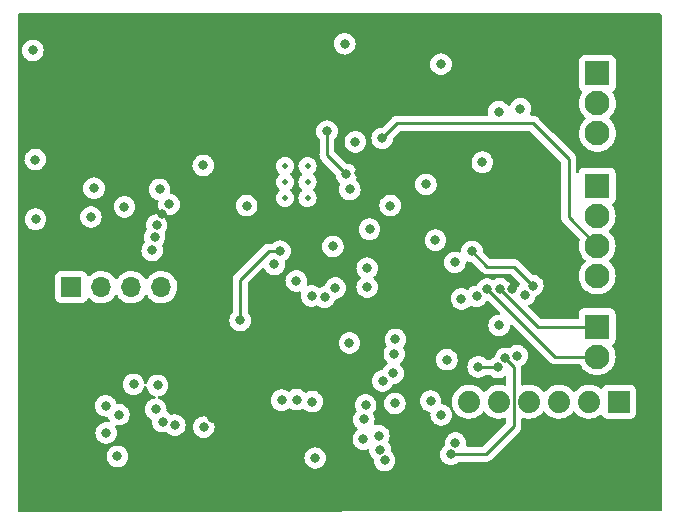
<source format=gbr>
%TF.GenerationSoftware,KiCad,Pcbnew,6.0.11-2627ca5db0~126~ubuntu22.04.1*%
%TF.CreationDate,2023-02-19T01:42:17-05:00*%
%TF.ProjectId,lin-fan-control,6c696e2d-6661-46e2-9d63-6f6e74726f6c,1.0*%
%TF.SameCoordinates,Original*%
%TF.FileFunction,Copper,L3,Inr*%
%TF.FilePolarity,Positive*%
%FSLAX46Y46*%
G04 Gerber Fmt 4.6, Leading zero omitted, Abs format (unit mm)*
G04 Created by KiCad (PCBNEW 6.0.11-2627ca5db0~126~ubuntu22.04.1) date 2023-02-19 01:42:17*
%MOMM*%
%LPD*%
G01*
G04 APERTURE LIST*
%TA.AperFunction,ComponentPad*%
%ADD10R,2.100000X2.100000*%
%TD*%
%TA.AperFunction,ComponentPad*%
%ADD11C,2.100000*%
%TD*%
%TA.AperFunction,ComponentPad*%
%ADD12R,1.700000X1.700000*%
%TD*%
%TA.AperFunction,ComponentPad*%
%ADD13O,1.700000X1.700000*%
%TD*%
%TA.AperFunction,ComponentPad*%
%ADD14C,0.500000*%
%TD*%
%TA.AperFunction,ComponentPad*%
%ADD15R,1.879600X1.879600*%
%TD*%
%TA.AperFunction,ComponentPad*%
%ADD16C,1.879600*%
%TD*%
%TA.AperFunction,ViaPad*%
%ADD17C,0.800000*%
%TD*%
%TA.AperFunction,Conductor*%
%ADD18C,0.250000*%
%TD*%
G04 APERTURE END LIST*
D10*
%TO.N,Net-(J5-Pad1)*%
%TO.C,J5*%
X224675000Y-85450000D03*
D11*
%TO.N,Net-(J5-Pad2)*%
X224675000Y-87990000D03*
%TD*%
D10*
%TO.N,/Fan Control/FAN+*%
%TO.C,J4*%
X224675000Y-73535000D03*
D11*
%TO.N,/Fan Control/FAN-*%
X224675000Y-76075000D03*
%TO.N,Net-(R25-Pad2)*%
X224675000Y-78615000D03*
%TO.N,PWM*%
X224675000Y-81155000D03*
%TD*%
D12*
%TO.N,GND*%
%TO.C,J2*%
X180150000Y-82100000D03*
D13*
%TO.N,+5V*%
X182690000Y-82100000D03*
%TO.N,SDA5V*%
X185230000Y-82100000D03*
%TO.N,SCL5V*%
X187770000Y-82100000D03*
%TD*%
D14*
%TO.N,GND*%
%TO.C,U5*%
X200150000Y-71850000D03*
X198250000Y-73200000D03*
X198250000Y-74550000D03*
X200150000Y-73200000D03*
X200150000Y-74550000D03*
X198250000Y-71850000D03*
%TD*%
D10*
%TO.N,+BATT*%
%TO.C,J3*%
X224700000Y-64000000D03*
D11*
%TO.N,GND*%
X224700000Y-66540000D03*
%TO.N,LIN*%
X224700000Y-69080000D03*
%TD*%
D15*
%TO.N,GND*%
%TO.C,J1*%
X226520000Y-91800000D03*
D16*
%TO.N,unconnected-(J1-Pad2)*%
X223980000Y-91800000D03*
%TO.N,Net-(J1-Pad3)*%
X221440000Y-91800000D03*
%TO.N,Net-(J1-Pad4)*%
X218900000Y-91800000D03*
%TO.N,UPDI*%
X216360000Y-91800000D03*
%TO.N,unconnected-(J1-Pad6)*%
X213820000Y-91800000D03*
%TD*%
D17*
%TO.N,+3V3*%
X229175000Y-84600000D03*
%TO.N,~{ALERT}*%
X206187299Y-94687299D03*
%TO.N,+3V3*%
X210750000Y-96875000D03*
%TO.N,+12V*%
X216350000Y-67250000D03*
%TO.N,Net-(Q3-Pad1)*%
X219225000Y-81975000D03*
X214075000Y-79075000D03*
%TO.N,GND*%
X213187872Y-83098030D03*
%TO.N,TACH*%
X210175000Y-73400000D03*
X214600000Y-88850000D03*
%TO.N,+5V*%
X204200000Y-69800000D03*
%TO.N,Net-(R25-Pad2)*%
X206475000Y-69500000D03*
%TO.N,TACHa*%
X207150000Y-75200000D03*
%TO.N,+3V3*%
X204550000Y-72450000D03*
X208650000Y-73750000D03*
%TO.N,GND*%
X210975000Y-78125000D03*
X202500000Y-82175000D03*
%TO.N,Net-(C14-Pad1)*%
X197350000Y-80175000D03*
%TO.N,Net-(D5-Pad2)*%
X205200000Y-80500000D03*
%TO.N,Net-(U10-Pad2)*%
X205200000Y-82100000D03*
X202300000Y-78650000D03*
%TO.N,+5V*%
X194450000Y-84925000D03*
X197825000Y-79050000D03*
X201600000Y-82950000D03*
%TO.N,+3V3*%
X207433773Y-84285862D03*
%TO.N,Net-(R26-Pad1)*%
X207400000Y-89400000D03*
%TO.N,Net-(R26-Pad2)*%
X211950000Y-88250000D03*
%TO.N,+5V*%
X207500000Y-87750000D03*
%TO.N,GND*%
X210575000Y-91750000D03*
%TO.N,PWMFAN-*%
X212625000Y-80000000D03*
%TO.N,FANPWM+*%
X214950000Y-71525000D03*
%TO.N,+12V*%
X218175000Y-67000000D03*
%TO.N,Net-(J5-Pad1)*%
X216450000Y-82225000D03*
%TO.N,Net-(J5-Pad2)*%
X215351702Y-82256133D03*
%TO.N,PWM*%
X214475000Y-82875000D03*
%TO.N,+3V3*%
X217450201Y-82225201D03*
%TO.N,GND*%
X216375000Y-85350000D03*
%TO.N,~{TCRIT}*%
X218550000Y-82750000D03*
X211475000Y-92925000D03*
%TO.N,TACH*%
X216275000Y-88900000D03*
%TO.N,SDA3V*%
X212300000Y-96250000D03*
X216911613Y-88128423D03*
%TO.N,SCL3V*%
X212675000Y-95299500D03*
X217900000Y-87900000D03*
%TO.N,GND*%
X211450000Y-63225000D03*
X184652903Y-75302969D03*
X203300000Y-61500000D03*
X177100000Y-71300000D03*
X205400000Y-77200000D03*
X176900000Y-62050000D03*
X177125000Y-76350000D03*
X207550000Y-91950000D03*
X183100000Y-94450000D03*
X200500000Y-82850000D03*
X187000000Y-79000000D03*
X207600000Y-86525000D03*
X206500000Y-90050000D03*
%TO.N,Net-(C5-Pad1)*%
X203435000Y-72565000D03*
X201800000Y-68900000D03*
%TO.N,LIN*%
X199200000Y-81575000D03*
%TO.N,TXD*%
X200800000Y-96575000D03*
X200550000Y-91800000D03*
%TO.N,~{LIN_SLP}*%
X197950000Y-91675000D03*
X205075000Y-92075000D03*
%TO.N,~{LIN_WAKE}*%
X204925000Y-93300000D03*
X199225000Y-91625000D03*
%TO.N,Net-(C6-Pad2)*%
X191325000Y-71800000D03*
%TO.N,Net-(C7-Pad1)*%
X187200000Y-77875000D03*
X187625000Y-73825500D03*
%TO.N,Net-(C7-Pad2)*%
X181812000Y-76162529D03*
%TO.N,Net-(C8-Pad1)*%
X182075000Y-73725000D03*
%TO.N,Net-(C8-Pad2)*%
X188425000Y-75100000D03*
%TO.N,SDA3V*%
X187300000Y-92450000D03*
X206675000Y-96775000D03*
X185425000Y-90325000D03*
%TO.N,SCL3V*%
X206290576Y-95852382D03*
X187450000Y-90425000D03*
X188918398Y-93779600D03*
%TO.N,+3V3*%
X194225000Y-89700000D03*
X197475000Y-93675000D03*
X192850000Y-77800000D03*
X184750000Y-65600000D03*
X190050000Y-90950000D03*
X202850000Y-88175000D03*
X187809929Y-75950089D03*
X192025000Y-93200000D03*
X224425000Y-94725000D03*
X181950000Y-90050000D03*
X190150000Y-80175000D03*
X190550000Y-89975000D03*
X182225000Y-77625000D03*
%TO.N,Net-(R5-Pad1)*%
X204875000Y-94975000D03*
X203700000Y-86825000D03*
%TO.N,Net-(R11-Pad2)*%
X187374999Y-76850001D03*
%TO.N,Net-(R13-Pad2)*%
X203735000Y-73835000D03*
%TO.N,Net-(R17-Pad2)*%
X195000000Y-75200000D03*
%TO.N,Net-(JP2-Pad2)*%
X191362756Y-93948624D03*
%TO.N,Net-(JP3-Pad2)*%
X187887299Y-93487701D03*
%TO.N,Net-(JP4-Pad2)*%
X184175000Y-92899500D03*
%TO.N,Net-(JP5-Pad2)*%
X184049695Y-96425000D03*
X183075000Y-92150000D03*
%TD*%
D18*
%TO.N,Net-(Q3-Pad1)*%
X217625000Y-80375000D02*
X219225000Y-81975000D01*
X217325000Y-80375000D02*
X217625000Y-80375000D01*
X214075000Y-79075000D02*
X215375000Y-80375000D01*
X215375000Y-80375000D02*
X217325000Y-80375000D01*
%TO.N,TACH*%
X214650000Y-88900000D02*
X214600000Y-88850000D01*
X216275000Y-88900000D02*
X214650000Y-88900000D01*
%TO.N,Net-(R25-Pad2)*%
X224675000Y-78615000D02*
X222250000Y-76190000D01*
X222250000Y-76190000D02*
X222250000Y-71250000D01*
X222250000Y-71250000D02*
X219225000Y-68225000D01*
X219225000Y-68225000D02*
X207750000Y-68225000D01*
X207750000Y-68225000D02*
X206475000Y-69500000D01*
%TO.N,+5V*%
X197825000Y-79050000D02*
X196875000Y-79050000D01*
X196875000Y-79050000D02*
X194450000Y-81475000D01*
X194450000Y-81475000D02*
X194450000Y-84925000D01*
%TO.N,Net-(J5-Pad1)*%
X216450000Y-82225000D02*
X216450000Y-82250305D01*
X216450000Y-82250305D02*
X219649695Y-85450000D01*
X219649695Y-85450000D02*
X224675000Y-85450000D01*
%TO.N,Net-(J5-Pad2)*%
X215351702Y-82256133D02*
X221085569Y-87990000D01*
X221085569Y-87990000D02*
X224675000Y-87990000D01*
%TO.N,SDA3V*%
X215275000Y-96250000D02*
X212300000Y-96250000D01*
X216911613Y-88128423D02*
X217624800Y-88841610D01*
X217624800Y-88841610D02*
X217624800Y-93900200D01*
X216275000Y-95250000D02*
X215275000Y-96250000D01*
X217624800Y-93900200D02*
X216275000Y-95250000D01*
%TO.N,Net-(C5-Pad1)*%
X201800000Y-70930000D02*
X203435000Y-72565000D01*
X201800000Y-68900000D02*
X201800000Y-70930000D01*
%TD*%
%TA.AperFunction,Conductor*%
%TO.N,+3V3*%
G36*
X230065621Y-58948502D02*
G01*
X230112114Y-59002158D01*
X230123500Y-59054500D01*
X230123500Y-100966071D01*
X230103498Y-101034192D01*
X230049842Y-101080685D01*
X229997614Y-101092071D01*
X175783994Y-101140950D01*
X175715855Y-101121009D01*
X175669314Y-101067396D01*
X175657880Y-101015096D01*
X175652555Y-96425000D01*
X183136191Y-96425000D01*
X183156153Y-96614928D01*
X183215168Y-96796556D01*
X183218471Y-96802278D01*
X183218472Y-96802279D01*
X183222671Y-96809552D01*
X183310655Y-96961944D01*
X183315073Y-96966851D01*
X183315074Y-96966852D01*
X183384361Y-97043803D01*
X183438442Y-97103866D01*
X183592943Y-97216118D01*
X183598971Y-97218802D01*
X183598973Y-97218803D01*
X183686448Y-97257749D01*
X183767407Y-97293794D01*
X183852796Y-97311944D01*
X183947751Y-97332128D01*
X183947756Y-97332128D01*
X183954208Y-97333500D01*
X184145182Y-97333500D01*
X184151634Y-97332128D01*
X184151639Y-97332128D01*
X184246594Y-97311944D01*
X184331983Y-97293794D01*
X184412942Y-97257749D01*
X184500417Y-97218803D01*
X184500419Y-97218802D01*
X184506447Y-97216118D01*
X184660948Y-97103866D01*
X184715029Y-97043803D01*
X184784316Y-96966852D01*
X184784317Y-96966851D01*
X184788735Y-96961944D01*
X184876719Y-96809552D01*
X184880918Y-96802279D01*
X184880919Y-96802278D01*
X184884222Y-96796556D01*
X184943237Y-96614928D01*
X184947434Y-96575000D01*
X199886496Y-96575000D01*
X199887186Y-96581565D01*
X199904777Y-96748931D01*
X199906458Y-96764928D01*
X199965473Y-96946556D01*
X200060960Y-97111944D01*
X200065378Y-97116851D01*
X200065379Y-97116852D01*
X200157176Y-97218803D01*
X200188747Y-97253866D01*
X200343248Y-97366118D01*
X200349276Y-97368802D01*
X200349278Y-97368803D01*
X200511681Y-97441109D01*
X200517712Y-97443794D01*
X200583365Y-97457749D01*
X200698056Y-97482128D01*
X200698061Y-97482128D01*
X200704513Y-97483500D01*
X200895487Y-97483500D01*
X200901939Y-97482128D01*
X200901944Y-97482128D01*
X201016635Y-97457749D01*
X201082288Y-97443794D01*
X201088319Y-97441109D01*
X201250722Y-97368803D01*
X201250724Y-97368802D01*
X201256752Y-97366118D01*
X201411253Y-97253866D01*
X201442824Y-97218803D01*
X201534621Y-97116852D01*
X201534622Y-97116851D01*
X201539040Y-97111944D01*
X201634527Y-96946556D01*
X201693542Y-96764928D01*
X201695224Y-96748931D01*
X201712814Y-96581565D01*
X201713504Y-96575000D01*
X201708389Y-96526337D01*
X201694232Y-96391635D01*
X201694232Y-96391633D01*
X201693542Y-96385072D01*
X201634527Y-96203444D01*
X201539040Y-96038056D01*
X201411253Y-95896134D01*
X201308167Y-95821237D01*
X201262094Y-95787763D01*
X201262093Y-95787762D01*
X201256752Y-95783882D01*
X201250724Y-95781198D01*
X201250722Y-95781197D01*
X201088319Y-95708891D01*
X201088318Y-95708891D01*
X201082288Y-95706206D01*
X200988887Y-95686353D01*
X200901944Y-95667872D01*
X200901939Y-95667872D01*
X200895487Y-95666500D01*
X200704513Y-95666500D01*
X200698061Y-95667872D01*
X200698056Y-95667872D01*
X200611113Y-95686353D01*
X200517712Y-95706206D01*
X200511682Y-95708891D01*
X200511681Y-95708891D01*
X200349278Y-95781197D01*
X200349276Y-95781198D01*
X200343248Y-95783882D01*
X200337907Y-95787762D01*
X200337906Y-95787763D01*
X200291833Y-95821237D01*
X200188747Y-95896134D01*
X200060960Y-96038056D01*
X199965473Y-96203444D01*
X199906458Y-96385072D01*
X199905768Y-96391633D01*
X199905768Y-96391635D01*
X199891611Y-96526337D01*
X199886496Y-96575000D01*
X184947434Y-96575000D01*
X184963199Y-96425000D01*
X184943237Y-96235072D01*
X184884222Y-96053444D01*
X184788735Y-95888056D01*
X184783398Y-95882128D01*
X184665370Y-95751045D01*
X184665369Y-95751044D01*
X184660948Y-95746134D01*
X184506447Y-95633882D01*
X184500419Y-95631198D01*
X184500417Y-95631197D01*
X184338014Y-95558891D01*
X184338013Y-95558891D01*
X184331983Y-95556206D01*
X184238583Y-95536353D01*
X184151639Y-95517872D01*
X184151634Y-95517872D01*
X184145182Y-95516500D01*
X183954208Y-95516500D01*
X183947756Y-95517872D01*
X183947751Y-95517872D01*
X183860807Y-95536353D01*
X183767407Y-95556206D01*
X183761377Y-95558891D01*
X183761376Y-95558891D01*
X183598973Y-95631197D01*
X183598971Y-95631198D01*
X183592943Y-95633882D01*
X183438442Y-95746134D01*
X183434021Y-95751044D01*
X183434020Y-95751045D01*
X183315993Y-95882128D01*
X183310655Y-95888056D01*
X183215168Y-96053444D01*
X183156153Y-96235072D01*
X183136191Y-96425000D01*
X175652555Y-96425000D01*
X175647595Y-92150000D01*
X182161496Y-92150000D01*
X182162186Y-92156565D01*
X182180129Y-92327279D01*
X182181458Y-92339928D01*
X182240473Y-92521556D01*
X182243776Y-92527278D01*
X182243777Y-92527279D01*
X182275444Y-92582128D01*
X182335960Y-92686944D01*
X182340378Y-92691851D01*
X182340379Y-92691852D01*
X182454678Y-92818794D01*
X182463747Y-92828866D01*
X182551930Y-92892935D01*
X182612634Y-92937039D01*
X182618248Y-92941118D01*
X182624276Y-92943802D01*
X182624278Y-92943803D01*
X182736329Y-92993691D01*
X182792712Y-93018794D01*
X182874149Y-93036104D01*
X182973056Y-93057128D01*
X182973061Y-93057128D01*
X182979513Y-93058500D01*
X183170487Y-93058500D01*
X183170487Y-93058987D01*
X183236224Y-93071010D01*
X183288070Y-93119512D01*
X183299388Y-93144609D01*
X183340473Y-93271056D01*
X183343776Y-93276778D01*
X183343777Y-93276779D01*
X183397237Y-93369374D01*
X183413975Y-93438369D01*
X183390755Y-93505461D01*
X183334948Y-93549348D01*
X183261921Y-93555621D01*
X183201944Y-93542872D01*
X183201939Y-93542872D01*
X183195487Y-93541500D01*
X183004513Y-93541500D01*
X182998061Y-93542872D01*
X182998056Y-93542872D01*
X182938079Y-93555621D01*
X182817712Y-93581206D01*
X182811682Y-93583891D01*
X182811681Y-93583891D01*
X182649278Y-93656197D01*
X182649276Y-93656198D01*
X182643248Y-93658882D01*
X182488747Y-93771134D01*
X182484326Y-93776044D01*
X182484325Y-93776045D01*
X182467109Y-93795166D01*
X182360960Y-93913056D01*
X182265473Y-94078444D01*
X182206458Y-94260072D01*
X182205768Y-94266633D01*
X182205768Y-94266635D01*
X182200140Y-94320180D01*
X182186496Y-94450000D01*
X182187186Y-94456565D01*
X182204635Y-94622579D01*
X182206458Y-94639928D01*
X182265473Y-94821556D01*
X182360960Y-94986944D01*
X182365378Y-94991851D01*
X182365379Y-94991852D01*
X182477284Y-95116135D01*
X182488747Y-95128866D01*
X182643248Y-95241118D01*
X182649276Y-95243802D01*
X182649278Y-95243803D01*
X182789122Y-95306065D01*
X182817712Y-95318794D01*
X182911113Y-95338647D01*
X182998056Y-95357128D01*
X182998061Y-95357128D01*
X183004513Y-95358500D01*
X183195487Y-95358500D01*
X183201939Y-95357128D01*
X183201944Y-95357128D01*
X183288888Y-95338647D01*
X183382288Y-95318794D01*
X183410878Y-95306065D01*
X183550722Y-95243803D01*
X183550724Y-95243802D01*
X183556752Y-95241118D01*
X183711253Y-95128866D01*
X183722716Y-95116135D01*
X183834621Y-94991852D01*
X183834622Y-94991851D01*
X183839040Y-94986944D01*
X183845936Y-94975000D01*
X203961496Y-94975000D01*
X203962186Y-94981565D01*
X203977152Y-95123955D01*
X203981458Y-95164928D01*
X204040473Y-95346556D01*
X204135960Y-95511944D01*
X204140378Y-95516851D01*
X204140379Y-95516852D01*
X204243336Y-95631197D01*
X204263747Y-95653866D01*
X204418248Y-95766118D01*
X204424276Y-95768802D01*
X204424278Y-95768803D01*
X204586679Y-95841108D01*
X204592712Y-95843794D01*
X204664001Y-95858947D01*
X204773056Y-95882128D01*
X204773061Y-95882128D01*
X204779513Y-95883500D01*
X204970487Y-95883500D01*
X204976939Y-95882128D01*
X204976944Y-95882128D01*
X205085999Y-95858947D01*
X205157288Y-95843794D01*
X205163315Y-95841111D01*
X205163323Y-95841108D01*
X205207952Y-95821237D01*
X205278319Y-95811802D01*
X205342616Y-95841908D01*
X205380430Y-95901996D01*
X205384512Y-95923172D01*
X205395044Y-96023374D01*
X205397034Y-96042310D01*
X205456049Y-96223938D01*
X205459352Y-96229660D01*
X205459353Y-96229661D01*
X205467501Y-96243774D01*
X205551536Y-96389326D01*
X205679323Y-96531248D01*
X205684664Y-96535128D01*
X205684669Y-96535133D01*
X205720616Y-96561250D01*
X205763969Y-96617472D01*
X205771864Y-96676356D01*
X205761496Y-96775000D01*
X205762186Y-96781565D01*
X205780129Y-96952279D01*
X205781458Y-96964928D01*
X205840473Y-97146556D01*
X205935960Y-97311944D01*
X205940378Y-97316851D01*
X205940379Y-97316852D01*
X206054678Y-97443794D01*
X206063747Y-97453866D01*
X206218248Y-97566118D01*
X206224276Y-97568802D01*
X206224278Y-97568803D01*
X206386681Y-97641109D01*
X206392712Y-97643794D01*
X206486113Y-97663647D01*
X206573056Y-97682128D01*
X206573061Y-97682128D01*
X206579513Y-97683500D01*
X206770487Y-97683500D01*
X206776939Y-97682128D01*
X206776944Y-97682128D01*
X206863887Y-97663647D01*
X206957288Y-97643794D01*
X206963319Y-97641109D01*
X207125722Y-97568803D01*
X207125724Y-97568802D01*
X207131752Y-97566118D01*
X207286253Y-97453866D01*
X207295322Y-97443794D01*
X207409621Y-97316852D01*
X207409622Y-97316851D01*
X207414040Y-97311944D01*
X207509527Y-97146556D01*
X207568542Y-96964928D01*
X207569872Y-96952279D01*
X207587814Y-96781565D01*
X207588504Y-96775000D01*
X207572340Y-96621206D01*
X207569232Y-96591635D01*
X207569232Y-96591633D01*
X207568542Y-96585072D01*
X207509527Y-96403444D01*
X207420936Y-96250000D01*
X211386496Y-96250000D01*
X211387186Y-96256565D01*
X211401140Y-96389326D01*
X211406458Y-96439928D01*
X211465473Y-96621556D01*
X211560960Y-96786944D01*
X211565378Y-96791851D01*
X211565379Y-96791852D01*
X211647452Y-96883003D01*
X211688747Y-96928866D01*
X211843248Y-97041118D01*
X211849276Y-97043802D01*
X211849278Y-97043803D01*
X212011681Y-97116109D01*
X212017712Y-97118794D01*
X212111112Y-97138647D01*
X212198056Y-97157128D01*
X212198061Y-97157128D01*
X212204513Y-97158500D01*
X212395487Y-97158500D01*
X212401939Y-97157128D01*
X212401944Y-97157128D01*
X212488887Y-97138647D01*
X212582288Y-97118794D01*
X212588319Y-97116109D01*
X212750722Y-97043803D01*
X212750724Y-97043802D01*
X212756752Y-97041118D01*
X212911253Y-96928866D01*
X212915668Y-96923963D01*
X212920580Y-96919540D01*
X212921705Y-96920789D01*
X212975014Y-96887949D01*
X213008200Y-96883500D01*
X215196233Y-96883500D01*
X215207416Y-96884027D01*
X215214909Y-96885702D01*
X215222835Y-96885453D01*
X215222836Y-96885453D01*
X215282986Y-96883562D01*
X215286945Y-96883500D01*
X215314856Y-96883500D01*
X215318791Y-96883003D01*
X215318856Y-96882995D01*
X215330693Y-96882062D01*
X215362951Y-96881048D01*
X215366970Y-96880922D01*
X215374889Y-96880673D01*
X215394343Y-96875021D01*
X215413700Y-96871013D01*
X215425930Y-96869468D01*
X215425931Y-96869468D01*
X215433797Y-96868474D01*
X215441168Y-96865555D01*
X215441170Y-96865555D01*
X215474912Y-96852196D01*
X215486142Y-96848351D01*
X215520983Y-96838229D01*
X215520984Y-96838229D01*
X215528593Y-96836018D01*
X215535412Y-96831985D01*
X215535417Y-96831983D01*
X215546028Y-96825707D01*
X215563776Y-96817012D01*
X215582617Y-96809552D01*
X215609156Y-96790271D01*
X215618387Y-96783564D01*
X215628307Y-96777048D01*
X215659535Y-96758580D01*
X215659538Y-96758578D01*
X215666362Y-96754542D01*
X215680683Y-96740221D01*
X215695717Y-96727380D01*
X215705694Y-96720131D01*
X215712107Y-96715472D01*
X215740298Y-96681395D01*
X215748288Y-96672616D01*
X218017047Y-94403857D01*
X218025337Y-94396313D01*
X218031818Y-94392200D01*
X218078459Y-94342532D01*
X218081213Y-94339691D01*
X218100934Y-94319970D01*
X218103412Y-94316775D01*
X218111118Y-94307753D01*
X218125675Y-94292251D01*
X218141386Y-94275521D01*
X218151146Y-94257768D01*
X218161999Y-94241245D01*
X218169553Y-94231506D01*
X218174413Y-94225241D01*
X218191976Y-94184657D01*
X218197183Y-94174027D01*
X218218495Y-94135260D01*
X218220466Y-94127583D01*
X218220468Y-94127578D01*
X218223532Y-94115642D01*
X218229938Y-94096930D01*
X218234834Y-94085617D01*
X218237981Y-94078345D01*
X218244897Y-94034681D01*
X218247304Y-94023060D01*
X218256328Y-93987911D01*
X218256328Y-93987910D01*
X218258300Y-93980230D01*
X218258300Y-93959969D01*
X218259851Y-93940258D01*
X218261779Y-93928085D01*
X218263019Y-93920257D01*
X218258859Y-93876246D01*
X218258300Y-93864389D01*
X218258300Y-93288333D01*
X218278302Y-93220212D01*
X218331958Y-93173719D01*
X218402232Y-93163615D01*
X218429246Y-93170622D01*
X218494552Y-93195560D01*
X218499618Y-93196591D01*
X218499619Y-93196591D01*
X218553956Y-93207646D01*
X218727928Y-93243041D01*
X218861284Y-93247931D01*
X218960760Y-93251579D01*
X218960764Y-93251579D01*
X218965924Y-93251768D01*
X218971044Y-93251112D01*
X218971046Y-93251112D01*
X219197023Y-93222164D01*
X219197024Y-93222164D01*
X219202151Y-93221507D01*
X219285200Y-93196591D01*
X219425316Y-93154554D01*
X219425317Y-93154553D01*
X219430262Y-93153070D01*
X219644133Y-93048295D01*
X219648336Y-93045297D01*
X219648341Y-93045294D01*
X219833816Y-92912996D01*
X219833818Y-92912994D01*
X219838020Y-92909997D01*
X220006716Y-92741889D01*
X220064979Y-92660807D01*
X220120972Y-92617160D01*
X220191676Y-92610714D01*
X220254640Y-92643516D01*
X220266582Y-92657176D01*
X220267274Y-92658306D01*
X220423204Y-92838317D01*
X220606442Y-92990444D01*
X220610894Y-92993046D01*
X220610899Y-92993049D01*
X220775832Y-93089428D01*
X220812065Y-93110601D01*
X221034552Y-93195560D01*
X221039618Y-93196591D01*
X221039619Y-93196591D01*
X221093956Y-93207646D01*
X221267928Y-93243041D01*
X221401284Y-93247931D01*
X221500760Y-93251579D01*
X221500764Y-93251579D01*
X221505924Y-93251768D01*
X221511044Y-93251112D01*
X221511046Y-93251112D01*
X221737023Y-93222164D01*
X221737024Y-93222164D01*
X221742151Y-93221507D01*
X221825200Y-93196591D01*
X221965316Y-93154554D01*
X221965317Y-93154553D01*
X221970262Y-93153070D01*
X222184133Y-93048295D01*
X222188336Y-93045297D01*
X222188341Y-93045294D01*
X222373816Y-92912996D01*
X222373818Y-92912994D01*
X222378020Y-92909997D01*
X222546716Y-92741889D01*
X222604979Y-92660807D01*
X222660972Y-92617160D01*
X222731676Y-92610714D01*
X222794640Y-92643516D01*
X222806582Y-92657176D01*
X222807274Y-92658306D01*
X222963204Y-92838317D01*
X223146442Y-92990444D01*
X223150894Y-92993046D01*
X223150899Y-92993049D01*
X223315832Y-93089428D01*
X223352065Y-93110601D01*
X223574552Y-93195560D01*
X223579618Y-93196591D01*
X223579619Y-93196591D01*
X223633956Y-93207646D01*
X223807928Y-93243041D01*
X223941284Y-93247931D01*
X224040760Y-93251579D01*
X224040764Y-93251579D01*
X224045924Y-93251768D01*
X224051044Y-93251112D01*
X224051046Y-93251112D01*
X224277023Y-93222164D01*
X224277024Y-93222164D01*
X224282151Y-93221507D01*
X224365200Y-93196591D01*
X224505316Y-93154554D01*
X224505317Y-93154553D01*
X224510262Y-93153070D01*
X224724133Y-93048295D01*
X224728336Y-93045297D01*
X224728341Y-93045294D01*
X224913810Y-92913000D01*
X224918020Y-92909997D01*
X224920601Y-92907425D01*
X224985135Y-92878913D01*
X225055278Y-92889886D01*
X225108355Y-92937039D01*
X225119502Y-92959610D01*
X225129585Y-92986505D01*
X225216939Y-93103061D01*
X225333495Y-93190415D01*
X225469884Y-93241545D01*
X225532066Y-93248300D01*
X227507934Y-93248300D01*
X227570116Y-93241545D01*
X227706505Y-93190415D01*
X227823061Y-93103061D01*
X227910415Y-92986505D01*
X227961545Y-92850116D01*
X227968300Y-92787934D01*
X227968300Y-90812066D01*
X227961545Y-90749884D01*
X227910415Y-90613495D01*
X227823061Y-90496939D01*
X227706505Y-90409585D01*
X227570116Y-90358455D01*
X227507934Y-90351700D01*
X225532066Y-90351700D01*
X225469884Y-90358455D01*
X225333495Y-90409585D01*
X225216939Y-90496939D01*
X225129585Y-90613495D01*
X225126433Y-90621903D01*
X225118218Y-90643816D01*
X225075576Y-90700580D01*
X225009014Y-90725280D01*
X224939666Y-90710072D01*
X224922144Y-90698468D01*
X224788278Y-90592747D01*
X224788273Y-90592744D01*
X224784224Y-90589546D01*
X224779708Y-90587053D01*
X224779705Y-90587051D01*
X224580250Y-90476946D01*
X224580246Y-90476944D01*
X224575726Y-90474449D01*
X224570857Y-90472725D01*
X224570853Y-90472723D01*
X224356105Y-90396676D01*
X224356101Y-90396675D01*
X224351230Y-90394950D01*
X224346140Y-90394043D01*
X224346135Y-90394042D01*
X224218814Y-90371364D01*
X224116764Y-90353186D01*
X224025355Y-90352069D01*
X223883795Y-90350339D01*
X223883793Y-90350339D01*
X223878625Y-90350276D01*
X223643209Y-90386300D01*
X223416838Y-90460289D01*
X223392953Y-90472723D01*
X223244740Y-90549878D01*
X223205590Y-90570258D01*
X223201457Y-90573361D01*
X223201454Y-90573363D01*
X223019375Y-90710072D01*
X223015140Y-90713252D01*
X223011568Y-90716990D01*
X222854640Y-90881206D01*
X222850602Y-90885431D01*
X222817545Y-90933891D01*
X222815186Y-90937349D01*
X222760274Y-90982351D01*
X222689749Y-90990522D01*
X222626002Y-90959267D01*
X222605306Y-90934784D01*
X222594217Y-90917642D01*
X222594212Y-90917636D01*
X222591406Y-90913298D01*
X222571572Y-90891500D01*
X222531700Y-90847682D01*
X222431124Y-90737150D01*
X222427073Y-90733951D01*
X222427069Y-90733947D01*
X222248278Y-90592747D01*
X222248273Y-90592744D01*
X222244224Y-90589546D01*
X222239708Y-90587053D01*
X222239705Y-90587051D01*
X222040250Y-90476946D01*
X222040246Y-90476944D01*
X222035726Y-90474449D01*
X222030857Y-90472725D01*
X222030853Y-90472723D01*
X221816105Y-90396676D01*
X221816101Y-90396675D01*
X221811230Y-90394950D01*
X221806140Y-90394043D01*
X221806135Y-90394042D01*
X221678814Y-90371364D01*
X221576764Y-90353186D01*
X221485355Y-90352069D01*
X221343795Y-90350339D01*
X221343793Y-90350339D01*
X221338625Y-90350276D01*
X221103209Y-90386300D01*
X220876838Y-90460289D01*
X220852953Y-90472723D01*
X220704740Y-90549878D01*
X220665590Y-90570258D01*
X220661457Y-90573361D01*
X220661454Y-90573363D01*
X220479375Y-90710072D01*
X220475140Y-90713252D01*
X220471568Y-90716990D01*
X220314640Y-90881206D01*
X220310602Y-90885431D01*
X220277545Y-90933891D01*
X220275186Y-90937349D01*
X220220274Y-90982351D01*
X220149749Y-90990522D01*
X220086002Y-90959267D01*
X220065306Y-90934784D01*
X220054217Y-90917642D01*
X220054212Y-90917636D01*
X220051406Y-90913298D01*
X220031572Y-90891500D01*
X219991700Y-90847682D01*
X219891124Y-90737150D01*
X219887073Y-90733951D01*
X219887069Y-90733947D01*
X219708278Y-90592747D01*
X219708273Y-90592744D01*
X219704224Y-90589546D01*
X219699708Y-90587053D01*
X219699705Y-90587051D01*
X219500250Y-90476946D01*
X219500246Y-90476944D01*
X219495726Y-90474449D01*
X219490857Y-90472725D01*
X219490853Y-90472723D01*
X219276105Y-90396676D01*
X219276101Y-90396675D01*
X219271230Y-90394950D01*
X219266140Y-90394043D01*
X219266135Y-90394042D01*
X219138814Y-90371364D01*
X219036764Y-90353186D01*
X218945355Y-90352069D01*
X218803795Y-90350339D01*
X218803793Y-90350339D01*
X218798625Y-90350276D01*
X218563209Y-90386300D01*
X218423444Y-90431982D01*
X218352481Y-90434133D01*
X218291620Y-90397577D01*
X218260183Y-90333920D01*
X218258300Y-90312217D01*
X218258300Y-88920378D01*
X218258827Y-88909195D01*
X218260502Y-88901702D01*
X218258362Y-88833611D01*
X218258300Y-88829654D01*
X218258300Y-88816777D01*
X218278302Y-88748656D01*
X218333053Y-88701670D01*
X218350716Y-88693806D01*
X218350721Y-88693803D01*
X218356752Y-88691118D01*
X218511253Y-88578866D01*
X218543762Y-88542761D01*
X218634621Y-88441852D01*
X218634622Y-88441851D01*
X218639040Y-88436944D01*
X218734527Y-88271556D01*
X218793542Y-88089928D01*
X218801184Y-88017224D01*
X218812814Y-87906565D01*
X218813504Y-87900000D01*
X218796754Y-87740630D01*
X218794232Y-87716635D01*
X218794232Y-87716633D01*
X218793542Y-87710072D01*
X218734527Y-87528444D01*
X218724872Y-87511720D01*
X218642341Y-87368774D01*
X218639040Y-87363056D01*
X218564498Y-87280268D01*
X218515675Y-87226045D01*
X218515674Y-87226044D01*
X218511253Y-87221134D01*
X218388358Y-87131845D01*
X218362094Y-87112763D01*
X218362093Y-87112762D01*
X218356752Y-87108882D01*
X218350724Y-87106198D01*
X218350722Y-87106197D01*
X218188319Y-87033891D01*
X218188318Y-87033891D01*
X218182288Y-87031206D01*
X218088888Y-87011353D01*
X218001944Y-86992872D01*
X218001939Y-86992872D01*
X217995487Y-86991500D01*
X217804513Y-86991500D01*
X217798061Y-86992872D01*
X217798056Y-86992872D01*
X217711112Y-87011353D01*
X217617712Y-87031206D01*
X217611682Y-87033891D01*
X217611681Y-87033891D01*
X217449278Y-87106197D01*
X217449276Y-87106198D01*
X217443248Y-87108882D01*
X217437907Y-87112762D01*
X217437906Y-87112763D01*
X217411642Y-87131845D01*
X217288747Y-87221134D01*
X217284503Y-87225847D01*
X217220587Y-87256523D01*
X217174083Y-87255416D01*
X217013566Y-87221296D01*
X217013553Y-87221295D01*
X217007100Y-87219923D01*
X216816126Y-87219923D01*
X216809674Y-87221295D01*
X216809669Y-87221295D01*
X216722725Y-87239776D01*
X216629325Y-87259629D01*
X216623295Y-87262314D01*
X216623294Y-87262314D01*
X216460891Y-87334620D01*
X216460889Y-87334621D01*
X216454861Y-87337305D01*
X216449520Y-87341185D01*
X216449519Y-87341186D01*
X216428441Y-87356500D01*
X216300360Y-87449557D01*
X216295939Y-87454467D01*
X216295938Y-87454468D01*
X216194943Y-87566635D01*
X216172573Y-87591479D01*
X216115051Y-87691109D01*
X216081051Y-87750000D01*
X216077086Y-87756867D01*
X216018071Y-87938495D01*
X216017381Y-87945062D01*
X216017380Y-87945066D01*
X216016696Y-87951568D01*
X215989681Y-88017224D01*
X215942636Y-88053501D01*
X215824278Y-88106197D01*
X215824276Y-88106198D01*
X215818248Y-88108882D01*
X215663747Y-88221134D01*
X215659332Y-88226037D01*
X215654420Y-88230460D01*
X215653295Y-88229211D01*
X215599986Y-88262051D01*
X215566800Y-88266500D01*
X215353219Y-88266500D01*
X215285098Y-88246498D01*
X215259583Y-88224810D01*
X215252781Y-88217255D01*
X215211253Y-88171134D01*
X215056752Y-88058882D01*
X215050724Y-88056198D01*
X215050722Y-88056197D01*
X214888319Y-87983891D01*
X214888318Y-87983891D01*
X214882288Y-87981206D01*
X214788887Y-87961353D01*
X214701944Y-87942872D01*
X214701939Y-87942872D01*
X214695487Y-87941500D01*
X214504513Y-87941500D01*
X214498061Y-87942872D01*
X214498056Y-87942872D01*
X214411113Y-87961353D01*
X214317712Y-87981206D01*
X214311682Y-87983891D01*
X214311681Y-87983891D01*
X214149278Y-88056197D01*
X214149276Y-88056198D01*
X214143248Y-88058882D01*
X213988747Y-88171134D01*
X213984326Y-88176044D01*
X213984325Y-88176045D01*
X213947220Y-88217255D01*
X213860960Y-88313056D01*
X213817405Y-88388495D01*
X213784783Y-88444999D01*
X213765473Y-88478444D01*
X213706458Y-88660072D01*
X213705768Y-88666633D01*
X213705768Y-88666635D01*
X213692607Y-88791857D01*
X213686496Y-88850000D01*
X213706458Y-89039928D01*
X213765473Y-89221556D01*
X213860960Y-89386944D01*
X213865378Y-89391851D01*
X213865379Y-89391852D01*
X213978848Y-89517872D01*
X213988747Y-89528866D01*
X214030073Y-89558891D01*
X214133289Y-89633882D01*
X214143248Y-89641118D01*
X214149276Y-89643802D01*
X214149278Y-89643803D01*
X214255550Y-89691118D01*
X214317712Y-89718794D01*
X214411113Y-89738647D01*
X214498056Y-89757128D01*
X214498061Y-89757128D01*
X214504513Y-89758500D01*
X214695487Y-89758500D01*
X214701939Y-89757128D01*
X214701944Y-89757128D01*
X214788887Y-89738647D01*
X214882288Y-89718794D01*
X214944450Y-89691118D01*
X215050722Y-89643803D01*
X215050724Y-89643802D01*
X215056752Y-89641118D01*
X215066712Y-89633882D01*
X215171754Y-89557564D01*
X215238622Y-89533705D01*
X215245815Y-89533500D01*
X215566800Y-89533500D01*
X215634921Y-89553502D01*
X215654147Y-89569843D01*
X215654420Y-89569540D01*
X215659332Y-89573963D01*
X215663747Y-89578866D01*
X215669086Y-89582745D01*
X215750989Y-89642251D01*
X215818248Y-89691118D01*
X215824276Y-89693802D01*
X215824278Y-89693803D01*
X215969591Y-89758500D01*
X215992712Y-89768794D01*
X216083332Y-89788056D01*
X216173056Y-89807128D01*
X216173061Y-89807128D01*
X216179513Y-89808500D01*
X216370487Y-89808500D01*
X216376939Y-89807128D01*
X216376944Y-89807128D01*
X216466668Y-89788056D01*
X216557288Y-89768794D01*
X216580409Y-89758500D01*
X216725722Y-89693803D01*
X216725724Y-89693802D01*
X216731752Y-89691118D01*
X216791239Y-89647898D01*
X216858107Y-89624040D01*
X216927258Y-89640120D01*
X216976738Y-89691034D01*
X216991300Y-89749834D01*
X216991300Y-90308760D01*
X216971298Y-90376881D01*
X216917642Y-90423374D01*
X216847368Y-90433478D01*
X216823242Y-90427534D01*
X216763657Y-90406433D01*
X216736105Y-90396676D01*
X216736101Y-90396675D01*
X216731230Y-90394950D01*
X216726140Y-90394043D01*
X216726135Y-90394042D01*
X216598814Y-90371364D01*
X216496764Y-90353186D01*
X216405355Y-90352069D01*
X216263795Y-90350339D01*
X216263793Y-90350339D01*
X216258625Y-90350276D01*
X216023209Y-90386300D01*
X215796838Y-90460289D01*
X215772953Y-90472723D01*
X215624740Y-90549878D01*
X215585590Y-90570258D01*
X215581457Y-90573361D01*
X215581454Y-90573363D01*
X215399375Y-90710072D01*
X215395140Y-90713252D01*
X215391568Y-90716990D01*
X215234640Y-90881206D01*
X215230602Y-90885431D01*
X215197545Y-90933891D01*
X215195186Y-90937349D01*
X215140274Y-90982351D01*
X215069749Y-90990522D01*
X215006002Y-90959267D01*
X214985306Y-90934784D01*
X214974217Y-90917642D01*
X214974212Y-90917636D01*
X214971406Y-90913298D01*
X214951572Y-90891500D01*
X214911700Y-90847682D01*
X214811124Y-90737150D01*
X214807073Y-90733951D01*
X214807069Y-90733947D01*
X214628278Y-90592747D01*
X214628273Y-90592744D01*
X214624224Y-90589546D01*
X214619708Y-90587053D01*
X214619705Y-90587051D01*
X214420250Y-90476946D01*
X214420246Y-90476944D01*
X214415726Y-90474449D01*
X214410857Y-90472725D01*
X214410853Y-90472723D01*
X214196105Y-90396676D01*
X214196101Y-90396675D01*
X214191230Y-90394950D01*
X214186140Y-90394043D01*
X214186135Y-90394042D01*
X214058814Y-90371364D01*
X213956764Y-90353186D01*
X213865355Y-90352069D01*
X213723795Y-90350339D01*
X213723793Y-90350339D01*
X213718625Y-90350276D01*
X213483209Y-90386300D01*
X213256838Y-90460289D01*
X213232953Y-90472723D01*
X213084740Y-90549878D01*
X213045590Y-90570258D01*
X213041457Y-90573361D01*
X213041454Y-90573363D01*
X212859375Y-90710072D01*
X212855140Y-90713252D01*
X212851568Y-90716990D01*
X212694640Y-90881206D01*
X212690602Y-90885431D01*
X212687691Y-90889699D01*
X212687687Y-90889704D01*
X212635060Y-90966852D01*
X212556394Y-91082172D01*
X212522033Y-91156197D01*
X212462760Y-91283891D01*
X212456122Y-91298191D01*
X212392477Y-91527685D01*
X212391928Y-91532819D01*
X212391928Y-91532821D01*
X212387664Y-91572721D01*
X212367170Y-91764494D01*
X212367467Y-91769646D01*
X212367467Y-91769650D01*
X212377647Y-91946206D01*
X212380879Y-92002255D01*
X212382016Y-92007301D01*
X212382017Y-92007307D01*
X212411417Y-92137763D01*
X212433237Y-92234585D01*
X212435179Y-92239367D01*
X212435180Y-92239371D01*
X212441037Y-92253794D01*
X212476013Y-92339928D01*
X212476380Y-92340833D01*
X212483476Y-92411474D01*
X212460527Y-92456531D01*
X212498705Y-92460912D01*
X212557089Y-92511138D01*
X212647274Y-92658306D01*
X212803204Y-92838317D01*
X212986442Y-92990444D01*
X212990894Y-92993046D01*
X212990899Y-92993049D01*
X213155832Y-93089428D01*
X213192065Y-93110601D01*
X213414552Y-93195560D01*
X213419618Y-93196591D01*
X213419619Y-93196591D01*
X213473956Y-93207646D01*
X213647928Y-93243041D01*
X213781284Y-93247931D01*
X213880760Y-93251579D01*
X213880764Y-93251579D01*
X213885924Y-93251768D01*
X213891044Y-93251112D01*
X213891046Y-93251112D01*
X214117023Y-93222164D01*
X214117024Y-93222164D01*
X214122151Y-93221507D01*
X214205200Y-93196591D01*
X214345316Y-93154554D01*
X214345317Y-93154553D01*
X214350262Y-93153070D01*
X214564133Y-93048295D01*
X214568336Y-93045297D01*
X214568341Y-93045294D01*
X214753816Y-92912996D01*
X214753818Y-92912994D01*
X214758020Y-92909997D01*
X214926716Y-92741889D01*
X214984979Y-92660807D01*
X215040972Y-92617160D01*
X215111676Y-92610714D01*
X215174640Y-92643516D01*
X215186582Y-92657176D01*
X215187274Y-92658306D01*
X215343204Y-92838317D01*
X215526442Y-92990444D01*
X215530894Y-92993046D01*
X215530899Y-92993049D01*
X215695832Y-93089428D01*
X215732065Y-93110601D01*
X215954552Y-93195560D01*
X215959618Y-93196591D01*
X215959619Y-93196591D01*
X216013956Y-93207646D01*
X216187928Y-93243041D01*
X216321284Y-93247931D01*
X216420760Y-93251579D01*
X216420764Y-93251579D01*
X216425924Y-93251768D01*
X216431044Y-93251112D01*
X216431046Y-93251112D01*
X216657023Y-93222164D01*
X216657024Y-93222164D01*
X216662151Y-93221507D01*
X216765786Y-93190415D01*
X216829092Y-93171422D01*
X216900088Y-93171006D01*
X216960038Y-93209038D01*
X216989910Y-93273444D01*
X216991300Y-93292108D01*
X216991300Y-93585605D01*
X216971298Y-93653726D01*
X216954395Y-93674700D01*
X215049499Y-95579596D01*
X214987187Y-95613621D01*
X214960404Y-95616500D01*
X213695124Y-95616500D01*
X213627003Y-95596498D01*
X213580510Y-95542842D01*
X213569814Y-95477330D01*
X213587814Y-95306065D01*
X213588504Y-95299500D01*
X213568542Y-95109572D01*
X213509527Y-94927944D01*
X213480246Y-94877227D01*
X213430829Y-94791635D01*
X213414040Y-94762556D01*
X213346279Y-94687299D01*
X213290675Y-94625545D01*
X213290674Y-94625544D01*
X213286253Y-94620634D01*
X213131752Y-94508382D01*
X213125724Y-94505698D01*
X213125722Y-94505697D01*
X212963319Y-94433391D01*
X212963318Y-94433391D01*
X212957288Y-94430706D01*
X212863888Y-94410853D01*
X212776944Y-94392372D01*
X212776939Y-94392372D01*
X212770487Y-94391000D01*
X212579513Y-94391000D01*
X212573061Y-94392372D01*
X212573056Y-94392372D01*
X212486113Y-94410853D01*
X212392712Y-94430706D01*
X212386682Y-94433391D01*
X212386681Y-94433391D01*
X212224278Y-94505697D01*
X212224276Y-94505698D01*
X212218248Y-94508382D01*
X212063747Y-94620634D01*
X212059326Y-94625544D01*
X212059325Y-94625545D01*
X212003722Y-94687299D01*
X211935960Y-94762556D01*
X211919171Y-94791635D01*
X211869755Y-94877227D01*
X211840473Y-94927944D01*
X211781458Y-95109572D01*
X211761496Y-95299500D01*
X211762186Y-95306065D01*
X211775255Y-95430411D01*
X211762483Y-95500249D01*
X211724007Y-95545516D01*
X211688747Y-95571134D01*
X211684326Y-95576044D01*
X211684325Y-95576045D01*
X211610759Y-95657749D01*
X211560960Y-95713056D01*
X211521619Y-95781197D01*
X211476730Y-95858947D01*
X211465473Y-95878444D01*
X211406458Y-96060072D01*
X211405768Y-96066633D01*
X211405768Y-96066635D01*
X211391991Y-96197721D01*
X211386496Y-96250000D01*
X207420936Y-96250000D01*
X207414040Y-96238056D01*
X207405701Y-96228794D01*
X207290675Y-96101045D01*
X207290674Y-96101044D01*
X207286253Y-96096134D01*
X207280912Y-96092254D01*
X207280907Y-96092249D01*
X207244960Y-96066132D01*
X207201607Y-96009910D01*
X207193712Y-95951026D01*
X207199730Y-95893774D01*
X207204080Y-95852382D01*
X207197288Y-95787763D01*
X207184808Y-95669017D01*
X207184808Y-95669015D01*
X207184118Y-95662454D01*
X207125103Y-95480826D01*
X207029616Y-95315438D01*
X206995861Y-95277950D01*
X206965146Y-95213946D01*
X206973909Y-95143492D01*
X206980380Y-95130642D01*
X207018522Y-95064578D01*
X207018523Y-95064577D01*
X207021826Y-95058855D01*
X207080841Y-94877227D01*
X207100803Y-94687299D01*
X207094517Y-94627490D01*
X207081531Y-94503934D01*
X207081531Y-94503932D01*
X207080841Y-94497371D01*
X207021826Y-94315743D01*
X206926339Y-94150355D01*
X206912748Y-94135260D01*
X206802974Y-94013344D01*
X206802973Y-94013343D01*
X206798552Y-94008433D01*
X206677189Y-93920257D01*
X206649393Y-93900062D01*
X206649392Y-93900061D01*
X206644051Y-93896181D01*
X206638023Y-93893497D01*
X206638021Y-93893496D01*
X206475618Y-93821190D01*
X206475617Y-93821190D01*
X206469587Y-93818505D01*
X206376186Y-93798652D01*
X206289243Y-93780171D01*
X206289238Y-93780171D01*
X206282786Y-93778799D01*
X206091812Y-93778799D01*
X206085360Y-93780171D01*
X206085355Y-93780171D01*
X205910915Y-93817250D01*
X205840124Y-93811848D01*
X205783492Y-93769031D01*
X205758998Y-93702394D01*
X205764885Y-93655067D01*
X205816502Y-93496206D01*
X205818542Y-93489928D01*
X205820968Y-93466852D01*
X205837814Y-93306565D01*
X205838504Y-93300000D01*
X205835396Y-93270433D01*
X205819232Y-93116635D01*
X205819232Y-93116633D01*
X205818542Y-93110072D01*
X205759527Y-92928444D01*
X205715257Y-92851766D01*
X205698520Y-92782771D01*
X205721741Y-92715679D01*
X205730741Y-92704457D01*
X205809621Y-92616852D01*
X205809622Y-92616851D01*
X205814040Y-92611944D01*
X205909527Y-92446556D01*
X205968542Y-92264928D01*
X205970518Y-92246134D01*
X205987814Y-92081565D01*
X205988504Y-92075000D01*
X205986529Y-92056206D01*
X205975366Y-91950000D01*
X206636496Y-91950000D01*
X206637186Y-91956565D01*
X206655129Y-92127279D01*
X206656458Y-92139928D01*
X206715473Y-92321556D01*
X206718776Y-92327278D01*
X206718777Y-92327279D01*
X206727191Y-92341852D01*
X206810960Y-92486944D01*
X206815378Y-92491851D01*
X206815379Y-92491852D01*
X206928207Y-92617160D01*
X206938747Y-92628866D01*
X207028253Y-92693896D01*
X207076286Y-92728794D01*
X207093248Y-92741118D01*
X207099276Y-92743802D01*
X207099278Y-92743803D01*
X207256365Y-92813742D01*
X207267712Y-92818794D01*
X207359560Y-92838317D01*
X207448056Y-92857128D01*
X207448061Y-92857128D01*
X207454513Y-92858500D01*
X207645487Y-92858500D01*
X207651939Y-92857128D01*
X207651944Y-92857128D01*
X207740440Y-92838317D01*
X207832288Y-92818794D01*
X207843635Y-92813742D01*
X208000722Y-92743803D01*
X208000724Y-92743802D01*
X208006752Y-92741118D01*
X208023715Y-92728794D01*
X208071747Y-92693896D01*
X208161253Y-92628866D01*
X208171793Y-92617160D01*
X208284621Y-92491852D01*
X208284622Y-92491851D01*
X208289040Y-92486944D01*
X208372809Y-92341852D01*
X208381223Y-92327279D01*
X208381224Y-92327278D01*
X208384527Y-92321556D01*
X208443542Y-92139928D01*
X208444872Y-92127279D01*
X208462814Y-91956565D01*
X208463504Y-91950000D01*
X208445221Y-91776045D01*
X208444232Y-91766635D01*
X208444232Y-91766633D01*
X208443542Y-91760072D01*
X208440269Y-91750000D01*
X209661496Y-91750000D01*
X209662186Y-91756564D01*
X209662186Y-91756565D01*
X209679235Y-91918774D01*
X209681458Y-91939928D01*
X209740473Y-92121556D01*
X209835960Y-92286944D01*
X209840378Y-92291851D01*
X209840379Y-92291852D01*
X209932147Y-92393771D01*
X209963747Y-92428866D01*
X210053112Y-92493794D01*
X210100116Y-92527944D01*
X210118248Y-92541118D01*
X210124276Y-92543802D01*
X210124278Y-92543803D01*
X210286234Y-92615910D01*
X210292712Y-92618794D01*
X210476131Y-92657781D01*
X210538604Y-92691510D01*
X210572926Y-92753659D01*
X210575244Y-92794196D01*
X210561496Y-92925000D01*
X210562186Y-92931565D01*
X210575500Y-93058237D01*
X210581458Y-93114928D01*
X210640473Y-93296556D01*
X210735960Y-93461944D01*
X210740378Y-93466851D01*
X210740379Y-93466852D01*
X210843344Y-93581206D01*
X210863747Y-93603866D01*
X210956914Y-93671556D01*
X210999359Y-93702394D01*
X211018248Y-93716118D01*
X211024276Y-93718802D01*
X211024278Y-93718803D01*
X211162114Y-93780171D01*
X211192712Y-93793794D01*
X211259546Y-93808000D01*
X211373056Y-93832128D01*
X211373061Y-93832128D01*
X211379513Y-93833500D01*
X211570487Y-93833500D01*
X211576939Y-93832128D01*
X211576944Y-93832128D01*
X211690454Y-93808000D01*
X211757288Y-93793794D01*
X211787886Y-93780171D01*
X211925722Y-93718803D01*
X211925724Y-93718802D01*
X211931752Y-93716118D01*
X211950642Y-93702394D01*
X211993086Y-93671556D01*
X212086253Y-93603866D01*
X212106656Y-93581206D01*
X212209621Y-93466852D01*
X212209622Y-93466851D01*
X212214040Y-93461944D01*
X212309527Y-93296556D01*
X212368542Y-93114928D01*
X212374501Y-93058237D01*
X212387814Y-92931565D01*
X212388504Y-92925000D01*
X212381411Y-92857515D01*
X212369232Y-92741635D01*
X212369232Y-92741633D01*
X212368542Y-92735072D01*
X212346511Y-92667268D01*
X212329824Y-92615910D01*
X212327797Y-92544942D01*
X212349583Y-92508814D01*
X212319013Y-92507508D01*
X212260979Y-92466611D01*
X212250518Y-92451238D01*
X212244186Y-92440271D01*
X212214040Y-92388056D01*
X212198578Y-92370883D01*
X212090675Y-92251045D01*
X212090674Y-92251044D01*
X212086253Y-92246134D01*
X211962972Y-92156565D01*
X211937094Y-92137763D01*
X211937093Y-92137762D01*
X211931752Y-92133882D01*
X211925724Y-92131198D01*
X211925722Y-92131197D01*
X211763319Y-92058891D01*
X211763318Y-92058891D01*
X211757288Y-92056206D01*
X211573869Y-92017219D01*
X211511396Y-91983490D01*
X211477074Y-91921341D01*
X211474756Y-91880801D01*
X211475765Y-91871206D01*
X211488504Y-91750000D01*
X211471134Y-91584729D01*
X211469232Y-91566635D01*
X211469232Y-91566633D01*
X211468542Y-91560072D01*
X211409527Y-91378444D01*
X211314040Y-91213056D01*
X211296697Y-91193794D01*
X211190675Y-91076045D01*
X211190674Y-91076044D01*
X211186253Y-91071134D01*
X211031752Y-90958882D01*
X211025724Y-90956198D01*
X211025722Y-90956197D01*
X210863319Y-90883891D01*
X210863318Y-90883891D01*
X210857288Y-90881206D01*
X210763887Y-90861353D01*
X210676944Y-90842872D01*
X210676939Y-90842872D01*
X210670487Y-90841500D01*
X210479513Y-90841500D01*
X210473061Y-90842872D01*
X210473056Y-90842872D01*
X210386112Y-90861353D01*
X210292712Y-90881206D01*
X210286682Y-90883891D01*
X210286681Y-90883891D01*
X210124278Y-90956197D01*
X210124276Y-90956198D01*
X210118248Y-90958882D01*
X209963747Y-91071134D01*
X209959326Y-91076044D01*
X209959325Y-91076045D01*
X209853304Y-91193794D01*
X209835960Y-91213056D01*
X209740473Y-91378444D01*
X209681458Y-91560072D01*
X209680768Y-91566633D01*
X209680768Y-91566635D01*
X209678866Y-91584729D01*
X209661496Y-91750000D01*
X208440269Y-91750000D01*
X208384527Y-91578444D01*
X208365106Y-91544805D01*
X208334408Y-91491635D01*
X208289040Y-91413056D01*
X208273804Y-91396134D01*
X208165675Y-91276045D01*
X208165674Y-91276044D01*
X208161253Y-91271134D01*
X208054804Y-91193794D01*
X208012094Y-91162763D01*
X208012093Y-91162762D01*
X208006752Y-91158882D01*
X208000724Y-91156198D01*
X208000722Y-91156197D01*
X207838319Y-91083891D01*
X207838318Y-91083891D01*
X207832288Y-91081206D01*
X207738887Y-91061353D01*
X207651944Y-91042872D01*
X207651939Y-91042872D01*
X207645487Y-91041500D01*
X207454513Y-91041500D01*
X207448061Y-91042872D01*
X207448056Y-91042872D01*
X207361113Y-91061353D01*
X207267712Y-91081206D01*
X207261682Y-91083891D01*
X207261681Y-91083891D01*
X207099278Y-91156197D01*
X207099276Y-91156198D01*
X207093248Y-91158882D01*
X207087907Y-91162762D01*
X207087906Y-91162763D01*
X207045196Y-91193794D01*
X206938747Y-91271134D01*
X206934326Y-91276044D01*
X206934325Y-91276045D01*
X206826197Y-91396134D01*
X206810960Y-91413056D01*
X206765592Y-91491635D01*
X206734895Y-91544805D01*
X206715473Y-91578444D01*
X206656458Y-91760072D01*
X206655768Y-91766633D01*
X206655768Y-91766635D01*
X206654779Y-91776045D01*
X206636496Y-91950000D01*
X205975366Y-91950000D01*
X205969232Y-91891635D01*
X205969232Y-91891633D01*
X205968542Y-91885072D01*
X205909527Y-91703444D01*
X205814040Y-91538056D01*
X205809327Y-91532821D01*
X205690675Y-91401045D01*
X205690674Y-91401044D01*
X205686253Y-91396134D01*
X205558677Y-91303444D01*
X205537094Y-91287763D01*
X205537093Y-91287762D01*
X205531752Y-91283882D01*
X205525724Y-91281198D01*
X205525722Y-91281197D01*
X205363319Y-91208891D01*
X205363318Y-91208891D01*
X205357288Y-91206206D01*
X205263887Y-91186353D01*
X205176944Y-91167872D01*
X205176939Y-91167872D01*
X205170487Y-91166500D01*
X204979513Y-91166500D01*
X204973061Y-91167872D01*
X204973056Y-91167872D01*
X204886113Y-91186353D01*
X204792712Y-91206206D01*
X204786682Y-91208891D01*
X204786681Y-91208891D01*
X204624278Y-91281197D01*
X204624276Y-91281198D01*
X204618248Y-91283882D01*
X204612907Y-91287762D01*
X204612906Y-91287763D01*
X204591323Y-91303444D01*
X204463747Y-91396134D01*
X204459326Y-91401044D01*
X204459325Y-91401045D01*
X204340674Y-91532821D01*
X204335960Y-91538056D01*
X204240473Y-91703444D01*
X204181458Y-91885072D01*
X204180768Y-91891633D01*
X204180768Y-91891635D01*
X204163471Y-92056206D01*
X204161496Y-92075000D01*
X204162186Y-92081565D01*
X204179483Y-92246134D01*
X204181458Y-92264928D01*
X204240473Y-92446556D01*
X204260490Y-92481226D01*
X204284743Y-92523234D01*
X204301480Y-92592229D01*
X204278259Y-92659321D01*
X204269259Y-92670543D01*
X204205248Y-92741635D01*
X204185960Y-92763056D01*
X204135696Y-92850116D01*
X204099390Y-92913000D01*
X204090473Y-92928444D01*
X204031458Y-93110072D01*
X204030768Y-93116633D01*
X204030768Y-93116635D01*
X204014604Y-93270433D01*
X204011496Y-93300000D01*
X204012186Y-93306565D01*
X204029033Y-93466852D01*
X204031458Y-93489928D01*
X204090473Y-93671556D01*
X204093776Y-93677278D01*
X204093777Y-93677279D01*
X204149062Y-93773035D01*
X204185960Y-93836944D01*
X204190378Y-93841851D01*
X204190379Y-93841852D01*
X204278984Y-93940258D01*
X204313747Y-93978866D01*
X204319087Y-93982746D01*
X204319095Y-93982753D01*
X204366784Y-94017400D01*
X204410139Y-94073622D01*
X204416215Y-94144358D01*
X204383083Y-94207150D01*
X204366785Y-94221272D01*
X204263747Y-94296134D01*
X204259326Y-94301044D01*
X204259325Y-94301045D01*
X204172379Y-94397609D01*
X204135960Y-94438056D01*
X204040473Y-94603444D01*
X203981458Y-94785072D01*
X203980768Y-94791633D01*
X203980768Y-94791635D01*
X203978284Y-94815271D01*
X203961496Y-94975000D01*
X183845936Y-94975000D01*
X183934527Y-94821556D01*
X183993542Y-94639928D01*
X183995366Y-94622579D01*
X184012814Y-94456565D01*
X184013504Y-94450000D01*
X183999860Y-94320180D01*
X183994232Y-94266635D01*
X183994232Y-94266633D01*
X183993542Y-94260072D01*
X183934527Y-94078444D01*
X183896942Y-94013344D01*
X183877763Y-93980126D01*
X183861025Y-93911131D01*
X183884245Y-93844039D01*
X183940052Y-93800152D01*
X184013079Y-93793879D01*
X184073056Y-93806628D01*
X184073061Y-93806628D01*
X184079513Y-93808000D01*
X184270487Y-93808000D01*
X184276939Y-93806628D01*
X184276944Y-93806628D01*
X184373212Y-93786165D01*
X184457288Y-93768294D01*
X184478846Y-93758696D01*
X184625722Y-93693303D01*
X184625724Y-93693302D01*
X184631752Y-93690618D01*
X184650112Y-93677279D01*
X184751155Y-93603866D01*
X184786253Y-93578366D01*
X184914040Y-93436444D01*
X184994805Y-93296556D01*
X185006223Y-93276779D01*
X185006224Y-93276778D01*
X185009527Y-93271056D01*
X185068542Y-93089428D01*
X185071742Y-93058987D01*
X185087814Y-92906065D01*
X185088504Y-92899500D01*
X185082421Y-92841619D01*
X185069232Y-92716135D01*
X185069232Y-92716133D01*
X185068542Y-92709572D01*
X185009527Y-92527944D01*
X184989811Y-92493794D01*
X184964526Y-92450000D01*
X184914040Y-92362556D01*
X184906216Y-92353866D01*
X184790675Y-92225545D01*
X184790674Y-92225544D01*
X184786253Y-92220634D01*
X184663154Y-92131197D01*
X184637094Y-92112263D01*
X184637093Y-92112262D01*
X184631752Y-92108382D01*
X184625724Y-92105698D01*
X184625722Y-92105697D01*
X184463319Y-92033391D01*
X184463318Y-92033391D01*
X184457288Y-92030706D01*
X184347205Y-92007307D01*
X184276944Y-91992372D01*
X184276939Y-91992372D01*
X184270487Y-91991000D01*
X184079513Y-91991000D01*
X184079513Y-91990513D01*
X184013776Y-91978490D01*
X183961930Y-91929988D01*
X183950612Y-91904890D01*
X183939667Y-91871206D01*
X183909527Y-91778444D01*
X183898510Y-91759361D01*
X183840498Y-91658882D01*
X183814040Y-91613056D01*
X183805701Y-91603794D01*
X183690675Y-91476045D01*
X183690674Y-91476044D01*
X183686253Y-91471134D01*
X183531752Y-91358882D01*
X183525724Y-91356198D01*
X183525722Y-91356197D01*
X183363319Y-91283891D01*
X183363318Y-91283891D01*
X183357288Y-91281206D01*
X183263888Y-91261353D01*
X183176944Y-91242872D01*
X183176939Y-91242872D01*
X183170487Y-91241500D01*
X182979513Y-91241500D01*
X182973061Y-91242872D01*
X182973056Y-91242872D01*
X182886112Y-91261353D01*
X182792712Y-91281206D01*
X182786682Y-91283891D01*
X182786681Y-91283891D01*
X182624278Y-91356197D01*
X182624276Y-91356198D01*
X182618248Y-91358882D01*
X182463747Y-91471134D01*
X182459326Y-91476044D01*
X182459325Y-91476045D01*
X182344300Y-91603794D01*
X182335960Y-91613056D01*
X182309502Y-91658882D01*
X182251491Y-91759361D01*
X182240473Y-91778444D01*
X182181458Y-91960072D01*
X182180768Y-91966633D01*
X182180768Y-91966635D01*
X182178207Y-91991000D01*
X182161496Y-92150000D01*
X175647595Y-92150000D01*
X175645478Y-90325000D01*
X184511496Y-90325000D01*
X184512186Y-90331565D01*
X184529268Y-90494087D01*
X184531458Y-90514928D01*
X184590473Y-90696556D01*
X184593776Y-90702278D01*
X184593777Y-90702279D01*
X184602780Y-90717872D01*
X184685960Y-90861944D01*
X184690378Y-90866851D01*
X184690379Y-90866852D01*
X184737148Y-90918794D01*
X184813747Y-91003866D01*
X184860781Y-91038038D01*
X184951385Y-91103866D01*
X184968248Y-91116118D01*
X184974276Y-91118802D01*
X184974278Y-91118803D01*
X185081408Y-91166500D01*
X185142712Y-91193794D01*
X185229479Y-91212237D01*
X185323056Y-91232128D01*
X185323061Y-91232128D01*
X185329513Y-91233500D01*
X185520487Y-91233500D01*
X185526939Y-91232128D01*
X185526944Y-91232128D01*
X185620521Y-91212237D01*
X185707288Y-91193794D01*
X185768592Y-91166500D01*
X185875722Y-91118803D01*
X185875724Y-91118802D01*
X185881752Y-91116118D01*
X185898616Y-91103866D01*
X185989219Y-91038038D01*
X186036253Y-91003866D01*
X186112852Y-90918794D01*
X186159621Y-90866852D01*
X186159622Y-90866851D01*
X186164040Y-90861944D01*
X186247220Y-90717872D01*
X186256223Y-90702279D01*
X186256224Y-90702278D01*
X186259527Y-90696556D01*
X186307186Y-90549878D01*
X186347260Y-90491272D01*
X186412656Y-90463635D01*
X186482613Y-90475742D01*
X186534919Y-90523748D01*
X186552329Y-90575643D01*
X186556458Y-90614928D01*
X186615473Y-90796556D01*
X186618776Y-90802278D01*
X186618777Y-90802279D01*
X186695279Y-90934784D01*
X186710960Y-90961944D01*
X186715378Y-90966851D01*
X186715379Y-90966852D01*
X186818344Y-91081206D01*
X186838747Y-91103866D01*
X186993248Y-91216118D01*
X186999276Y-91218802D01*
X186999278Y-91218803D01*
X187145449Y-91283882D01*
X187167712Y-91293794D01*
X187188963Y-91298311D01*
X187251436Y-91332039D01*
X187285758Y-91394189D01*
X187281030Y-91465028D01*
X187238754Y-91522065D01*
X187188963Y-91544805D01*
X187129642Y-91557414D01*
X187017712Y-91581206D01*
X187011682Y-91583891D01*
X187011681Y-91583891D01*
X186849278Y-91656197D01*
X186849276Y-91656198D01*
X186843248Y-91658882D01*
X186837907Y-91662762D01*
X186837906Y-91662763D01*
X186812028Y-91681565D01*
X186688747Y-91771134D01*
X186684326Y-91776044D01*
X186684325Y-91776045D01*
X186580248Y-91891635D01*
X186560960Y-91913056D01*
X186537440Y-91953794D01*
X186483884Y-92046556D01*
X186465473Y-92078444D01*
X186406458Y-92260072D01*
X186405768Y-92266633D01*
X186405768Y-92266635D01*
X186398084Y-92339747D01*
X186386496Y-92450000D01*
X186387186Y-92456565D01*
X186404483Y-92621134D01*
X186406458Y-92639928D01*
X186465473Y-92821556D01*
X186468776Y-92827278D01*
X186468777Y-92827279D01*
X186486234Y-92857515D01*
X186560960Y-92986944D01*
X186565378Y-92991851D01*
X186565379Y-92991852D01*
X186670288Y-93108365D01*
X186688747Y-93128866D01*
X186843248Y-93241118D01*
X186849283Y-93243805D01*
X186909088Y-93270433D01*
X186963183Y-93316413D01*
X186983832Y-93384340D01*
X186983148Y-93398709D01*
X186981184Y-93417398D01*
X186973795Y-93487701D01*
X186974485Y-93494266D01*
X186992195Y-93662763D01*
X186993757Y-93677629D01*
X187052772Y-93859257D01*
X187056075Y-93864979D01*
X187056076Y-93864980D01*
X187083434Y-93912365D01*
X187148259Y-94024645D01*
X187152677Y-94029552D01*
X187152678Y-94029553D01*
X187240940Y-94127578D01*
X187276046Y-94166567D01*
X187430547Y-94278819D01*
X187436575Y-94281503D01*
X187436577Y-94281504D01*
X187598980Y-94353810D01*
X187605011Y-94356495D01*
X187698412Y-94376348D01*
X187785355Y-94394829D01*
X187785360Y-94394829D01*
X187791812Y-94396201D01*
X187982786Y-94396201D01*
X187989238Y-94394829D01*
X187989243Y-94394829D01*
X188136826Y-94363459D01*
X188207617Y-94368861D01*
X188256658Y-94402394D01*
X188307145Y-94458466D01*
X188461646Y-94570718D01*
X188467674Y-94573402D01*
X188467676Y-94573403D01*
X188597880Y-94631373D01*
X188636110Y-94648394D01*
X188729510Y-94668247D01*
X188816454Y-94686728D01*
X188816459Y-94686728D01*
X188822911Y-94688100D01*
X189013885Y-94688100D01*
X189020337Y-94686728D01*
X189020342Y-94686728D01*
X189107285Y-94668247D01*
X189200686Y-94648394D01*
X189238916Y-94631373D01*
X189369120Y-94573403D01*
X189369122Y-94573402D01*
X189375150Y-94570718D01*
X189529651Y-94458466D01*
X189552229Y-94433391D01*
X189653019Y-94321452D01*
X189653020Y-94321451D01*
X189657438Y-94316544D01*
X189736724Y-94179217D01*
X189749621Y-94156879D01*
X189749622Y-94156878D01*
X189752925Y-94151156D01*
X189811940Y-93969528D01*
X189814138Y-93948624D01*
X190449252Y-93948624D01*
X190449942Y-93955189D01*
X190468061Y-94127578D01*
X190469214Y-94138552D01*
X190528229Y-94320180D01*
X190531532Y-94325902D01*
X190531533Y-94325903D01*
X190549988Y-94357867D01*
X190623716Y-94485568D01*
X190628134Y-94490475D01*
X190628135Y-94490476D01*
X190745330Y-94620634D01*
X190751503Y-94627490D01*
X190906004Y-94739742D01*
X190912032Y-94742426D01*
X190912034Y-94742427D01*
X191007817Y-94785072D01*
X191080468Y-94817418D01*
X191173869Y-94837271D01*
X191260812Y-94855752D01*
X191260817Y-94855752D01*
X191267269Y-94857124D01*
X191458243Y-94857124D01*
X191464695Y-94855752D01*
X191464700Y-94855752D01*
X191551643Y-94837271D01*
X191645044Y-94817418D01*
X191717695Y-94785072D01*
X191813478Y-94742427D01*
X191813480Y-94742426D01*
X191819508Y-94739742D01*
X191974009Y-94627490D01*
X191980182Y-94620634D01*
X192097377Y-94490476D01*
X192097378Y-94490475D01*
X192101796Y-94485568D01*
X192175524Y-94357867D01*
X192193979Y-94325903D01*
X192193980Y-94325902D01*
X192197283Y-94320180D01*
X192256298Y-94138552D01*
X192257452Y-94127578D01*
X192275570Y-93955189D01*
X192276260Y-93948624D01*
X192262440Y-93817133D01*
X192256988Y-93765259D01*
X192256988Y-93765257D01*
X192256298Y-93758696D01*
X192197283Y-93577068D01*
X192101796Y-93411680D01*
X192008142Y-93307666D01*
X191978431Y-93274669D01*
X191978430Y-93274668D01*
X191974009Y-93269758D01*
X191837562Y-93170623D01*
X191824850Y-93161387D01*
X191824849Y-93161386D01*
X191819508Y-93157506D01*
X191813480Y-93154822D01*
X191813478Y-93154821D01*
X191651075Y-93082515D01*
X191651074Y-93082515D01*
X191645044Y-93079830D01*
X191544695Y-93058500D01*
X191464700Y-93041496D01*
X191464695Y-93041496D01*
X191458243Y-93040124D01*
X191267269Y-93040124D01*
X191260817Y-93041496D01*
X191260812Y-93041496D01*
X191180817Y-93058500D01*
X191080468Y-93079830D01*
X191074438Y-93082515D01*
X191074437Y-93082515D01*
X190912034Y-93154821D01*
X190912032Y-93154822D01*
X190906004Y-93157506D01*
X190900663Y-93161386D01*
X190900662Y-93161387D01*
X190887950Y-93170623D01*
X190751503Y-93269758D01*
X190747082Y-93274668D01*
X190747081Y-93274669D01*
X190717371Y-93307666D01*
X190623716Y-93411680D01*
X190528229Y-93577068D01*
X190469214Y-93758696D01*
X190468524Y-93765257D01*
X190468524Y-93765259D01*
X190463072Y-93817133D01*
X190449252Y-93948624D01*
X189814138Y-93948624D01*
X189815017Y-93940258D01*
X189831212Y-93786165D01*
X189831902Y-93779600D01*
X189824822Y-93712237D01*
X189812630Y-93596235D01*
X189812630Y-93596233D01*
X189811940Y-93589672D01*
X189752925Y-93408044D01*
X189747536Y-93398709D01*
X189685989Y-93292108D01*
X189657438Y-93242656D01*
X189638396Y-93221507D01*
X189534073Y-93105645D01*
X189534072Y-93105644D01*
X189529651Y-93100734D01*
X189375150Y-92988482D01*
X189369122Y-92985798D01*
X189369120Y-92985797D01*
X189206717Y-92913491D01*
X189206716Y-92913491D01*
X189200686Y-92910806D01*
X189102266Y-92889886D01*
X189020342Y-92872472D01*
X189020337Y-92872472D01*
X189013885Y-92871100D01*
X188822911Y-92871100D01*
X188816459Y-92872472D01*
X188816454Y-92872472D01*
X188668871Y-92903842D01*
X188598080Y-92898440D01*
X188549038Y-92864906D01*
X188543270Y-92858500D01*
X188498552Y-92808835D01*
X188397026Y-92735072D01*
X188349393Y-92700464D01*
X188349392Y-92700463D01*
X188344051Y-92696583D01*
X188332657Y-92691510D01*
X188278211Y-92667268D01*
X188224116Y-92621288D01*
X188203467Y-92553361D01*
X188204151Y-92538992D01*
X188212814Y-92456565D01*
X188213504Y-92450000D01*
X188201916Y-92339747D01*
X188194232Y-92266635D01*
X188194232Y-92266633D01*
X188193542Y-92260072D01*
X188134527Y-92078444D01*
X188116117Y-92046556D01*
X188062560Y-91953794D01*
X188039040Y-91913056D01*
X188019753Y-91891635D01*
X187915675Y-91776045D01*
X187915674Y-91776044D01*
X187911253Y-91771134D01*
X187787972Y-91681565D01*
X187778936Y-91675000D01*
X197036496Y-91675000D01*
X197037186Y-91681565D01*
X197048029Y-91784726D01*
X197056458Y-91864928D01*
X197115473Y-92046556D01*
X197118776Y-92052278D01*
X197118777Y-92052279D01*
X197135685Y-92081565D01*
X197210960Y-92211944D01*
X197215378Y-92216851D01*
X197215379Y-92216852D01*
X197331850Y-92346206D01*
X197338747Y-92353866D01*
X197419266Y-92412367D01*
X197486083Y-92460912D01*
X197493248Y-92466118D01*
X197499276Y-92468802D01*
X197499278Y-92468803D01*
X197656926Y-92538992D01*
X197667712Y-92543794D01*
X197761112Y-92563647D01*
X197848056Y-92582128D01*
X197848061Y-92582128D01*
X197854513Y-92583500D01*
X198045487Y-92583500D01*
X198051939Y-92582128D01*
X198051944Y-92582128D01*
X198138888Y-92563647D01*
X198232288Y-92543794D01*
X198243074Y-92538992D01*
X198400722Y-92468803D01*
X198400724Y-92468802D01*
X198406752Y-92466118D01*
X198413918Y-92460912D01*
X198480734Y-92412367D01*
X198547849Y-92363605D01*
X198614715Y-92339747D01*
X198683867Y-92355827D01*
X198695970Y-92363605D01*
X198761856Y-92411474D01*
X198768248Y-92416118D01*
X198774276Y-92418802D01*
X198774278Y-92418803D01*
X198936681Y-92491109D01*
X198942712Y-92493794D01*
X199036112Y-92513647D01*
X199123056Y-92532128D01*
X199123061Y-92532128D01*
X199129513Y-92533500D01*
X199320487Y-92533500D01*
X199326939Y-92532128D01*
X199326944Y-92532128D01*
X199413887Y-92513647D01*
X199507288Y-92493794D01*
X199513319Y-92491109D01*
X199675722Y-92418803D01*
X199675724Y-92418802D01*
X199681752Y-92416118D01*
X199711174Y-92394742D01*
X199778040Y-92370883D01*
X199847192Y-92386962D01*
X199878871Y-92412367D01*
X199927713Y-92466611D01*
X199938747Y-92478866D01*
X200093248Y-92591118D01*
X200099276Y-92593802D01*
X200099278Y-92593803D01*
X200261681Y-92666109D01*
X200267712Y-92668794D01*
X200353101Y-92686944D01*
X200448056Y-92707128D01*
X200448061Y-92707128D01*
X200454513Y-92708500D01*
X200645487Y-92708500D01*
X200651939Y-92707128D01*
X200651944Y-92707128D01*
X200746899Y-92686944D01*
X200832288Y-92668794D01*
X200838319Y-92666109D01*
X201000722Y-92593803D01*
X201000724Y-92593802D01*
X201006752Y-92591118D01*
X201161253Y-92478866D01*
X201170314Y-92468803D01*
X201284621Y-92341852D01*
X201284622Y-92341851D01*
X201289040Y-92336944D01*
X201384527Y-92171556D01*
X201443542Y-91989928D01*
X201451021Y-91918774D01*
X201462814Y-91806565D01*
X201463504Y-91800000D01*
X201443542Y-91610072D01*
X201384527Y-91428444D01*
X201289040Y-91263056D01*
X201261193Y-91232128D01*
X201165675Y-91126045D01*
X201165674Y-91126044D01*
X201161253Y-91121134D01*
X201046882Y-91038038D01*
X201012094Y-91012763D01*
X201012093Y-91012762D01*
X201006752Y-91008882D01*
X201000724Y-91006198D01*
X201000722Y-91006197D01*
X200838319Y-90933891D01*
X200838318Y-90933891D01*
X200832288Y-90931206D01*
X200738888Y-90911353D01*
X200651944Y-90892872D01*
X200651939Y-90892872D01*
X200645487Y-90891500D01*
X200454513Y-90891500D01*
X200448061Y-90892872D01*
X200448056Y-90892872D01*
X200361112Y-90911353D01*
X200267712Y-90931206D01*
X200261682Y-90933891D01*
X200261681Y-90933891D01*
X200099278Y-91006197D01*
X200099276Y-91006198D01*
X200093248Y-91008882D01*
X200087905Y-91012764D01*
X200063827Y-91030258D01*
X199996960Y-91054117D01*
X199927808Y-91038038D01*
X199896129Y-91012633D01*
X199840675Y-90951045D01*
X199840674Y-90951044D01*
X199836253Y-90946134D01*
X199692237Y-90841500D01*
X199687094Y-90837763D01*
X199687093Y-90837762D01*
X199681752Y-90833882D01*
X199675724Y-90831198D01*
X199675722Y-90831197D01*
X199513319Y-90758891D01*
X199513318Y-90758891D01*
X199507288Y-90756206D01*
X199413887Y-90736353D01*
X199326944Y-90717872D01*
X199326939Y-90717872D01*
X199320487Y-90716500D01*
X199129513Y-90716500D01*
X199123061Y-90717872D01*
X199123056Y-90717872D01*
X199036113Y-90736353D01*
X198942712Y-90756206D01*
X198936682Y-90758891D01*
X198936681Y-90758891D01*
X198774278Y-90831197D01*
X198774276Y-90831198D01*
X198768248Y-90833882D01*
X198762907Y-90837762D01*
X198762906Y-90837763D01*
X198757763Y-90841500D01*
X198694088Y-90887763D01*
X198627152Y-90936395D01*
X198560285Y-90960253D01*
X198491133Y-90944173D01*
X198479030Y-90936395D01*
X198412094Y-90887763D01*
X198412093Y-90887762D01*
X198406752Y-90883882D01*
X198400724Y-90881198D01*
X198400722Y-90881197D01*
X198238319Y-90808891D01*
X198238318Y-90808891D01*
X198232288Y-90806206D01*
X198138888Y-90786353D01*
X198051944Y-90767872D01*
X198051939Y-90767872D01*
X198045487Y-90766500D01*
X197854513Y-90766500D01*
X197848061Y-90767872D01*
X197848056Y-90767872D01*
X197761112Y-90786353D01*
X197667712Y-90806206D01*
X197661682Y-90808891D01*
X197661681Y-90808891D01*
X197499278Y-90881197D01*
X197499276Y-90881198D01*
X197493248Y-90883882D01*
X197487907Y-90887762D01*
X197487906Y-90887763D01*
X197445196Y-90918794D01*
X197338747Y-90996134D01*
X197334326Y-91001044D01*
X197334325Y-91001045D01*
X197226197Y-91121134D01*
X197210960Y-91138056D01*
X197167659Y-91213056D01*
X197122595Y-91291109D01*
X197115473Y-91303444D01*
X197056458Y-91485072D01*
X197055768Y-91491633D01*
X197055768Y-91491635D01*
X197038472Y-91656197D01*
X197036496Y-91675000D01*
X187778936Y-91675000D01*
X187762094Y-91662763D01*
X187762093Y-91662762D01*
X187756752Y-91658882D01*
X187750724Y-91656198D01*
X187750722Y-91656197D01*
X187588319Y-91583891D01*
X187588318Y-91583891D01*
X187582288Y-91581206D01*
X187561037Y-91576689D01*
X187498564Y-91542961D01*
X187464242Y-91480811D01*
X187468970Y-91409972D01*
X187511246Y-91352935D01*
X187561037Y-91330195D01*
X187620358Y-91317586D01*
X187732288Y-91293794D01*
X187754551Y-91283882D01*
X187900722Y-91218803D01*
X187900724Y-91218802D01*
X187906752Y-91216118D01*
X188061253Y-91103866D01*
X188081656Y-91081206D01*
X188184621Y-90966852D01*
X188184622Y-90966851D01*
X188189040Y-90961944D01*
X188204721Y-90934784D01*
X188281223Y-90802279D01*
X188281224Y-90802278D01*
X188284527Y-90796556D01*
X188343542Y-90614928D01*
X188345968Y-90591852D01*
X188362814Y-90431565D01*
X188363504Y-90425000D01*
X188358447Y-90376881D01*
X188344232Y-90241635D01*
X188344232Y-90241633D01*
X188343542Y-90235072D01*
X188284527Y-90053444D01*
X188282539Y-90050000D01*
X205586496Y-90050000D01*
X205587186Y-90056565D01*
X205605021Y-90226252D01*
X205606458Y-90239928D01*
X205665473Y-90421556D01*
X205668776Y-90427278D01*
X205668777Y-90427279D01*
X205689215Y-90462679D01*
X205760960Y-90586944D01*
X205765378Y-90591851D01*
X205765379Y-90591852D01*
X205878054Y-90716990D01*
X205888747Y-90728866D01*
X205930073Y-90758891D01*
X206033289Y-90833882D01*
X206043248Y-90841118D01*
X206049276Y-90843802D01*
X206049278Y-90843803D01*
X206211681Y-90916109D01*
X206217712Y-90918794D01*
X206292939Y-90934784D01*
X206398056Y-90957128D01*
X206398061Y-90957128D01*
X206404513Y-90958500D01*
X206595487Y-90958500D01*
X206601939Y-90957128D01*
X206601944Y-90957128D01*
X206707061Y-90934784D01*
X206782288Y-90918794D01*
X206788319Y-90916109D01*
X206950722Y-90843803D01*
X206950724Y-90843802D01*
X206956752Y-90841118D01*
X206966712Y-90833882D01*
X207069927Y-90758891D01*
X207111253Y-90728866D01*
X207121946Y-90716990D01*
X207234621Y-90591852D01*
X207234622Y-90591851D01*
X207239040Y-90586944D01*
X207310785Y-90462679D01*
X207331223Y-90427279D01*
X207331224Y-90427278D01*
X207334527Y-90421556D01*
X207342973Y-90395562D01*
X207383044Y-90336959D01*
X207448441Y-90309321D01*
X207462805Y-90308500D01*
X207495487Y-90308500D01*
X207501939Y-90307128D01*
X207501944Y-90307128D01*
X207599623Y-90286365D01*
X207682288Y-90268794D01*
X207733022Y-90246206D01*
X207850722Y-90193803D01*
X207850724Y-90193802D01*
X207856752Y-90191118D01*
X207879822Y-90174357D01*
X207942533Y-90128794D01*
X208011253Y-90078866D01*
X208118524Y-89959729D01*
X208134621Y-89941852D01*
X208134622Y-89941851D01*
X208139040Y-89936944D01*
X208213197Y-89808500D01*
X208231223Y-89777279D01*
X208231224Y-89777278D01*
X208234527Y-89771556D01*
X208293542Y-89589928D01*
X208297231Y-89554834D01*
X208312814Y-89406565D01*
X208313504Y-89400000D01*
X208293542Y-89210072D01*
X208234527Y-89028444D01*
X208139040Y-88863056D01*
X208133196Y-88856565D01*
X208015675Y-88726045D01*
X208015674Y-88726044D01*
X208011253Y-88721134D01*
X208000418Y-88713262D01*
X207957065Y-88657038D01*
X207950991Y-88586302D01*
X207984124Y-88523511D01*
X208000420Y-88509391D01*
X208105909Y-88432749D01*
X208105911Y-88432747D01*
X208111253Y-88428866D01*
X208239040Y-88286944D01*
X208260370Y-88250000D01*
X211036496Y-88250000D01*
X211037186Y-88256565D01*
X211050396Y-88382247D01*
X211056458Y-88439928D01*
X211115473Y-88621556D01*
X211118776Y-88627278D01*
X211118777Y-88627279D01*
X211137710Y-88660072D01*
X211210960Y-88786944D01*
X211215378Y-88791851D01*
X211215379Y-88791852D01*
X211320766Y-88908896D01*
X211338747Y-88928866D01*
X211437843Y-89000864D01*
X211484445Y-89034722D01*
X211493248Y-89041118D01*
X211499276Y-89043802D01*
X211499278Y-89043803D01*
X211615242Y-89095433D01*
X211667712Y-89118794D01*
X211761112Y-89138647D01*
X211848056Y-89157128D01*
X211848061Y-89157128D01*
X211854513Y-89158500D01*
X212045487Y-89158500D01*
X212051939Y-89157128D01*
X212051944Y-89157128D01*
X212138887Y-89138647D01*
X212232288Y-89118794D01*
X212284758Y-89095433D01*
X212400722Y-89043803D01*
X212400724Y-89043802D01*
X212406752Y-89041118D01*
X212415556Y-89034722D01*
X212462157Y-89000864D01*
X212561253Y-88928866D01*
X212579234Y-88908896D01*
X212684621Y-88791852D01*
X212684622Y-88791851D01*
X212689040Y-88786944D01*
X212762290Y-88660072D01*
X212781223Y-88627279D01*
X212781224Y-88627278D01*
X212784527Y-88621556D01*
X212843542Y-88439928D01*
X212849605Y-88382247D01*
X212862814Y-88256565D01*
X212863504Y-88250000D01*
X212843542Y-88060072D01*
X212784527Y-87878444D01*
X212689040Y-87713056D01*
X212680701Y-87703794D01*
X212565675Y-87576045D01*
X212565674Y-87576044D01*
X212561253Y-87571134D01*
X212406752Y-87458882D01*
X212400724Y-87456198D01*
X212400722Y-87456197D01*
X212238319Y-87383891D01*
X212238318Y-87383891D01*
X212232288Y-87381206D01*
X212138887Y-87361353D01*
X212051944Y-87342872D01*
X212051939Y-87342872D01*
X212045487Y-87341500D01*
X211854513Y-87341500D01*
X211848061Y-87342872D01*
X211848056Y-87342872D01*
X211761112Y-87361353D01*
X211667712Y-87381206D01*
X211661682Y-87383891D01*
X211661681Y-87383891D01*
X211499278Y-87456197D01*
X211499276Y-87456198D01*
X211493248Y-87458882D01*
X211338747Y-87571134D01*
X211334326Y-87576044D01*
X211334325Y-87576045D01*
X211219300Y-87703794D01*
X211210960Y-87713056D01*
X211115473Y-87878444D01*
X211056458Y-88060072D01*
X211036496Y-88250000D01*
X208260370Y-88250000D01*
X208334527Y-88121556D01*
X208393542Y-87939928D01*
X208394353Y-87932217D01*
X208412814Y-87756565D01*
X208413504Y-87750000D01*
X208393542Y-87560072D01*
X208334527Y-87378444D01*
X208328944Y-87368774D01*
X208270723Y-87267932D01*
X208253985Y-87198937D01*
X208277205Y-87131845D01*
X208286197Y-87120632D01*
X208339040Y-87061944D01*
X208434527Y-86896556D01*
X208493542Y-86714928D01*
X208513504Y-86525000D01*
X208493542Y-86335072D01*
X208434527Y-86153444D01*
X208339040Y-85988056D01*
X208247999Y-85886944D01*
X208215675Y-85851045D01*
X208215674Y-85851044D01*
X208211253Y-85846134D01*
X208056752Y-85733882D01*
X208050724Y-85731198D01*
X208050722Y-85731197D01*
X207888319Y-85658891D01*
X207888318Y-85658891D01*
X207882288Y-85656206D01*
X207788887Y-85636353D01*
X207701944Y-85617872D01*
X207701939Y-85617872D01*
X207695487Y-85616500D01*
X207504513Y-85616500D01*
X207498061Y-85617872D01*
X207498056Y-85617872D01*
X207411113Y-85636353D01*
X207317712Y-85656206D01*
X207311682Y-85658891D01*
X207311681Y-85658891D01*
X207149278Y-85731197D01*
X207149276Y-85731198D01*
X207143248Y-85733882D01*
X206988747Y-85846134D01*
X206984326Y-85851044D01*
X206984325Y-85851045D01*
X206952002Y-85886944D01*
X206860960Y-85988056D01*
X206765473Y-86153444D01*
X206706458Y-86335072D01*
X206686496Y-86525000D01*
X206706458Y-86714928D01*
X206765473Y-86896556D01*
X206768776Y-86902278D01*
X206768777Y-86902279D01*
X206829277Y-87007068D01*
X206846015Y-87076063D01*
X206822795Y-87143155D01*
X206813803Y-87154368D01*
X206760960Y-87213056D01*
X206702686Y-87313990D01*
X206672166Y-87366852D01*
X206665473Y-87378444D01*
X206606458Y-87560072D01*
X206586496Y-87750000D01*
X206587186Y-87756565D01*
X206605648Y-87932217D01*
X206606458Y-87939928D01*
X206665473Y-88121556D01*
X206760960Y-88286944D01*
X206888747Y-88428866D01*
X206894090Y-88432748D01*
X206899582Y-88436738D01*
X206942935Y-88492962D01*
X206949009Y-88563698D01*
X206915876Y-88626489D01*
X206899580Y-88640609D01*
X206799582Y-88713262D01*
X206788747Y-88721134D01*
X206784326Y-88726044D01*
X206784325Y-88726045D01*
X206666805Y-88856565D01*
X206660960Y-88863056D01*
X206565473Y-89028444D01*
X206557027Y-89054438D01*
X206516956Y-89113041D01*
X206451559Y-89140679D01*
X206437195Y-89141500D01*
X206404513Y-89141500D01*
X206398061Y-89142872D01*
X206398056Y-89142872D01*
X206311112Y-89161353D01*
X206217712Y-89181206D01*
X206211682Y-89183891D01*
X206211681Y-89183891D01*
X206049278Y-89256197D01*
X206049276Y-89256198D01*
X206043248Y-89258882D01*
X205888747Y-89371134D01*
X205884326Y-89376044D01*
X205884325Y-89376045D01*
X205792561Y-89477960D01*
X205760960Y-89513056D01*
X205665473Y-89678444D01*
X205606458Y-89860072D01*
X205605768Y-89866633D01*
X205605768Y-89866635D01*
X205597863Y-89941852D01*
X205586496Y-90050000D01*
X188282539Y-90050000D01*
X188189040Y-89888056D01*
X188169753Y-89866635D01*
X188065675Y-89751045D01*
X188065674Y-89751044D01*
X188061253Y-89746134D01*
X187926043Y-89647898D01*
X187912094Y-89637763D01*
X187912093Y-89637762D01*
X187906752Y-89633882D01*
X187900724Y-89631198D01*
X187900722Y-89631197D01*
X187738319Y-89558891D01*
X187738318Y-89558891D01*
X187732288Y-89556206D01*
X187629982Y-89534460D01*
X187551944Y-89517872D01*
X187551939Y-89517872D01*
X187545487Y-89516500D01*
X187354513Y-89516500D01*
X187348061Y-89517872D01*
X187348056Y-89517872D01*
X187270018Y-89534460D01*
X187167712Y-89556206D01*
X187161682Y-89558891D01*
X187161681Y-89558891D01*
X186999278Y-89631197D01*
X186999276Y-89631198D01*
X186993248Y-89633882D01*
X186987907Y-89637762D01*
X186987906Y-89637763D01*
X186973957Y-89647898D01*
X186838747Y-89746134D01*
X186834326Y-89751044D01*
X186834325Y-89751045D01*
X186730248Y-89866635D01*
X186710960Y-89888056D01*
X186615473Y-90053444D01*
X186613431Y-90059729D01*
X186567814Y-90200122D01*
X186527740Y-90258728D01*
X186462344Y-90286365D01*
X186392387Y-90274258D01*
X186340081Y-90226252D01*
X186322671Y-90174357D01*
X186319232Y-90141635D01*
X186319232Y-90141633D01*
X186318542Y-90135072D01*
X186259527Y-89953444D01*
X186252835Y-89941852D01*
X186221775Y-89888056D01*
X186164040Y-89788056D01*
X186154337Y-89777279D01*
X186040675Y-89651045D01*
X186040674Y-89651044D01*
X186036253Y-89646134D01*
X185881752Y-89533882D01*
X185875724Y-89531198D01*
X185875722Y-89531197D01*
X185713319Y-89458891D01*
X185713318Y-89458891D01*
X185707288Y-89456206D01*
X185613888Y-89436353D01*
X185526944Y-89417872D01*
X185526939Y-89417872D01*
X185520487Y-89416500D01*
X185329513Y-89416500D01*
X185323061Y-89417872D01*
X185323056Y-89417872D01*
X185236112Y-89436353D01*
X185142712Y-89456206D01*
X185136682Y-89458891D01*
X185136681Y-89458891D01*
X184974278Y-89531197D01*
X184974276Y-89531198D01*
X184968248Y-89533882D01*
X184813747Y-89646134D01*
X184809326Y-89651044D01*
X184809325Y-89651045D01*
X184695664Y-89777279D01*
X184685960Y-89788056D01*
X184628225Y-89888056D01*
X184597166Y-89941852D01*
X184590473Y-89953444D01*
X184531458Y-90135072D01*
X184530768Y-90141633D01*
X184530768Y-90141635D01*
X184521127Y-90233365D01*
X184511496Y-90325000D01*
X175645478Y-90325000D01*
X175643835Y-88908518D01*
X175641418Y-86825000D01*
X202786496Y-86825000D01*
X202787186Y-86831565D01*
X202803996Y-86991500D01*
X202806458Y-87014928D01*
X202865473Y-87196556D01*
X202868776Y-87202278D01*
X202868777Y-87202279D01*
X202899456Y-87255416D01*
X202960960Y-87361944D01*
X202965378Y-87366851D01*
X202965379Y-87366852D01*
X202980721Y-87383891D01*
X203088747Y-87503866D01*
X203114699Y-87522721D01*
X203217206Y-87597197D01*
X203243248Y-87616118D01*
X203249276Y-87618802D01*
X203249278Y-87618803D01*
X203411681Y-87691109D01*
X203417712Y-87693794D01*
X203494294Y-87710072D01*
X203598056Y-87732128D01*
X203598061Y-87732128D01*
X203604513Y-87733500D01*
X203795487Y-87733500D01*
X203801939Y-87732128D01*
X203801944Y-87732128D01*
X203905706Y-87710072D01*
X203982288Y-87693794D01*
X203988319Y-87691109D01*
X204150722Y-87618803D01*
X204150724Y-87618802D01*
X204156752Y-87616118D01*
X204182795Y-87597197D01*
X204285301Y-87522721D01*
X204311253Y-87503866D01*
X204419279Y-87383891D01*
X204434621Y-87366852D01*
X204434622Y-87366851D01*
X204439040Y-87361944D01*
X204500544Y-87255416D01*
X204531223Y-87202279D01*
X204531224Y-87202278D01*
X204534527Y-87196556D01*
X204593542Y-87014928D01*
X204596005Y-86991500D01*
X204612814Y-86831565D01*
X204613504Y-86825000D01*
X204593542Y-86635072D01*
X204534527Y-86453444D01*
X204439040Y-86288056D01*
X204411193Y-86257128D01*
X204315675Y-86151045D01*
X204315674Y-86151044D01*
X204311253Y-86146134D01*
X204156752Y-86033882D01*
X204150724Y-86031198D01*
X204150722Y-86031197D01*
X203988319Y-85958891D01*
X203988318Y-85958891D01*
X203982288Y-85956206D01*
X203888887Y-85936353D01*
X203801944Y-85917872D01*
X203801939Y-85917872D01*
X203795487Y-85916500D01*
X203604513Y-85916500D01*
X203598061Y-85917872D01*
X203598056Y-85917872D01*
X203511112Y-85936353D01*
X203417712Y-85956206D01*
X203411682Y-85958891D01*
X203411681Y-85958891D01*
X203249278Y-86031197D01*
X203249276Y-86031198D01*
X203243248Y-86033882D01*
X203088747Y-86146134D01*
X203084326Y-86151044D01*
X203084325Y-86151045D01*
X202988808Y-86257128D01*
X202960960Y-86288056D01*
X202865473Y-86453444D01*
X202806458Y-86635072D01*
X202786496Y-86825000D01*
X175641418Y-86825000D01*
X175639213Y-84925000D01*
X193536496Y-84925000D01*
X193556458Y-85114928D01*
X193615473Y-85296556D01*
X193710960Y-85461944D01*
X193715378Y-85466851D01*
X193715379Y-85466852D01*
X193781177Y-85539928D01*
X193838747Y-85603866D01*
X193993248Y-85716118D01*
X193999276Y-85718802D01*
X193999278Y-85718803D01*
X194161681Y-85791109D01*
X194167712Y-85793794D01*
X194261112Y-85813647D01*
X194348056Y-85832128D01*
X194348061Y-85832128D01*
X194354513Y-85833500D01*
X194545487Y-85833500D01*
X194551939Y-85832128D01*
X194551944Y-85832128D01*
X194638888Y-85813647D01*
X194732288Y-85793794D01*
X194738319Y-85791109D01*
X194900722Y-85718803D01*
X194900724Y-85718802D01*
X194906752Y-85716118D01*
X195061253Y-85603866D01*
X195118823Y-85539928D01*
X195184621Y-85466852D01*
X195184622Y-85466851D01*
X195189040Y-85461944D01*
X195284527Y-85296556D01*
X195343542Y-85114928D01*
X195363504Y-84925000D01*
X195343542Y-84735072D01*
X195284527Y-84553444D01*
X195189040Y-84388056D01*
X195115863Y-84306785D01*
X195085147Y-84242779D01*
X195083500Y-84222476D01*
X195083500Y-81789594D01*
X195103502Y-81721473D01*
X195120405Y-81700499D01*
X195245904Y-81575000D01*
X198286496Y-81575000D01*
X198287186Y-81581565D01*
X198298980Y-81693774D01*
X198306458Y-81764928D01*
X198365473Y-81946556D01*
X198368776Y-81952278D01*
X198368777Y-81952279D01*
X198385478Y-81981206D01*
X198460960Y-82111944D01*
X198465378Y-82116851D01*
X198465379Y-82116852D01*
X198557150Y-82218774D01*
X198588747Y-82253866D01*
X198743248Y-82366118D01*
X198749276Y-82368802D01*
X198749278Y-82368803D01*
X198873422Y-82424075D01*
X198917712Y-82443794D01*
X199011112Y-82463647D01*
X199098056Y-82482128D01*
X199098061Y-82482128D01*
X199104513Y-82483500D01*
X199295487Y-82483500D01*
X199301939Y-82482128D01*
X199301944Y-82482128D01*
X199477687Y-82444772D01*
X199548478Y-82450174D01*
X199605110Y-82492991D01*
X199629604Y-82559628D01*
X199623717Y-82606954D01*
X199606458Y-82660072D01*
X199605768Y-82666633D01*
X199605768Y-82666635D01*
X199594364Y-82775144D01*
X199586496Y-82850000D01*
X199587186Y-82856565D01*
X199604639Y-83022618D01*
X199606458Y-83039928D01*
X199665473Y-83221556D01*
X199668776Y-83227278D01*
X199668777Y-83227279D01*
X199695274Y-83273173D01*
X199760960Y-83386944D01*
X199765378Y-83391851D01*
X199765379Y-83391852D01*
X199828148Y-83461564D01*
X199888747Y-83528866D01*
X199928501Y-83557749D01*
X200034792Y-83634974D01*
X200043248Y-83641118D01*
X200049276Y-83643802D01*
X200049278Y-83643803D01*
X200108994Y-83670390D01*
X200217712Y-83718794D01*
X200304479Y-83737237D01*
X200398056Y-83757128D01*
X200398061Y-83757128D01*
X200404513Y-83758500D01*
X200595487Y-83758500D01*
X200601939Y-83757128D01*
X200601944Y-83757128D01*
X200695521Y-83737237D01*
X200782288Y-83718794D01*
X200788315Y-83716111D01*
X200788323Y-83716108D01*
X200920590Y-83657219D01*
X200990957Y-83647785D01*
X201045899Y-83670390D01*
X201114410Y-83720166D01*
X201143248Y-83741118D01*
X201149276Y-83743802D01*
X201149278Y-83743803D01*
X201223607Y-83776896D01*
X201317712Y-83818794D01*
X201411113Y-83838647D01*
X201498056Y-83857128D01*
X201498061Y-83857128D01*
X201504513Y-83858500D01*
X201695487Y-83858500D01*
X201701939Y-83857128D01*
X201701944Y-83857128D01*
X201788888Y-83838647D01*
X201882288Y-83818794D01*
X201976393Y-83776896D01*
X202050722Y-83743803D01*
X202050724Y-83743802D01*
X202056752Y-83741118D01*
X202211253Y-83628866D01*
X202220322Y-83618794D01*
X202334621Y-83491852D01*
X202334622Y-83491851D01*
X202339040Y-83486944D01*
X202407035Y-83369174D01*
X202431223Y-83327279D01*
X202431224Y-83327278D01*
X202434527Y-83321556D01*
X202483868Y-83169701D01*
X202523942Y-83111095D01*
X202590116Y-83083500D01*
X202595487Y-83083500D01*
X202782288Y-83043794D01*
X202788319Y-83041109D01*
X202950722Y-82968803D01*
X202950724Y-82968802D01*
X202956752Y-82966118D01*
X203111253Y-82853866D01*
X203239040Y-82711944D01*
X203334527Y-82546556D01*
X203393542Y-82364928D01*
X203394872Y-82352279D01*
X203412814Y-82181565D01*
X203413504Y-82175000D01*
X203408733Y-82129610D01*
X203405621Y-82100000D01*
X204286496Y-82100000D01*
X204287186Y-82106565D01*
X204302152Y-82248955D01*
X204306458Y-82289928D01*
X204365473Y-82471556D01*
X204368776Y-82477278D01*
X204368777Y-82477279D01*
X204385490Y-82506226D01*
X204460960Y-82636944D01*
X204465378Y-82641851D01*
X204465379Y-82641852D01*
X204584325Y-82773955D01*
X204588747Y-82778866D01*
X204743248Y-82891118D01*
X204749276Y-82893802D01*
X204749278Y-82893803D01*
X204911681Y-82966109D01*
X204917712Y-82968794D01*
X205004009Y-82987137D01*
X205098056Y-83007128D01*
X205098061Y-83007128D01*
X205104513Y-83008500D01*
X205295487Y-83008500D01*
X205301939Y-83007128D01*
X205301944Y-83007128D01*
X205395991Y-82987137D01*
X205482288Y-82968794D01*
X205488319Y-82966109D01*
X205650722Y-82893803D01*
X205650724Y-82893802D01*
X205656752Y-82891118D01*
X205811253Y-82778866D01*
X205815675Y-82773955D01*
X205934621Y-82641852D01*
X205934622Y-82641851D01*
X205939040Y-82636944D01*
X206014510Y-82506226D01*
X206031223Y-82477279D01*
X206031224Y-82477278D01*
X206034527Y-82471556D01*
X206093542Y-82289928D01*
X206097849Y-82248955D01*
X206112814Y-82106565D01*
X206113504Y-82100000D01*
X206111528Y-82081197D01*
X206094232Y-81916635D01*
X206094232Y-81916633D01*
X206093542Y-81910072D01*
X206034527Y-81728444D01*
X205939040Y-81563056D01*
X205923804Y-81546134D01*
X205815675Y-81426045D01*
X205815674Y-81426044D01*
X205811253Y-81421134D01*
X205784829Y-81401935D01*
X205741475Y-81345714D01*
X205735399Y-81274978D01*
X205768531Y-81212186D01*
X205784829Y-81198064D01*
X205805909Y-81182749D01*
X205805911Y-81182747D01*
X205811253Y-81178866D01*
X205839459Y-81147540D01*
X205934621Y-81041852D01*
X205934622Y-81041851D01*
X205939040Y-81036944D01*
X206013197Y-80908500D01*
X206031223Y-80877279D01*
X206031224Y-80877278D01*
X206034527Y-80871556D01*
X206093542Y-80689928D01*
X206096005Y-80666500D01*
X206112814Y-80506565D01*
X206113504Y-80500000D01*
X206100004Y-80371556D01*
X206094232Y-80316635D01*
X206094232Y-80316633D01*
X206093542Y-80310072D01*
X206034527Y-80128444D01*
X205960370Y-80000000D01*
X211711496Y-80000000D01*
X211731458Y-80189928D01*
X211790473Y-80371556D01*
X211885960Y-80536944D01*
X211890378Y-80541851D01*
X211890379Y-80541852D01*
X212003364Y-80667335D01*
X212013747Y-80678866D01*
X212098204Y-80740228D01*
X212158289Y-80783882D01*
X212168248Y-80791118D01*
X212174276Y-80793802D01*
X212174278Y-80793803D01*
X212317904Y-80857749D01*
X212342712Y-80868794D01*
X212427136Y-80886739D01*
X212523056Y-80907128D01*
X212523061Y-80907128D01*
X212529513Y-80908500D01*
X212720487Y-80908500D01*
X212726939Y-80907128D01*
X212726944Y-80907128D01*
X212822864Y-80886739D01*
X212907288Y-80868794D01*
X212932096Y-80857749D01*
X213075722Y-80793803D01*
X213075724Y-80793802D01*
X213081752Y-80791118D01*
X213091712Y-80783882D01*
X213151796Y-80740228D01*
X213236253Y-80678866D01*
X213246636Y-80667335D01*
X213359621Y-80541852D01*
X213359622Y-80541851D01*
X213364040Y-80536944D01*
X213459527Y-80371556D01*
X213518542Y-80189928D01*
X213532900Y-80053323D01*
X213537384Y-80010660D01*
X213564397Y-79945003D01*
X213622619Y-79904374D01*
X213693564Y-79901671D01*
X213713943Y-79908724D01*
X213736130Y-79918602D01*
X213792712Y-79943794D01*
X213883332Y-79963056D01*
X213973056Y-79982128D01*
X213973061Y-79982128D01*
X213979513Y-79983500D01*
X214035406Y-79983500D01*
X214103527Y-80003502D01*
X214124501Y-80020405D01*
X214871343Y-80767247D01*
X214878887Y-80775537D01*
X214883000Y-80782018D01*
X214888777Y-80787443D01*
X214932667Y-80828658D01*
X214935509Y-80831413D01*
X214955231Y-80851135D01*
X214958355Y-80853558D01*
X214958359Y-80853562D01*
X214958424Y-80853612D01*
X214967445Y-80861317D01*
X214999679Y-80891586D01*
X215006627Y-80895405D01*
X215006629Y-80895407D01*
X215017432Y-80901346D01*
X215033959Y-80912202D01*
X215043698Y-80919757D01*
X215043700Y-80919758D01*
X215049960Y-80924614D01*
X215090540Y-80942174D01*
X215101188Y-80947391D01*
X215132488Y-80964598D01*
X215139940Y-80968695D01*
X215147616Y-80970666D01*
X215147619Y-80970667D01*
X215159562Y-80973733D01*
X215178267Y-80980137D01*
X215196855Y-80988181D01*
X215204678Y-80989420D01*
X215204688Y-80989423D01*
X215240524Y-80995099D01*
X215252144Y-80997505D01*
X215287289Y-81006528D01*
X215294970Y-81008500D01*
X215315224Y-81008500D01*
X215334934Y-81010051D01*
X215354943Y-81013220D01*
X215362835Y-81012474D01*
X215398961Y-81009059D01*
X215410819Y-81008500D01*
X217310406Y-81008500D01*
X217378527Y-81028502D01*
X217399501Y-81045405D01*
X218116945Y-81762849D01*
X218150971Y-81825161D01*
X218145906Y-81895976D01*
X218103359Y-81952812D01*
X218096045Y-81957637D01*
X218093248Y-81958882D01*
X218087907Y-81962762D01*
X218087906Y-81962763D01*
X218037843Y-81999136D01*
X217938747Y-82071134D01*
X217934326Y-82076044D01*
X217934325Y-82076045D01*
X217826197Y-82196134D01*
X217810960Y-82213056D01*
X217715473Y-82378444D01*
X217714982Y-82379955D01*
X217670208Y-82432634D01*
X217602281Y-82453284D01*
X217533973Y-82433932D01*
X217511985Y-82416385D01*
X217399719Y-82304119D01*
X217365693Y-82241807D01*
X217363882Y-82224960D01*
X217363504Y-82225000D01*
X217344232Y-82041635D01*
X217344232Y-82041633D01*
X217343542Y-82035072D01*
X217284527Y-81853444D01*
X217189040Y-81688056D01*
X217164411Y-81660702D01*
X217065675Y-81551045D01*
X217065674Y-81551044D01*
X217061253Y-81546134D01*
X216949603Y-81465015D01*
X216912094Y-81437763D01*
X216912093Y-81437762D01*
X216906752Y-81433882D01*
X216900724Y-81431198D01*
X216900722Y-81431197D01*
X216738319Y-81358891D01*
X216738318Y-81358891D01*
X216732288Y-81356206D01*
X216638888Y-81336353D01*
X216551944Y-81317872D01*
X216551939Y-81317872D01*
X216545487Y-81316500D01*
X216354513Y-81316500D01*
X216348061Y-81317872D01*
X216348056Y-81317872D01*
X216261112Y-81336353D01*
X216167712Y-81356206D01*
X216161682Y-81358891D01*
X216161681Y-81358891D01*
X215999278Y-81431197D01*
X215999276Y-81431198D01*
X215993248Y-81433882D01*
X215987907Y-81437762D01*
X215987906Y-81437763D01*
X215953133Y-81463027D01*
X215886265Y-81486886D01*
X215816071Y-81470209D01*
X215813791Y-81468892D01*
X215808454Y-81465015D01*
X215802433Y-81462334D01*
X215802429Y-81462332D01*
X215640021Y-81390024D01*
X215640020Y-81390024D01*
X215633990Y-81387339D01*
X215540590Y-81367486D01*
X215453646Y-81349005D01*
X215453641Y-81349005D01*
X215447189Y-81347633D01*
X215256215Y-81347633D01*
X215249763Y-81349005D01*
X215249758Y-81349005D01*
X215162815Y-81367486D01*
X215069414Y-81387339D01*
X215063384Y-81390024D01*
X215063383Y-81390024D01*
X214900980Y-81462330D01*
X214900978Y-81462331D01*
X214894950Y-81465015D01*
X214889609Y-81468895D01*
X214889608Y-81468896D01*
X214845359Y-81501045D01*
X214740449Y-81577267D01*
X214736028Y-81582177D01*
X214736027Y-81582178D01*
X214629491Y-81700499D01*
X214612662Y-81719189D01*
X214564017Y-81803444D01*
X214528633Y-81864732D01*
X214517175Y-81884577D01*
X214515133Y-81890863D01*
X214514738Y-81891749D01*
X214468758Y-81945844D01*
X214399631Y-81966500D01*
X214379513Y-81966500D01*
X214373061Y-81967872D01*
X214373056Y-81967872D01*
X214308638Y-81981565D01*
X214192712Y-82006206D01*
X214186682Y-82008891D01*
X214186681Y-82008891D01*
X214024278Y-82081197D01*
X214024276Y-82081198D01*
X214018248Y-82083882D01*
X214012907Y-82087762D01*
X214012906Y-82087763D01*
X213991432Y-82103365D01*
X213863747Y-82196134D01*
X213859326Y-82201044D01*
X213859325Y-82201045D01*
X213848510Y-82213056D01*
X213802964Y-82263641D01*
X213790972Y-82276959D01*
X213730526Y-82314199D01*
X213659543Y-82312847D01*
X213644854Y-82306394D01*
X213644624Y-82306912D01*
X213476191Y-82231921D01*
X213476190Y-82231921D01*
X213470160Y-82229236D01*
X213370949Y-82208148D01*
X213289816Y-82190902D01*
X213289811Y-82190902D01*
X213283359Y-82189530D01*
X213092385Y-82189530D01*
X213085933Y-82190902D01*
X213085928Y-82190902D01*
X213004795Y-82208148D01*
X212905584Y-82229236D01*
X212899554Y-82231921D01*
X212899553Y-82231921D01*
X212737150Y-82304227D01*
X212737148Y-82304228D01*
X212731120Y-82306912D01*
X212725779Y-82310792D01*
X212725778Y-82310793D01*
X212721090Y-82314199D01*
X212576619Y-82419164D01*
X212572198Y-82424074D01*
X212572197Y-82424075D01*
X212493080Y-82511944D01*
X212448832Y-82561086D01*
X212422639Y-82606453D01*
X212368942Y-82699460D01*
X212353345Y-82726474D01*
X212294330Y-82908102D01*
X212293640Y-82914663D01*
X212293640Y-82914665D01*
X212278332Y-83060316D01*
X212274368Y-83098030D01*
X212275058Y-83104595D01*
X212289979Y-83246556D01*
X212294330Y-83287958D01*
X212353345Y-83469586D01*
X212448832Y-83634974D01*
X212453250Y-83639881D01*
X212453251Y-83639882D01*
X212479292Y-83668803D01*
X212576619Y-83776896D01*
X212731120Y-83889148D01*
X212737148Y-83891832D01*
X212737150Y-83891833D01*
X212866415Y-83949385D01*
X212905584Y-83966824D01*
X212998984Y-83986677D01*
X213085928Y-84005158D01*
X213085933Y-84005158D01*
X213092385Y-84006530D01*
X213283359Y-84006530D01*
X213289811Y-84005158D01*
X213289816Y-84005158D01*
X213376760Y-83986677D01*
X213470160Y-83966824D01*
X213509329Y-83949385D01*
X213638594Y-83891833D01*
X213638596Y-83891832D01*
X213644624Y-83889148D01*
X213799125Y-83776896D01*
X213871900Y-83696071D01*
X213932346Y-83658831D01*
X214003329Y-83660183D01*
X214018018Y-83666636D01*
X214018248Y-83666118D01*
X214177985Y-83737237D01*
X214192712Y-83743794D01*
X214286112Y-83763647D01*
X214373056Y-83782128D01*
X214373061Y-83782128D01*
X214379513Y-83783500D01*
X214570487Y-83783500D01*
X214576939Y-83782128D01*
X214576944Y-83782128D01*
X214663888Y-83763647D01*
X214757288Y-83743794D01*
X214763319Y-83741109D01*
X214925722Y-83668803D01*
X214925724Y-83668802D01*
X214931752Y-83666118D01*
X214944001Y-83657219D01*
X215008764Y-83610165D01*
X215086253Y-83553866D01*
X215169362Y-83461564D01*
X215209621Y-83416852D01*
X215209622Y-83416851D01*
X215214040Y-83411944D01*
X215277458Y-83302101D01*
X215328841Y-83253108D01*
X215398555Y-83239673D01*
X215464466Y-83266060D01*
X215475672Y-83276007D01*
X216426070Y-84226405D01*
X216460096Y-84288717D01*
X216455031Y-84359532D01*
X216412484Y-84416368D01*
X216345964Y-84441179D01*
X216336975Y-84441500D01*
X216279513Y-84441500D01*
X216273061Y-84442872D01*
X216273056Y-84442872D01*
X216186112Y-84461353D01*
X216092712Y-84481206D01*
X216086682Y-84483891D01*
X216086681Y-84483891D01*
X215924278Y-84556197D01*
X215924276Y-84556198D01*
X215918248Y-84558882D01*
X215763747Y-84671134D01*
X215635960Y-84813056D01*
X215540473Y-84978444D01*
X215481458Y-85160072D01*
X215461496Y-85350000D01*
X215481458Y-85539928D01*
X215540473Y-85721556D01*
X215635960Y-85886944D01*
X215640378Y-85891851D01*
X215640379Y-85891852D01*
X215732150Y-85993774D01*
X215763747Y-86028866D01*
X215918248Y-86141118D01*
X215924276Y-86143802D01*
X215924278Y-86143803D01*
X215960049Y-86159729D01*
X216092712Y-86218794D01*
X216174991Y-86236283D01*
X216273056Y-86257128D01*
X216273061Y-86257128D01*
X216279513Y-86258500D01*
X216470487Y-86258500D01*
X216476939Y-86257128D01*
X216476944Y-86257128D01*
X216575009Y-86236283D01*
X216657288Y-86218794D01*
X216789951Y-86159729D01*
X216825722Y-86143803D01*
X216825724Y-86143802D01*
X216831752Y-86141118D01*
X216986253Y-86028866D01*
X217017850Y-85993774D01*
X217109621Y-85891852D01*
X217109622Y-85891851D01*
X217114040Y-85886944D01*
X217209527Y-85721556D01*
X217268542Y-85539928D01*
X217276739Y-85461944D01*
X217285730Y-85376394D01*
X217312743Y-85310738D01*
X217370965Y-85270108D01*
X217441910Y-85267405D01*
X217500135Y-85300470D01*
X220581912Y-88382247D01*
X220589456Y-88390537D01*
X220593569Y-88397018D01*
X220599346Y-88402443D01*
X220643236Y-88443658D01*
X220646078Y-88446413D01*
X220665799Y-88466134D01*
X220668994Y-88468612D01*
X220678016Y-88476318D01*
X220710248Y-88506586D01*
X220717197Y-88510406D01*
X220728001Y-88516346D01*
X220744525Y-88527199D01*
X220760528Y-88539613D01*
X220801112Y-88557176D01*
X220811742Y-88562383D01*
X220850509Y-88583695D01*
X220858186Y-88585666D01*
X220858191Y-88585668D01*
X220870127Y-88588732D01*
X220888835Y-88595137D01*
X220907424Y-88603181D01*
X220915249Y-88604420D01*
X220915251Y-88604421D01*
X220951088Y-88610097D01*
X220962709Y-88612504D01*
X220997858Y-88621528D01*
X221005539Y-88623500D01*
X221025800Y-88623500D01*
X221045509Y-88625051D01*
X221065512Y-88628219D01*
X221073404Y-88627473D01*
X221075457Y-88627279D01*
X221109523Y-88624059D01*
X221121380Y-88623500D01*
X223166454Y-88623500D01*
X223234575Y-88643502D01*
X223278721Y-88692297D01*
X223280177Y-88695154D01*
X223282073Y-88699732D01*
X223284662Y-88703956D01*
X223284662Y-88703957D01*
X223405840Y-88901702D01*
X223410248Y-88908896D01*
X223413463Y-88912660D01*
X223413465Y-88912663D01*
X223516555Y-89033365D01*
X223569567Y-89095433D01*
X223573323Y-89098641D01*
X223723938Y-89227279D01*
X223756104Y-89254752D01*
X223760327Y-89257340D01*
X223760330Y-89257342D01*
X223829515Y-89299738D01*
X223965268Y-89382927D01*
X224109967Y-89442864D01*
X224187335Y-89474911D01*
X224187337Y-89474912D01*
X224191908Y-89476805D01*
X224274563Y-89496649D01*
X224425630Y-89532917D01*
X224425636Y-89532918D01*
X224430443Y-89534072D01*
X224675000Y-89553319D01*
X224919557Y-89534072D01*
X224924364Y-89532918D01*
X224924370Y-89532917D01*
X225075437Y-89496649D01*
X225158092Y-89476805D01*
X225162663Y-89474912D01*
X225162665Y-89474911D01*
X225240033Y-89442864D01*
X225384732Y-89382927D01*
X225520485Y-89299738D01*
X225589670Y-89257342D01*
X225589673Y-89257340D01*
X225593896Y-89254752D01*
X225626063Y-89227279D01*
X225776677Y-89098641D01*
X225780433Y-89095433D01*
X225833445Y-89033365D01*
X225936535Y-88912663D01*
X225936537Y-88912660D01*
X225939752Y-88908896D01*
X225944161Y-88901702D01*
X226014484Y-88786944D01*
X226067927Y-88699732D01*
X226141910Y-88521123D01*
X226159911Y-88477665D01*
X226159912Y-88477663D01*
X226161805Y-88473092D01*
X226183615Y-88382247D01*
X226217917Y-88239370D01*
X226217918Y-88239364D01*
X226219072Y-88234557D01*
X226238319Y-87990000D01*
X226219072Y-87745443D01*
X226215876Y-87732128D01*
X226176144Y-87566635D01*
X226161805Y-87506908D01*
X226143520Y-87462763D01*
X226108593Y-87378444D01*
X226067927Y-87280268D01*
X225970096Y-87120621D01*
X225959168Y-87102788D01*
X225940630Y-87034255D01*
X225962087Y-86966578D01*
X225991035Y-86936128D01*
X226036199Y-86902279D01*
X226088261Y-86863261D01*
X226175615Y-86746705D01*
X226226745Y-86610316D01*
X226233500Y-86548134D01*
X226233500Y-84351866D01*
X226226745Y-84289684D01*
X226175615Y-84153295D01*
X226088261Y-84036739D01*
X225971705Y-83949385D01*
X225835316Y-83898255D01*
X225773134Y-83891500D01*
X223576866Y-83891500D01*
X223514684Y-83898255D01*
X223378295Y-83949385D01*
X223261739Y-84036739D01*
X223174385Y-84153295D01*
X223123255Y-84289684D01*
X223116500Y-84351866D01*
X223116500Y-84690500D01*
X223096498Y-84758621D01*
X223042842Y-84805114D01*
X222990500Y-84816500D01*
X219964289Y-84816500D01*
X219896168Y-84796498D01*
X219875194Y-84779595D01*
X218880348Y-83784749D01*
X218846322Y-83722437D01*
X218851387Y-83651622D01*
X218893934Y-83594786D01*
X218918194Y-83580547D01*
X219000722Y-83543803D01*
X219000724Y-83543802D01*
X219006752Y-83541118D01*
X219023616Y-83528866D01*
X219062157Y-83500864D01*
X219161253Y-83428866D01*
X219165675Y-83423955D01*
X219284621Y-83291852D01*
X219284622Y-83291851D01*
X219289040Y-83286944D01*
X219384527Y-83121556D01*
X219443542Y-82939928D01*
X219444232Y-82933365D01*
X219445322Y-82928236D01*
X219479051Y-82865763D01*
X219517319Y-82839328D01*
X219675722Y-82768803D01*
X219675724Y-82768802D01*
X219681752Y-82766118D01*
X219690370Y-82759857D01*
X219748075Y-82717931D01*
X219836253Y-82653866D01*
X219846073Y-82642960D01*
X219959621Y-82516852D01*
X219959622Y-82516851D01*
X219964040Y-82511944D01*
X220041063Y-82378537D01*
X220056223Y-82352279D01*
X220056224Y-82352278D01*
X220059527Y-82346556D01*
X220118542Y-82164928D01*
X220125013Y-82103365D01*
X220137814Y-81981565D01*
X220138504Y-81975000D01*
X220125127Y-81847721D01*
X220119232Y-81791635D01*
X220119232Y-81791633D01*
X220118542Y-81785072D01*
X220059527Y-81603444D01*
X219964040Y-81438056D01*
X219948804Y-81421134D01*
X219840675Y-81301045D01*
X219840674Y-81301044D01*
X219836253Y-81296134D01*
X219706505Y-81201866D01*
X219687094Y-81187763D01*
X219687093Y-81187762D01*
X219681752Y-81183882D01*
X219675724Y-81181198D01*
X219675722Y-81181197D01*
X219513319Y-81108891D01*
X219513318Y-81108891D01*
X219507288Y-81106206D01*
X219413887Y-81086353D01*
X219326944Y-81067872D01*
X219326939Y-81067872D01*
X219320487Y-81066500D01*
X219264594Y-81066500D01*
X219196473Y-81046498D01*
X219175499Y-81029595D01*
X218654730Y-80508825D01*
X218128652Y-79982747D01*
X218121112Y-79974461D01*
X218117000Y-79967982D01*
X218067348Y-79921356D01*
X218064507Y-79918602D01*
X218044770Y-79898865D01*
X218041573Y-79896385D01*
X218032551Y-79888680D01*
X218017103Y-79874173D01*
X218000321Y-79858414D01*
X217993375Y-79854595D01*
X217993372Y-79854593D01*
X217982566Y-79848652D01*
X217966047Y-79837801D01*
X217965352Y-79837262D01*
X217950041Y-79825386D01*
X217942772Y-79822241D01*
X217942768Y-79822238D01*
X217909463Y-79807826D01*
X217898813Y-79802609D01*
X217860060Y-79781305D01*
X217840437Y-79776267D01*
X217821734Y-79769863D01*
X217810420Y-79764967D01*
X217810419Y-79764967D01*
X217803145Y-79761819D01*
X217795322Y-79760580D01*
X217795312Y-79760577D01*
X217759476Y-79754901D01*
X217747856Y-79752495D01*
X217712711Y-79743472D01*
X217712710Y-79743472D01*
X217705030Y-79741500D01*
X217684776Y-79741500D01*
X217665065Y-79739949D01*
X217652886Y-79738020D01*
X217645057Y-79736780D01*
X217637165Y-79737526D01*
X217601039Y-79740941D01*
X217589181Y-79741500D01*
X215689594Y-79741500D01*
X215621473Y-79721498D01*
X215600499Y-79704595D01*
X215022122Y-79126218D01*
X214988096Y-79063906D01*
X214985907Y-79050293D01*
X214969232Y-78891635D01*
X214969232Y-78891633D01*
X214968542Y-78885072D01*
X214909527Y-78703444D01*
X214814040Y-78538056D01*
X214796679Y-78518774D01*
X214690675Y-78401045D01*
X214690674Y-78401044D01*
X214686253Y-78396134D01*
X214531752Y-78283882D01*
X214525724Y-78281198D01*
X214525722Y-78281197D01*
X214363319Y-78208891D01*
X214363318Y-78208891D01*
X214357288Y-78206206D01*
X214252305Y-78183891D01*
X214176944Y-78167872D01*
X214176939Y-78167872D01*
X214170487Y-78166500D01*
X213979513Y-78166500D01*
X213973061Y-78167872D01*
X213973056Y-78167872D01*
X213897695Y-78183891D01*
X213792712Y-78206206D01*
X213786682Y-78208891D01*
X213786681Y-78208891D01*
X213624278Y-78281197D01*
X213624276Y-78281198D01*
X213618248Y-78283882D01*
X213463747Y-78396134D01*
X213459326Y-78401044D01*
X213459325Y-78401045D01*
X213353322Y-78518774D01*
X213335960Y-78538056D01*
X213240473Y-78703444D01*
X213181458Y-78885072D01*
X213180768Y-78891633D01*
X213180768Y-78891635D01*
X213162616Y-79064340D01*
X213135603Y-79129997D01*
X213077381Y-79170626D01*
X213006436Y-79173329D01*
X212986057Y-79166276D01*
X212913319Y-79133891D01*
X212913318Y-79133891D01*
X212907288Y-79131206D01*
X212813888Y-79111353D01*
X212726944Y-79092872D01*
X212726939Y-79092872D01*
X212720487Y-79091500D01*
X212529513Y-79091500D01*
X212523061Y-79092872D01*
X212523056Y-79092872D01*
X212436112Y-79111353D01*
X212342712Y-79131206D01*
X212336682Y-79133891D01*
X212336681Y-79133891D01*
X212174278Y-79206197D01*
X212174276Y-79206198D01*
X212168248Y-79208882D01*
X212013747Y-79321134D01*
X212009326Y-79326044D01*
X212009325Y-79326045D01*
X211909208Y-79437237D01*
X211885960Y-79463056D01*
X211843301Y-79536944D01*
X211811011Y-79592872D01*
X211790473Y-79628444D01*
X211731458Y-79810072D01*
X211730768Y-79816633D01*
X211730768Y-79816635D01*
X211719762Y-79921357D01*
X211711496Y-80000000D01*
X205960370Y-80000000D01*
X205939040Y-79963056D01*
X205921697Y-79943794D01*
X205815675Y-79826045D01*
X205815674Y-79826044D01*
X205811253Y-79821134D01*
X205677066Y-79723641D01*
X205662094Y-79712763D01*
X205662093Y-79712762D01*
X205656752Y-79708882D01*
X205650724Y-79706198D01*
X205650722Y-79706197D01*
X205488319Y-79633891D01*
X205488318Y-79633891D01*
X205482288Y-79631206D01*
X205388888Y-79611353D01*
X205301944Y-79592872D01*
X205301939Y-79592872D01*
X205295487Y-79591500D01*
X205104513Y-79591500D01*
X205098061Y-79592872D01*
X205098056Y-79592872D01*
X205011112Y-79611353D01*
X204917712Y-79631206D01*
X204911682Y-79633891D01*
X204911681Y-79633891D01*
X204749278Y-79706197D01*
X204749276Y-79706198D01*
X204743248Y-79708882D01*
X204737907Y-79712762D01*
X204737906Y-79712763D01*
X204722934Y-79723641D01*
X204588747Y-79821134D01*
X204584326Y-79826044D01*
X204584325Y-79826045D01*
X204478304Y-79943794D01*
X204460960Y-79963056D01*
X204365473Y-80128444D01*
X204306458Y-80310072D01*
X204305768Y-80316633D01*
X204305768Y-80316635D01*
X204299996Y-80371556D01*
X204286496Y-80500000D01*
X204287186Y-80506565D01*
X204303996Y-80666500D01*
X204306458Y-80689928D01*
X204365473Y-80871556D01*
X204368776Y-80877278D01*
X204368777Y-80877279D01*
X204386803Y-80908500D01*
X204460960Y-81036944D01*
X204465378Y-81041851D01*
X204465379Y-81041852D01*
X204560541Y-81147540D01*
X204588747Y-81178866D01*
X204594089Y-81182747D01*
X204594091Y-81182749D01*
X204615171Y-81198064D01*
X204658525Y-81254286D01*
X204664601Y-81325022D01*
X204631469Y-81387814D01*
X204615173Y-81401935D01*
X204588747Y-81421134D01*
X204584326Y-81426044D01*
X204584325Y-81426045D01*
X204476197Y-81546134D01*
X204460960Y-81563056D01*
X204365473Y-81728444D01*
X204306458Y-81910072D01*
X204305768Y-81916633D01*
X204305768Y-81916635D01*
X204288472Y-82081197D01*
X204286496Y-82100000D01*
X203405621Y-82100000D01*
X203394232Y-81991635D01*
X203394232Y-81991633D01*
X203393542Y-81985072D01*
X203334527Y-81803444D01*
X203239040Y-81638056D01*
X203184306Y-81577267D01*
X203115675Y-81501045D01*
X203115674Y-81501044D01*
X203111253Y-81496134D01*
X202956752Y-81383882D01*
X202950724Y-81381198D01*
X202950722Y-81381197D01*
X202788319Y-81308891D01*
X202788318Y-81308891D01*
X202782288Y-81306206D01*
X202688887Y-81286353D01*
X202601944Y-81267872D01*
X202601939Y-81267872D01*
X202595487Y-81266500D01*
X202404513Y-81266500D01*
X202398061Y-81267872D01*
X202398056Y-81267872D01*
X202311113Y-81286353D01*
X202217712Y-81306206D01*
X202211682Y-81308891D01*
X202211681Y-81308891D01*
X202049278Y-81381197D01*
X202049276Y-81381198D01*
X202043248Y-81383882D01*
X201888747Y-81496134D01*
X201884326Y-81501044D01*
X201884325Y-81501045D01*
X201815695Y-81577267D01*
X201760960Y-81638056D01*
X201665473Y-81803444D01*
X201641456Y-81877361D01*
X201616132Y-81955299D01*
X201576058Y-82013905D01*
X201509884Y-82041500D01*
X201504513Y-82041500D01*
X201317712Y-82081206D01*
X201311685Y-82083889D01*
X201311677Y-82083892D01*
X201179410Y-82142781D01*
X201109043Y-82152215D01*
X201054101Y-82129610D01*
X200962094Y-82062763D01*
X200962093Y-82062762D01*
X200956752Y-82058882D01*
X200950724Y-82056198D01*
X200950722Y-82056197D01*
X200788319Y-81983891D01*
X200788318Y-81983891D01*
X200782288Y-81981206D01*
X200687514Y-81961061D01*
X200601944Y-81942872D01*
X200601939Y-81942872D01*
X200595487Y-81941500D01*
X200404513Y-81941500D01*
X200398061Y-81942872D01*
X200398056Y-81942872D01*
X200222313Y-81980228D01*
X200151522Y-81974826D01*
X200094890Y-81932009D01*
X200070396Y-81865372D01*
X200076283Y-81818044D01*
X200089037Y-81778794D01*
X200093542Y-81764928D01*
X200101021Y-81693774D01*
X200112814Y-81581565D01*
X200113504Y-81575000D01*
X200097915Y-81426680D01*
X200094232Y-81391635D01*
X200094232Y-81391633D01*
X200093542Y-81385072D01*
X200034527Y-81203444D01*
X200017502Y-81173955D01*
X199978630Y-81106628D01*
X199939040Y-81038056D01*
X199900362Y-80995099D01*
X199815675Y-80901045D01*
X199815674Y-80901044D01*
X199811253Y-80896134D01*
X199670407Y-80793803D01*
X199662094Y-80787763D01*
X199662093Y-80787762D01*
X199656752Y-80783882D01*
X199650724Y-80781198D01*
X199650722Y-80781197D01*
X199488319Y-80708891D01*
X199488318Y-80708891D01*
X199482288Y-80706206D01*
X199388888Y-80686353D01*
X199301944Y-80667872D01*
X199301939Y-80667872D01*
X199295487Y-80666500D01*
X199104513Y-80666500D01*
X199098061Y-80667872D01*
X199098056Y-80667872D01*
X199011112Y-80686353D01*
X198917712Y-80706206D01*
X198911682Y-80708891D01*
X198911681Y-80708891D01*
X198749278Y-80781197D01*
X198749276Y-80781198D01*
X198743248Y-80783882D01*
X198737907Y-80787762D01*
X198737906Y-80787763D01*
X198729593Y-80793803D01*
X198588747Y-80896134D01*
X198584326Y-80901044D01*
X198584325Y-80901045D01*
X198499639Y-80995099D01*
X198460960Y-81038056D01*
X198421370Y-81106628D01*
X198382499Y-81173955D01*
X198365473Y-81203444D01*
X198306458Y-81385072D01*
X198305768Y-81391633D01*
X198305768Y-81391635D01*
X198302085Y-81426680D01*
X198286496Y-81575000D01*
X195245904Y-81575000D01*
X196312079Y-80508825D01*
X196374391Y-80474799D01*
X196445206Y-80479864D01*
X196502042Y-80522411D01*
X196514556Y-80543735D01*
X196515473Y-80546556D01*
X196610960Y-80711944D01*
X196615378Y-80716851D01*
X196615379Y-80716852D01*
X196684666Y-80793803D01*
X196738747Y-80853866D01*
X196809994Y-80905630D01*
X196870530Y-80949612D01*
X196893248Y-80966118D01*
X196899276Y-80968802D01*
X196899278Y-80968803D01*
X197054824Y-81038056D01*
X197067712Y-81043794D01*
X197136517Y-81058419D01*
X197248056Y-81082128D01*
X197248061Y-81082128D01*
X197254513Y-81083500D01*
X197445487Y-81083500D01*
X197451939Y-81082128D01*
X197451944Y-81082128D01*
X197563483Y-81058419D01*
X197632288Y-81043794D01*
X197645176Y-81038056D01*
X197800722Y-80968803D01*
X197800724Y-80968802D01*
X197806752Y-80966118D01*
X197829471Y-80949612D01*
X197890006Y-80905630D01*
X197961253Y-80853866D01*
X198015334Y-80793803D01*
X198084621Y-80716852D01*
X198084622Y-80716851D01*
X198089040Y-80711944D01*
X198184527Y-80546556D01*
X198243542Y-80364928D01*
X198249968Y-80303794D01*
X198262814Y-80181565D01*
X198263504Y-80175000D01*
X198258009Y-80122721D01*
X198244233Y-79991642D01*
X198244232Y-79991638D01*
X198243542Y-79985072D01*
X198241288Y-79978135D01*
X198241277Y-79977736D01*
X198240128Y-79972332D01*
X198241116Y-79972122D01*
X198239260Y-79907167D01*
X198275923Y-79846369D01*
X198287060Y-79837262D01*
X198371011Y-79776267D01*
X198436253Y-79728866D01*
X198521769Y-79633891D01*
X198559621Y-79591852D01*
X198559622Y-79591851D01*
X198564040Y-79586944D01*
X198659527Y-79421556D01*
X198718542Y-79239928D01*
X198738504Y-79050000D01*
X198724025Y-78912237D01*
X198719232Y-78866635D01*
X198719232Y-78866633D01*
X198718542Y-78860072D01*
X198659527Y-78678444D01*
X198652835Y-78666852D01*
X198643105Y-78650000D01*
X201386496Y-78650000D01*
X201387186Y-78656565D01*
X201402152Y-78798955D01*
X201406458Y-78839928D01*
X201465473Y-79021556D01*
X201560960Y-79186944D01*
X201565378Y-79191851D01*
X201565379Y-79191852D01*
X201678289Y-79317251D01*
X201688747Y-79328866D01*
X201843248Y-79441118D01*
X201849276Y-79443802D01*
X201849278Y-79443803D01*
X202011681Y-79516109D01*
X202017712Y-79518794D01*
X202103101Y-79536944D01*
X202198056Y-79557128D01*
X202198061Y-79557128D01*
X202204513Y-79558500D01*
X202395487Y-79558500D01*
X202401939Y-79557128D01*
X202401944Y-79557128D01*
X202496899Y-79536944D01*
X202582288Y-79518794D01*
X202588319Y-79516109D01*
X202750722Y-79443803D01*
X202750724Y-79443802D01*
X202756752Y-79441118D01*
X202911253Y-79328866D01*
X202921711Y-79317251D01*
X203034621Y-79191852D01*
X203034622Y-79191851D01*
X203039040Y-79186944D01*
X203134527Y-79021556D01*
X203193542Y-78839928D01*
X203197849Y-78798955D01*
X203212814Y-78656565D01*
X203213504Y-78650000D01*
X203209307Y-78610070D01*
X203194232Y-78466635D01*
X203194232Y-78466633D01*
X203193542Y-78460072D01*
X203134527Y-78278444D01*
X203116117Y-78246556D01*
X203079937Y-78183891D01*
X203045936Y-78125000D01*
X210061496Y-78125000D01*
X210081458Y-78314928D01*
X210140473Y-78496556D01*
X210143776Y-78502278D01*
X210143777Y-78502279D01*
X210153966Y-78519927D01*
X210235960Y-78661944D01*
X210240378Y-78666851D01*
X210240379Y-78666852D01*
X210256476Y-78684729D01*
X210363747Y-78803866D01*
X210518248Y-78916118D01*
X210524276Y-78918802D01*
X210524278Y-78918803D01*
X210686681Y-78991109D01*
X210692712Y-78993794D01*
X210786112Y-79013647D01*
X210873056Y-79032128D01*
X210873061Y-79032128D01*
X210879513Y-79033500D01*
X211070487Y-79033500D01*
X211076939Y-79032128D01*
X211076944Y-79032128D01*
X211163887Y-79013647D01*
X211257288Y-78993794D01*
X211263319Y-78991109D01*
X211425722Y-78918803D01*
X211425724Y-78918802D01*
X211431752Y-78916118D01*
X211586253Y-78803866D01*
X211693524Y-78684729D01*
X211709621Y-78666852D01*
X211709622Y-78666851D01*
X211714040Y-78661944D01*
X211796034Y-78519927D01*
X211806223Y-78502279D01*
X211806224Y-78502278D01*
X211809527Y-78496556D01*
X211868542Y-78314928D01*
X211888504Y-78125000D01*
X211881521Y-78058560D01*
X211869232Y-77941635D01*
X211869232Y-77941633D01*
X211868542Y-77935072D01*
X211809527Y-77753444D01*
X211802835Y-77741852D01*
X211717341Y-77593774D01*
X211714040Y-77588056D01*
X211704337Y-77577279D01*
X211590675Y-77451045D01*
X211590674Y-77451044D01*
X211586253Y-77446134D01*
X211445373Y-77343778D01*
X211437094Y-77337763D01*
X211437093Y-77337762D01*
X211431752Y-77333882D01*
X211425724Y-77331198D01*
X211425722Y-77331197D01*
X211263319Y-77258891D01*
X211263318Y-77258891D01*
X211257288Y-77256206D01*
X211163888Y-77236353D01*
X211076944Y-77217872D01*
X211076939Y-77217872D01*
X211070487Y-77216500D01*
X210879513Y-77216500D01*
X210873061Y-77217872D01*
X210873056Y-77217872D01*
X210786112Y-77236353D01*
X210692712Y-77256206D01*
X210686682Y-77258891D01*
X210686681Y-77258891D01*
X210524278Y-77331197D01*
X210524276Y-77331198D01*
X210518248Y-77333882D01*
X210512907Y-77337762D01*
X210512906Y-77337763D01*
X210504627Y-77343778D01*
X210363747Y-77446134D01*
X210359326Y-77451044D01*
X210359325Y-77451045D01*
X210245664Y-77577279D01*
X210235960Y-77588056D01*
X210232659Y-77593774D01*
X210147166Y-77741852D01*
X210140473Y-77753444D01*
X210081458Y-77935072D01*
X210080768Y-77941633D01*
X210080768Y-77941635D01*
X210068479Y-78058560D01*
X210061496Y-78125000D01*
X203045936Y-78125000D01*
X203039040Y-78113056D01*
X203033703Y-78107128D01*
X202915675Y-77976045D01*
X202915674Y-77976044D01*
X202911253Y-77971134D01*
X202784258Y-77878866D01*
X202762094Y-77862763D01*
X202762093Y-77862762D01*
X202756752Y-77858882D01*
X202750724Y-77856198D01*
X202750722Y-77856197D01*
X202588319Y-77783891D01*
X202588318Y-77783891D01*
X202582288Y-77781206D01*
X202481247Y-77759729D01*
X202401944Y-77742872D01*
X202401939Y-77742872D01*
X202395487Y-77741500D01*
X202204513Y-77741500D01*
X202198061Y-77742872D01*
X202198056Y-77742872D01*
X202118753Y-77759729D01*
X202017712Y-77781206D01*
X202011682Y-77783891D01*
X202011681Y-77783891D01*
X201849278Y-77856197D01*
X201849276Y-77856198D01*
X201843248Y-77858882D01*
X201837907Y-77862762D01*
X201837906Y-77862763D01*
X201815742Y-77878866D01*
X201688747Y-77971134D01*
X201684326Y-77976044D01*
X201684325Y-77976045D01*
X201566298Y-78107128D01*
X201560960Y-78113056D01*
X201520063Y-78183891D01*
X201483884Y-78246556D01*
X201465473Y-78278444D01*
X201406458Y-78460072D01*
X201405768Y-78466633D01*
X201405768Y-78466635D01*
X201390693Y-78610070D01*
X201386496Y-78650000D01*
X198643105Y-78650000D01*
X198605304Y-78584528D01*
X198564040Y-78513056D01*
X198554337Y-78502279D01*
X198440675Y-78376045D01*
X198440674Y-78376044D01*
X198436253Y-78371134D01*
X198317327Y-78284729D01*
X198287094Y-78262763D01*
X198287093Y-78262762D01*
X198281752Y-78258882D01*
X198275724Y-78256198D01*
X198275722Y-78256197D01*
X198113319Y-78183891D01*
X198113318Y-78183891D01*
X198107288Y-78181206D01*
X198013887Y-78161353D01*
X197926944Y-78142872D01*
X197926939Y-78142872D01*
X197920487Y-78141500D01*
X197729513Y-78141500D01*
X197723061Y-78142872D01*
X197723056Y-78142872D01*
X197636113Y-78161353D01*
X197542712Y-78181206D01*
X197536682Y-78183891D01*
X197536681Y-78183891D01*
X197374278Y-78256197D01*
X197374276Y-78256198D01*
X197368248Y-78258882D01*
X197362907Y-78262762D01*
X197362906Y-78262763D01*
X197282566Y-78321134D01*
X197213747Y-78371134D01*
X197209332Y-78376037D01*
X197204420Y-78380460D01*
X197203295Y-78379211D01*
X197149986Y-78412051D01*
X197116800Y-78416500D01*
X196953767Y-78416500D01*
X196942584Y-78415973D01*
X196935091Y-78414298D01*
X196927165Y-78414547D01*
X196927164Y-78414547D01*
X196867001Y-78416438D01*
X196863043Y-78416500D01*
X196835144Y-78416500D01*
X196831154Y-78417004D01*
X196819320Y-78417936D01*
X196775111Y-78419326D01*
X196767497Y-78421538D01*
X196767492Y-78421539D01*
X196755659Y-78424977D01*
X196736296Y-78428988D01*
X196716203Y-78431526D01*
X196708836Y-78434443D01*
X196708831Y-78434444D01*
X196675092Y-78447802D01*
X196663865Y-78451646D01*
X196621407Y-78463982D01*
X196614581Y-78468019D01*
X196603972Y-78474293D01*
X196586224Y-78482988D01*
X196567383Y-78490448D01*
X196560967Y-78495110D01*
X196560966Y-78495110D01*
X196531613Y-78516436D01*
X196521693Y-78522952D01*
X196490465Y-78541420D01*
X196490462Y-78541422D01*
X196483638Y-78545458D01*
X196469317Y-78559779D01*
X196454284Y-78572619D01*
X196437893Y-78584528D01*
X196432842Y-78590634D01*
X196409702Y-78618605D01*
X196401712Y-78627384D01*
X194057747Y-80971348D01*
X194049461Y-80978888D01*
X194042982Y-80983000D01*
X194037557Y-80988777D01*
X193996357Y-81032651D01*
X193993602Y-81035493D01*
X193973865Y-81055230D01*
X193971385Y-81058427D01*
X193963682Y-81067447D01*
X193933414Y-81099679D01*
X193929595Y-81106625D01*
X193929593Y-81106628D01*
X193923652Y-81117434D01*
X193912801Y-81133953D01*
X193900386Y-81149959D01*
X193897241Y-81157228D01*
X193897238Y-81157232D01*
X193882826Y-81190537D01*
X193877609Y-81201187D01*
X193856305Y-81239940D01*
X193854334Y-81247615D01*
X193854334Y-81247616D01*
X193851267Y-81259562D01*
X193844863Y-81278266D01*
X193836819Y-81296855D01*
X193835580Y-81304678D01*
X193835577Y-81304688D01*
X193829901Y-81340524D01*
X193827495Y-81352144D01*
X193825763Y-81358891D01*
X193816500Y-81394970D01*
X193816500Y-81415224D01*
X193814949Y-81434934D01*
X193811780Y-81454943D01*
X193812526Y-81462835D01*
X193815941Y-81498961D01*
X193816500Y-81510819D01*
X193816500Y-84222476D01*
X193796498Y-84290597D01*
X193784142Y-84306779D01*
X193710960Y-84388056D01*
X193615473Y-84553444D01*
X193556458Y-84735072D01*
X193536496Y-84925000D01*
X175639213Y-84925000D01*
X175636978Y-82998134D01*
X178791500Y-82998134D01*
X178798255Y-83060316D01*
X178849385Y-83196705D01*
X178936739Y-83313261D01*
X179053295Y-83400615D01*
X179189684Y-83451745D01*
X179251866Y-83458500D01*
X181048134Y-83458500D01*
X181110316Y-83451745D01*
X181246705Y-83400615D01*
X181363261Y-83313261D01*
X181450615Y-83196705D01*
X181478787Y-83121556D01*
X181494598Y-83079382D01*
X181537240Y-83022618D01*
X181603802Y-82997918D01*
X181673150Y-83013126D01*
X181707817Y-83041114D01*
X181736250Y-83073938D01*
X181908126Y-83216632D01*
X182101000Y-83329338D01*
X182309692Y-83409030D01*
X182314760Y-83410061D01*
X182314763Y-83410062D01*
X182383050Y-83423955D01*
X182528597Y-83453567D01*
X182533772Y-83453757D01*
X182533774Y-83453757D01*
X182746673Y-83461564D01*
X182746677Y-83461564D01*
X182751837Y-83461753D01*
X182756957Y-83461097D01*
X182756959Y-83461097D01*
X182968288Y-83434025D01*
X182968289Y-83434025D01*
X182973416Y-83433368D01*
X183004791Y-83423955D01*
X183182429Y-83370661D01*
X183182434Y-83370659D01*
X183187384Y-83369174D01*
X183387994Y-83270896D01*
X183569860Y-83141173D01*
X183627909Y-83083327D01*
X183713616Y-82997918D01*
X183728096Y-82983489D01*
X183737670Y-82970166D01*
X183858453Y-82802077D01*
X183859776Y-82803028D01*
X183906645Y-82759857D01*
X183976580Y-82747625D01*
X184042026Y-82775144D01*
X184069875Y-82806994D01*
X184129987Y-82905088D01*
X184276250Y-83073938D01*
X184448126Y-83216632D01*
X184641000Y-83329338D01*
X184849692Y-83409030D01*
X184854760Y-83410061D01*
X184854763Y-83410062D01*
X184923050Y-83423955D01*
X185068597Y-83453567D01*
X185073772Y-83453757D01*
X185073774Y-83453757D01*
X185286673Y-83461564D01*
X185286677Y-83461564D01*
X185291837Y-83461753D01*
X185296957Y-83461097D01*
X185296959Y-83461097D01*
X185508288Y-83434025D01*
X185508289Y-83434025D01*
X185513416Y-83433368D01*
X185544791Y-83423955D01*
X185722429Y-83370661D01*
X185722434Y-83370659D01*
X185727384Y-83369174D01*
X185927994Y-83270896D01*
X186109860Y-83141173D01*
X186167909Y-83083327D01*
X186253616Y-82997918D01*
X186268096Y-82983489D01*
X186277670Y-82970166D01*
X186398453Y-82802077D01*
X186399776Y-82803028D01*
X186446645Y-82759857D01*
X186516580Y-82747625D01*
X186582026Y-82775144D01*
X186609875Y-82806994D01*
X186669987Y-82905088D01*
X186816250Y-83073938D01*
X186988126Y-83216632D01*
X187181000Y-83329338D01*
X187389692Y-83409030D01*
X187394760Y-83410061D01*
X187394763Y-83410062D01*
X187463050Y-83423955D01*
X187608597Y-83453567D01*
X187613772Y-83453757D01*
X187613774Y-83453757D01*
X187826673Y-83461564D01*
X187826677Y-83461564D01*
X187831837Y-83461753D01*
X187836957Y-83461097D01*
X187836959Y-83461097D01*
X188048288Y-83434025D01*
X188048289Y-83434025D01*
X188053416Y-83433368D01*
X188084791Y-83423955D01*
X188262429Y-83370661D01*
X188262434Y-83370659D01*
X188267384Y-83369174D01*
X188467994Y-83270896D01*
X188649860Y-83141173D01*
X188707909Y-83083327D01*
X188793616Y-82997918D01*
X188808096Y-82983489D01*
X188817670Y-82970166D01*
X188935435Y-82806277D01*
X188938453Y-82802077D01*
X188948006Y-82782749D01*
X189035136Y-82606453D01*
X189035137Y-82606451D01*
X189037430Y-82601811D01*
X189102370Y-82388069D01*
X189131529Y-82166590D01*
X189133156Y-82100000D01*
X189114852Y-81877361D01*
X189060431Y-81660702D01*
X188971354Y-81455840D01*
X188886724Y-81325022D01*
X188852822Y-81272617D01*
X188852820Y-81272614D01*
X188850014Y-81268277D01*
X188699670Y-81103051D01*
X188695619Y-81099852D01*
X188695615Y-81099848D01*
X188528414Y-80967800D01*
X188528410Y-80967798D01*
X188524359Y-80964598D01*
X188493189Y-80947391D01*
X188422737Y-80908500D01*
X188328789Y-80856638D01*
X188323920Y-80854914D01*
X188323916Y-80854912D01*
X188123087Y-80783795D01*
X188123083Y-80783794D01*
X188118212Y-80782069D01*
X188113119Y-80781162D01*
X188113116Y-80781161D01*
X187903373Y-80743800D01*
X187903367Y-80743799D01*
X187898284Y-80742894D01*
X187824452Y-80741992D01*
X187680081Y-80740228D01*
X187680079Y-80740228D01*
X187674911Y-80740165D01*
X187454091Y-80773955D01*
X187241756Y-80843357D01*
X187187586Y-80871556D01*
X187079622Y-80927759D01*
X187043607Y-80946507D01*
X187039474Y-80949610D01*
X187039471Y-80949612D01*
X186869100Y-81077530D01*
X186864965Y-81080635D01*
X186839894Y-81106870D01*
X186753729Y-81197037D01*
X186710629Y-81242138D01*
X186603201Y-81399621D01*
X186548293Y-81444621D01*
X186477768Y-81452792D01*
X186414021Y-81421538D01*
X186393324Y-81397054D01*
X186312822Y-81272617D01*
X186312820Y-81272614D01*
X186310014Y-81268277D01*
X186159670Y-81103051D01*
X186155619Y-81099852D01*
X186155615Y-81099848D01*
X185988414Y-80967800D01*
X185988410Y-80967798D01*
X185984359Y-80964598D01*
X185953189Y-80947391D01*
X185882737Y-80908500D01*
X185788789Y-80856638D01*
X185783920Y-80854914D01*
X185783916Y-80854912D01*
X185583087Y-80783795D01*
X185583083Y-80783794D01*
X185578212Y-80782069D01*
X185573119Y-80781162D01*
X185573116Y-80781161D01*
X185363373Y-80743800D01*
X185363367Y-80743799D01*
X185358284Y-80742894D01*
X185284452Y-80741992D01*
X185140081Y-80740228D01*
X185140079Y-80740228D01*
X185134911Y-80740165D01*
X184914091Y-80773955D01*
X184701756Y-80843357D01*
X184647586Y-80871556D01*
X184539622Y-80927759D01*
X184503607Y-80946507D01*
X184499474Y-80949610D01*
X184499471Y-80949612D01*
X184329100Y-81077530D01*
X184324965Y-81080635D01*
X184299894Y-81106870D01*
X184213729Y-81197037D01*
X184170629Y-81242138D01*
X184063201Y-81399621D01*
X184008293Y-81444621D01*
X183937768Y-81452792D01*
X183874021Y-81421538D01*
X183853324Y-81397054D01*
X183772822Y-81272617D01*
X183772820Y-81272614D01*
X183770014Y-81268277D01*
X183619670Y-81103051D01*
X183615619Y-81099852D01*
X183615615Y-81099848D01*
X183448414Y-80967800D01*
X183448410Y-80967798D01*
X183444359Y-80964598D01*
X183413189Y-80947391D01*
X183342737Y-80908500D01*
X183248789Y-80856638D01*
X183243920Y-80854914D01*
X183243916Y-80854912D01*
X183043087Y-80783795D01*
X183043083Y-80783794D01*
X183038212Y-80782069D01*
X183033119Y-80781162D01*
X183033116Y-80781161D01*
X182823373Y-80743800D01*
X182823367Y-80743799D01*
X182818284Y-80742894D01*
X182744452Y-80741992D01*
X182600081Y-80740228D01*
X182600079Y-80740228D01*
X182594911Y-80740165D01*
X182374091Y-80773955D01*
X182161756Y-80843357D01*
X182107586Y-80871556D01*
X181999622Y-80927759D01*
X181963607Y-80946507D01*
X181959474Y-80949610D01*
X181959471Y-80949612D01*
X181789100Y-81077530D01*
X181784965Y-81080635D01*
X181718612Y-81150070D01*
X181704283Y-81165064D01*
X181642759Y-81200494D01*
X181571846Y-81197037D01*
X181514060Y-81155791D01*
X181495207Y-81122243D01*
X181453767Y-81011703D01*
X181450615Y-81003295D01*
X181363261Y-80886739D01*
X181246705Y-80799385D01*
X181110316Y-80748255D01*
X181048134Y-80741500D01*
X179251866Y-80741500D01*
X179189684Y-80748255D01*
X179053295Y-80799385D01*
X178936739Y-80886739D01*
X178849385Y-81003295D01*
X178798255Y-81139684D01*
X178791500Y-81201866D01*
X178791500Y-82998134D01*
X175636978Y-82998134D01*
X175632340Y-79000000D01*
X186086496Y-79000000D01*
X186087186Y-79006565D01*
X186096053Y-79090926D01*
X186106458Y-79189928D01*
X186165473Y-79371556D01*
X186260960Y-79536944D01*
X186265378Y-79541851D01*
X186265379Y-79541852D01*
X186305980Y-79586944D01*
X186388747Y-79678866D01*
X186469485Y-79737526D01*
X186529742Y-79781305D01*
X186543248Y-79791118D01*
X186549276Y-79793802D01*
X186549278Y-79793803D01*
X186694398Y-79858414D01*
X186717712Y-79868794D01*
X186793955Y-79885000D01*
X186898056Y-79907128D01*
X186898061Y-79907128D01*
X186904513Y-79908500D01*
X187095487Y-79908500D01*
X187101939Y-79907128D01*
X187101944Y-79907128D01*
X187206045Y-79885000D01*
X187282288Y-79868794D01*
X187305602Y-79858414D01*
X187450722Y-79793803D01*
X187450724Y-79793802D01*
X187456752Y-79791118D01*
X187470259Y-79781305D01*
X187530515Y-79737526D01*
X187611253Y-79678866D01*
X187694020Y-79586944D01*
X187734621Y-79541852D01*
X187734622Y-79541851D01*
X187739040Y-79536944D01*
X187834527Y-79371556D01*
X187893542Y-79189928D01*
X187903948Y-79090926D01*
X187912814Y-79006565D01*
X187913504Y-79000000D01*
X187898743Y-78859557D01*
X187894232Y-78816635D01*
X187894232Y-78816633D01*
X187893542Y-78810072D01*
X187834527Y-78628444D01*
X187836220Y-78627894D01*
X187827952Y-78566178D01*
X187858853Y-78501000D01*
X187939040Y-78411944D01*
X188014527Y-78281197D01*
X188031223Y-78252279D01*
X188031224Y-78252278D01*
X188034527Y-78246556D01*
X188093542Y-78064928D01*
X188094515Y-78055676D01*
X188112814Y-77881565D01*
X188113504Y-77875000D01*
X188095146Y-77700330D01*
X188094232Y-77691635D01*
X188094232Y-77691633D01*
X188093542Y-77685072D01*
X188050276Y-77551914D01*
X188048248Y-77480947D01*
X188076472Y-77428668D01*
X188109619Y-77391854D01*
X188114039Y-77386945D01*
X188142435Y-77337763D01*
X188206222Y-77227280D01*
X188206223Y-77227279D01*
X188209526Y-77221557D01*
X188216530Y-77200000D01*
X204486496Y-77200000D01*
X204487186Y-77206565D01*
X204502288Y-77350248D01*
X204506458Y-77389928D01*
X204565473Y-77571556D01*
X204568776Y-77577278D01*
X204568777Y-77577279D01*
X204602686Y-77636010D01*
X204660960Y-77736944D01*
X204665378Y-77741851D01*
X204665379Y-77741852D01*
X204703231Y-77783891D01*
X204788747Y-77878866D01*
X204943248Y-77991118D01*
X204949276Y-77993802D01*
X204949278Y-77993803D01*
X205111681Y-78066109D01*
X205117712Y-78068794D01*
X205211112Y-78088647D01*
X205298056Y-78107128D01*
X205298061Y-78107128D01*
X205304513Y-78108500D01*
X205495487Y-78108500D01*
X205501939Y-78107128D01*
X205501944Y-78107128D01*
X205588888Y-78088647D01*
X205682288Y-78068794D01*
X205688319Y-78066109D01*
X205850722Y-77993803D01*
X205850724Y-77993802D01*
X205856752Y-77991118D01*
X206011253Y-77878866D01*
X206096769Y-77783891D01*
X206134621Y-77741852D01*
X206134622Y-77741851D01*
X206139040Y-77736944D01*
X206197314Y-77636010D01*
X206231223Y-77577279D01*
X206231224Y-77577278D01*
X206234527Y-77571556D01*
X206293542Y-77389928D01*
X206297713Y-77350248D01*
X206312814Y-77206565D01*
X206313504Y-77200000D01*
X206295990Y-77033366D01*
X206294232Y-77016635D01*
X206294232Y-77016633D01*
X206293542Y-77010072D01*
X206234527Y-76828444D01*
X206139040Y-76663056D01*
X206130702Y-76653795D01*
X206015675Y-76526045D01*
X206015674Y-76526044D01*
X206011253Y-76521134D01*
X205856752Y-76408882D01*
X205850724Y-76406198D01*
X205850722Y-76406197D01*
X205688319Y-76333891D01*
X205688318Y-76333891D01*
X205682288Y-76331206D01*
X205588887Y-76311353D01*
X205501944Y-76292872D01*
X205501939Y-76292872D01*
X205495487Y-76291500D01*
X205304513Y-76291500D01*
X205298061Y-76292872D01*
X205298056Y-76292872D01*
X205211113Y-76311353D01*
X205117712Y-76331206D01*
X205111682Y-76333891D01*
X205111681Y-76333891D01*
X204949278Y-76406197D01*
X204949276Y-76406198D01*
X204943248Y-76408882D01*
X204788747Y-76521134D01*
X204784326Y-76526044D01*
X204784325Y-76526045D01*
X204669299Y-76653795D01*
X204660960Y-76663056D01*
X204565473Y-76828444D01*
X204506458Y-77010072D01*
X204505768Y-77016633D01*
X204505768Y-77016635D01*
X204504010Y-77033366D01*
X204486496Y-77200000D01*
X188216530Y-77200000D01*
X188268541Y-77039929D01*
X188269302Y-77032695D01*
X188287813Y-76856566D01*
X188288503Y-76850001D01*
X188285636Y-76822721D01*
X188269231Y-76666636D01*
X188269231Y-76666634D01*
X188268541Y-76660073D01*
X188209526Y-76478445D01*
X188114039Y-76313057D01*
X188100029Y-76297497D01*
X187990670Y-76176041D01*
X187990667Y-76176038D01*
X187986252Y-76171135D01*
X187980908Y-76167252D01*
X187977832Y-76164482D01*
X187940593Y-76104036D01*
X187941945Y-76033052D01*
X187981459Y-75974068D01*
X188046590Y-75945811D01*
X188113391Y-75955740D01*
X188136677Y-75966108D01*
X188136685Y-75966111D01*
X188142712Y-75968794D01*
X188213747Y-75983893D01*
X188323056Y-76007128D01*
X188323061Y-76007128D01*
X188329513Y-76008500D01*
X188520487Y-76008500D01*
X188526939Y-76007128D01*
X188526944Y-76007128D01*
X188636253Y-75983893D01*
X188707288Y-75968794D01*
X188765508Y-75942873D01*
X188875722Y-75893803D01*
X188875724Y-75893802D01*
X188881752Y-75891118D01*
X188898616Y-75878866D01*
X188937157Y-75850864D01*
X189036253Y-75778866D01*
X189125049Y-75680248D01*
X189159621Y-75641852D01*
X189159622Y-75641851D01*
X189164040Y-75636944D01*
X189250995Y-75486334D01*
X189256223Y-75477279D01*
X189256224Y-75477278D01*
X189259527Y-75471556D01*
X189318542Y-75289928D01*
X189325109Y-75227452D01*
X189327994Y-75200000D01*
X194086496Y-75200000D01*
X194087186Y-75206565D01*
X194104347Y-75369839D01*
X194106458Y-75389928D01*
X194165473Y-75571556D01*
X194260960Y-75736944D01*
X194265378Y-75741851D01*
X194265379Y-75741852D01*
X194358093Y-75844821D01*
X194388747Y-75878866D01*
X194474956Y-75941501D01*
X194535816Y-75985718D01*
X194543248Y-75991118D01*
X194549276Y-75993802D01*
X194549278Y-75993803D01*
X194695451Y-76058883D01*
X194717712Y-76068794D01*
X194811112Y-76088647D01*
X194898056Y-76107128D01*
X194898061Y-76107128D01*
X194904513Y-76108500D01*
X195095487Y-76108500D01*
X195101939Y-76107128D01*
X195101944Y-76107128D01*
X195188888Y-76088647D01*
X195282288Y-76068794D01*
X195304549Y-76058883D01*
X195450722Y-75993803D01*
X195450724Y-75993802D01*
X195456752Y-75991118D01*
X195464185Y-75985718D01*
X195525044Y-75941501D01*
X195611253Y-75878866D01*
X195641907Y-75844821D01*
X195734621Y-75741852D01*
X195734622Y-75741851D01*
X195739040Y-75736944D01*
X195834527Y-75571556D01*
X195893542Y-75389928D01*
X195895654Y-75369839D01*
X195912814Y-75206565D01*
X195913504Y-75200000D01*
X195908890Y-75156104D01*
X195894232Y-75016635D01*
X195894232Y-75016633D01*
X195893542Y-75010072D01*
X195834527Y-74828444D01*
X195739040Y-74663056D01*
X195711193Y-74632128D01*
X195627649Y-74539343D01*
X197486775Y-74539343D01*
X197503381Y-74708699D01*
X197505605Y-74715384D01*
X197505605Y-74715385D01*
X197508045Y-74722721D01*
X197557094Y-74870167D01*
X197560741Y-74876189D01*
X197560742Y-74876191D01*
X197638022Y-75003794D01*
X197645246Y-75015723D01*
X197763455Y-75138132D01*
X197769351Y-75141990D01*
X197868032Y-75206565D01*
X197905846Y-75231310D01*
X197912450Y-75233766D01*
X197912452Y-75233767D01*
X197948844Y-75247301D01*
X198065341Y-75290626D01*
X198234015Y-75313132D01*
X198241026Y-75312494D01*
X198241030Y-75312494D01*
X198396462Y-75298348D01*
X198403483Y-75297709D01*
X198410185Y-75295531D01*
X198410187Y-75295531D01*
X198558623Y-75247301D01*
X198558626Y-75247300D01*
X198565322Y-75245124D01*
X198711490Y-75157990D01*
X198716584Y-75153139D01*
X198716588Y-75153136D01*
X198783833Y-75089099D01*
X198834721Y-75040639D01*
X198928891Y-74898902D01*
X198989319Y-74739825D01*
X199013001Y-74571313D01*
X199013299Y-74550000D01*
X199012104Y-74539343D01*
X199386775Y-74539343D01*
X199403381Y-74708699D01*
X199405605Y-74715384D01*
X199405605Y-74715385D01*
X199408045Y-74722721D01*
X199457094Y-74870167D01*
X199460741Y-74876189D01*
X199460742Y-74876191D01*
X199538022Y-75003794D01*
X199545246Y-75015723D01*
X199663455Y-75138132D01*
X199669351Y-75141990D01*
X199768032Y-75206565D01*
X199805846Y-75231310D01*
X199812450Y-75233766D01*
X199812452Y-75233767D01*
X199848844Y-75247301D01*
X199965341Y-75290626D01*
X200134015Y-75313132D01*
X200141026Y-75312494D01*
X200141030Y-75312494D01*
X200296462Y-75298348D01*
X200303483Y-75297709D01*
X200310185Y-75295531D01*
X200310187Y-75295531D01*
X200458623Y-75247301D01*
X200458626Y-75247300D01*
X200465322Y-75245124D01*
X200541018Y-75200000D01*
X206236496Y-75200000D01*
X206237186Y-75206565D01*
X206254347Y-75369839D01*
X206256458Y-75389928D01*
X206315473Y-75571556D01*
X206410960Y-75736944D01*
X206415378Y-75741851D01*
X206415379Y-75741852D01*
X206508093Y-75844821D01*
X206538747Y-75878866D01*
X206624956Y-75941501D01*
X206685816Y-75985718D01*
X206693248Y-75991118D01*
X206699276Y-75993802D01*
X206699278Y-75993803D01*
X206845451Y-76058883D01*
X206867712Y-76068794D01*
X206961112Y-76088647D01*
X207048056Y-76107128D01*
X207048061Y-76107128D01*
X207054513Y-76108500D01*
X207245487Y-76108500D01*
X207251939Y-76107128D01*
X207251944Y-76107128D01*
X207338888Y-76088647D01*
X207432288Y-76068794D01*
X207454549Y-76058883D01*
X207600722Y-75993803D01*
X207600724Y-75993802D01*
X207606752Y-75991118D01*
X207614185Y-75985718D01*
X207675044Y-75941501D01*
X207761253Y-75878866D01*
X207791907Y-75844821D01*
X207884621Y-75741852D01*
X207884622Y-75741851D01*
X207889040Y-75736944D01*
X207984527Y-75571556D01*
X208043542Y-75389928D01*
X208045654Y-75369839D01*
X208062814Y-75206565D01*
X208063504Y-75200000D01*
X208058890Y-75156104D01*
X208044232Y-75016635D01*
X208044232Y-75016633D01*
X208043542Y-75010072D01*
X207984527Y-74828444D01*
X207889040Y-74663056D01*
X207861193Y-74632128D01*
X207765675Y-74526045D01*
X207765674Y-74526044D01*
X207761253Y-74521134D01*
X207630375Y-74426045D01*
X207612094Y-74412763D01*
X207612093Y-74412762D01*
X207606752Y-74408882D01*
X207600724Y-74406198D01*
X207600722Y-74406197D01*
X207438319Y-74333891D01*
X207438318Y-74333891D01*
X207432288Y-74331206D01*
X207338887Y-74311353D01*
X207251944Y-74292872D01*
X207251939Y-74292872D01*
X207245487Y-74291500D01*
X207054513Y-74291500D01*
X207048061Y-74292872D01*
X207048056Y-74292872D01*
X206961113Y-74311353D01*
X206867712Y-74331206D01*
X206861682Y-74333891D01*
X206861681Y-74333891D01*
X206699278Y-74406197D01*
X206699276Y-74406198D01*
X206693248Y-74408882D01*
X206687907Y-74412762D01*
X206687906Y-74412763D01*
X206669625Y-74426045D01*
X206538747Y-74521134D01*
X206534326Y-74526044D01*
X206534325Y-74526045D01*
X206438808Y-74632128D01*
X206410960Y-74663056D01*
X206315473Y-74828444D01*
X206256458Y-75010072D01*
X206255768Y-75016633D01*
X206255768Y-75016635D01*
X206241110Y-75156104D01*
X206236496Y-75200000D01*
X200541018Y-75200000D01*
X200611490Y-75157990D01*
X200616584Y-75153139D01*
X200616588Y-75153136D01*
X200683833Y-75089099D01*
X200734721Y-75040639D01*
X200828891Y-74898902D01*
X200889319Y-74739825D01*
X200913001Y-74571313D01*
X200913299Y-74550000D01*
X200894331Y-74380892D01*
X200885916Y-74356726D01*
X200850917Y-74256226D01*
X200838368Y-74220189D01*
X200832383Y-74210610D01*
X200771360Y-74112955D01*
X200748192Y-74075879D01*
X200635686Y-73962584D01*
X200601879Y-73900153D01*
X200607191Y-73829355D01*
X200638200Y-73782554D01*
X200734721Y-73690639D01*
X200771308Y-73635572D01*
X200824990Y-73554773D01*
X200828891Y-73548902D01*
X200889319Y-73389825D01*
X200913001Y-73221313D01*
X200913299Y-73200000D01*
X200894331Y-73030892D01*
X200838368Y-72870189D01*
X200832383Y-72860610D01*
X200766344Y-72754928D01*
X200748192Y-72725879D01*
X200635686Y-72612584D01*
X200601879Y-72550153D01*
X200607191Y-72479355D01*
X200638200Y-72432554D01*
X200734721Y-72340639D01*
X200828891Y-72198902D01*
X200889319Y-72039825D01*
X200890527Y-72031233D01*
X200897886Y-71978866D01*
X200913001Y-71871313D01*
X200913299Y-71850000D01*
X200894331Y-71680892D01*
X200838368Y-71520189D01*
X200832383Y-71510610D01*
X200784966Y-71434729D01*
X200748192Y-71375879D01*
X200628286Y-71255132D01*
X200612039Y-71244821D01*
X200541790Y-71200240D01*
X200484608Y-71163951D01*
X200324300Y-71106868D01*
X200155329Y-71086720D01*
X200148326Y-71087456D01*
X200148325Y-71087456D01*
X199993101Y-71103770D01*
X199993097Y-71103771D01*
X199986093Y-71104507D01*
X199979422Y-71106778D01*
X199831673Y-71157075D01*
X199831670Y-71157076D01*
X199825003Y-71159346D01*
X199819005Y-71163036D01*
X199819003Y-71163037D01*
X199686065Y-71244821D01*
X199686063Y-71244823D01*
X199680066Y-71248512D01*
X199654665Y-71273387D01*
X199565511Y-71360694D01*
X199558486Y-71367573D01*
X199466304Y-71510610D01*
X199460395Y-71526846D01*
X199420485Y-71636498D01*
X199408103Y-71670516D01*
X199386775Y-71839343D01*
X199403381Y-72008699D01*
X199405605Y-72015384D01*
X199405605Y-72015385D01*
X199413717Y-72039771D01*
X199457094Y-72170167D01*
X199460741Y-72176189D01*
X199460742Y-72176191D01*
X199479855Y-72207749D01*
X199545246Y-72315723D01*
X199657657Y-72432128D01*
X199663455Y-72438132D01*
X199661338Y-72440176D01*
X199693710Y-72488088D01*
X199695343Y-72559065D01*
X199661820Y-72616380D01*
X199558486Y-72717573D01*
X199554675Y-72723487D01*
X199554673Y-72723489D01*
X199534412Y-72754928D01*
X199466304Y-72860610D01*
X199408103Y-73020516D01*
X199386775Y-73189343D01*
X199403381Y-73358699D01*
X199457094Y-73520167D01*
X199460741Y-73526189D01*
X199460742Y-73526191D01*
X199530961Y-73642135D01*
X199545246Y-73665723D01*
X199647448Y-73771556D01*
X199663455Y-73788132D01*
X199661338Y-73790176D01*
X199693710Y-73838088D01*
X199695343Y-73909065D01*
X199661820Y-73966380D01*
X199558486Y-74067573D01*
X199554675Y-74073487D01*
X199554673Y-74073489D01*
X199536119Y-74102279D01*
X199466304Y-74210610D01*
X199408103Y-74370516D01*
X199386775Y-74539343D01*
X199012104Y-74539343D01*
X198994331Y-74380892D01*
X198985916Y-74356726D01*
X198950917Y-74256226D01*
X198938368Y-74220189D01*
X198932383Y-74210610D01*
X198871360Y-74112955D01*
X198848192Y-74075879D01*
X198735686Y-73962584D01*
X198701879Y-73900153D01*
X198707191Y-73829355D01*
X198738200Y-73782554D01*
X198834721Y-73690639D01*
X198871308Y-73635572D01*
X198924990Y-73554773D01*
X198928891Y-73548902D01*
X198989319Y-73389825D01*
X199013001Y-73221313D01*
X199013299Y-73200000D01*
X198994331Y-73030892D01*
X198938368Y-72870189D01*
X198932383Y-72860610D01*
X198866344Y-72754928D01*
X198848192Y-72725879D01*
X198735686Y-72612584D01*
X198701879Y-72550153D01*
X198707191Y-72479355D01*
X198738200Y-72432554D01*
X198834721Y-72340639D01*
X198928891Y-72198902D01*
X198989319Y-72039825D01*
X198990527Y-72031233D01*
X198997886Y-71978866D01*
X199013001Y-71871313D01*
X199013299Y-71850000D01*
X198994331Y-71680892D01*
X198938368Y-71520189D01*
X198932383Y-71510610D01*
X198884966Y-71434729D01*
X198848192Y-71375879D01*
X198728286Y-71255132D01*
X198712039Y-71244821D01*
X198641790Y-71200240D01*
X198584608Y-71163951D01*
X198424300Y-71106868D01*
X198255329Y-71086720D01*
X198248326Y-71087456D01*
X198248325Y-71087456D01*
X198093101Y-71103770D01*
X198093097Y-71103771D01*
X198086093Y-71104507D01*
X198079422Y-71106778D01*
X197931673Y-71157075D01*
X197931670Y-71157076D01*
X197925003Y-71159346D01*
X197919005Y-71163036D01*
X197919003Y-71163037D01*
X197786065Y-71244821D01*
X197786063Y-71244823D01*
X197780066Y-71248512D01*
X197754665Y-71273387D01*
X197665511Y-71360694D01*
X197658486Y-71367573D01*
X197566304Y-71510610D01*
X197560395Y-71526846D01*
X197520485Y-71636498D01*
X197508103Y-71670516D01*
X197486775Y-71839343D01*
X197503381Y-72008699D01*
X197505605Y-72015384D01*
X197505605Y-72015385D01*
X197513717Y-72039771D01*
X197557094Y-72170167D01*
X197560741Y-72176189D01*
X197560742Y-72176191D01*
X197579855Y-72207749D01*
X197645246Y-72315723D01*
X197757657Y-72432128D01*
X197763455Y-72438132D01*
X197761338Y-72440176D01*
X197793710Y-72488088D01*
X197795343Y-72559065D01*
X197761820Y-72616380D01*
X197658486Y-72717573D01*
X197654675Y-72723487D01*
X197654673Y-72723489D01*
X197634412Y-72754928D01*
X197566304Y-72860610D01*
X197508103Y-73020516D01*
X197486775Y-73189343D01*
X197503381Y-73358699D01*
X197557094Y-73520167D01*
X197560741Y-73526189D01*
X197560742Y-73526191D01*
X197630961Y-73642135D01*
X197645246Y-73665723D01*
X197747448Y-73771556D01*
X197763455Y-73788132D01*
X197761338Y-73790176D01*
X197793710Y-73838088D01*
X197795343Y-73909065D01*
X197761820Y-73966380D01*
X197658486Y-74067573D01*
X197654675Y-74073487D01*
X197654673Y-74073489D01*
X197636119Y-74102279D01*
X197566304Y-74210610D01*
X197508103Y-74370516D01*
X197486775Y-74539343D01*
X195627649Y-74539343D01*
X195615675Y-74526045D01*
X195615674Y-74526044D01*
X195611253Y-74521134D01*
X195480375Y-74426045D01*
X195462094Y-74412763D01*
X195462093Y-74412762D01*
X195456752Y-74408882D01*
X195450724Y-74406198D01*
X195450722Y-74406197D01*
X195288319Y-74333891D01*
X195288318Y-74333891D01*
X195282288Y-74331206D01*
X195188887Y-74311353D01*
X195101944Y-74292872D01*
X195101939Y-74292872D01*
X195095487Y-74291500D01*
X194904513Y-74291500D01*
X194898061Y-74292872D01*
X194898056Y-74292872D01*
X194811113Y-74311353D01*
X194717712Y-74331206D01*
X194711682Y-74333891D01*
X194711681Y-74333891D01*
X194549278Y-74406197D01*
X194549276Y-74406198D01*
X194543248Y-74408882D01*
X194537907Y-74412762D01*
X194537906Y-74412763D01*
X194519625Y-74426045D01*
X194388747Y-74521134D01*
X194384326Y-74526044D01*
X194384325Y-74526045D01*
X194288808Y-74632128D01*
X194260960Y-74663056D01*
X194165473Y-74828444D01*
X194106458Y-75010072D01*
X194105768Y-75016633D01*
X194105768Y-75016635D01*
X194091110Y-75156104D01*
X194086496Y-75200000D01*
X189327994Y-75200000D01*
X189337814Y-75106565D01*
X189338504Y-75100000D01*
X189330214Y-75021128D01*
X189319232Y-74916635D01*
X189319232Y-74916633D01*
X189318542Y-74910072D01*
X189259527Y-74728444D01*
X189251988Y-74715385D01*
X189221775Y-74663056D01*
X189164040Y-74563056D01*
X189152285Y-74550000D01*
X189040675Y-74426045D01*
X189040674Y-74426044D01*
X189036253Y-74421134D01*
X188881752Y-74308882D01*
X188875724Y-74306198D01*
X188875722Y-74306197D01*
X188713319Y-74233891D01*
X188713318Y-74233891D01*
X188707288Y-74231206D01*
X188627343Y-74214213D01*
X188602033Y-74208833D01*
X188539559Y-74175104D01*
X188505238Y-74112955D01*
X188508398Y-74046647D01*
X188516500Y-74021713D01*
X188516500Y-74021712D01*
X188518542Y-74015428D01*
X188524880Y-73955132D01*
X188537814Y-73832065D01*
X188538504Y-73825500D01*
X188527251Y-73718435D01*
X188519232Y-73642135D01*
X188519232Y-73642133D01*
X188518542Y-73635572D01*
X188459527Y-73453944D01*
X188364040Y-73288556D01*
X188287871Y-73203961D01*
X188240675Y-73151545D01*
X188240674Y-73151544D01*
X188236253Y-73146634D01*
X188081752Y-73034382D01*
X188075724Y-73031698D01*
X188075722Y-73031697D01*
X187913319Y-72959391D01*
X187913318Y-72959391D01*
X187907288Y-72956706D01*
X187799910Y-72933882D01*
X187726944Y-72918372D01*
X187726939Y-72918372D01*
X187720487Y-72917000D01*
X187529513Y-72917000D01*
X187523061Y-72918372D01*
X187523056Y-72918372D01*
X187450090Y-72933882D01*
X187342712Y-72956706D01*
X187336682Y-72959391D01*
X187336681Y-72959391D01*
X187174278Y-73031697D01*
X187174276Y-73031698D01*
X187168248Y-73034382D01*
X187013747Y-73146634D01*
X187009326Y-73151544D01*
X187009325Y-73151545D01*
X186962130Y-73203961D01*
X186885960Y-73288556D01*
X186790473Y-73453944D01*
X186731458Y-73635572D01*
X186730768Y-73642133D01*
X186730768Y-73642135D01*
X186722749Y-73718435D01*
X186711496Y-73825500D01*
X186731458Y-74015428D01*
X186790473Y-74197056D01*
X186793776Y-74202778D01*
X186793777Y-74202779D01*
X186811740Y-74233891D01*
X186885960Y-74362444D01*
X186890378Y-74367351D01*
X186890379Y-74367352D01*
X186949311Y-74432803D01*
X187013747Y-74504366D01*
X187087771Y-74558148D01*
X187136834Y-74593794D01*
X187168248Y-74616618D01*
X187174276Y-74619302D01*
X187174278Y-74619303D01*
X187336681Y-74691609D01*
X187342712Y-74694294D01*
X187410482Y-74708699D01*
X187447967Y-74716667D01*
X187510441Y-74750396D01*
X187544762Y-74812545D01*
X187541602Y-74878852D01*
X187531458Y-74910072D01*
X187530768Y-74916635D01*
X187530767Y-74916642D01*
X187512186Y-75093435D01*
X187511496Y-75100000D01*
X187512186Y-75106565D01*
X187524892Y-75227452D01*
X187531458Y-75289928D01*
X187590473Y-75471556D01*
X187593776Y-75477278D01*
X187593777Y-75477279D01*
X187599005Y-75486334D01*
X187685960Y-75636944D01*
X187690378Y-75641851D01*
X187690379Y-75641852D01*
X187809329Y-75773960D01*
X187809332Y-75773963D01*
X187813747Y-75778866D01*
X187819086Y-75782745D01*
X187822167Y-75785519D01*
X187859406Y-75845965D01*
X187858054Y-75916949D01*
X187818540Y-75975933D01*
X187753409Y-76004190D01*
X187686608Y-75994261D01*
X187663322Y-75983893D01*
X187663314Y-75983890D01*
X187657287Y-75981207D01*
X187563886Y-75961354D01*
X187476943Y-75942873D01*
X187476938Y-75942873D01*
X187470486Y-75941501D01*
X187279512Y-75941501D01*
X187273060Y-75942873D01*
X187273055Y-75942873D01*
X187186112Y-75961354D01*
X187092711Y-75981207D01*
X187086681Y-75983892D01*
X187086680Y-75983892D01*
X186924277Y-76056198D01*
X186924275Y-76056199D01*
X186918247Y-76058883D01*
X186912906Y-76062763D01*
X186912905Y-76062764D01*
X186902849Y-76070070D01*
X186763746Y-76171135D01*
X186759325Y-76176045D01*
X186759324Y-76176046D01*
X186654134Y-76292872D01*
X186635959Y-76313057D01*
X186540472Y-76478445D01*
X186481457Y-76660073D01*
X186480767Y-76666634D01*
X186480767Y-76666636D01*
X186464362Y-76822721D01*
X186461495Y-76850001D01*
X186462185Y-76856566D01*
X186480697Y-77032695D01*
X186481457Y-77039929D01*
X186483497Y-77046207D01*
X186524723Y-77173087D01*
X186526751Y-77244054D01*
X186498527Y-77296333D01*
X186460960Y-77338056D01*
X186457658Y-77343775D01*
X186457656Y-77343778D01*
X186375390Y-77486267D01*
X186365473Y-77503444D01*
X186306458Y-77685072D01*
X186305768Y-77691633D01*
X186305768Y-77691635D01*
X186304854Y-77700330D01*
X186286496Y-77875000D01*
X186287186Y-77881565D01*
X186305486Y-78055676D01*
X186306458Y-78064928D01*
X186328110Y-78131565D01*
X186365473Y-78246556D01*
X186363780Y-78247106D01*
X186372048Y-78308822D01*
X186341147Y-78374000D01*
X186260960Y-78463056D01*
X186214357Y-78543774D01*
X186170389Y-78619930D01*
X186165473Y-78628444D01*
X186106458Y-78810072D01*
X186105768Y-78816633D01*
X186105768Y-78816635D01*
X186101257Y-78859557D01*
X186086496Y-79000000D01*
X175632340Y-79000000D01*
X175629266Y-76350000D01*
X176211496Y-76350000D01*
X176212186Y-76356565D01*
X176229483Y-76521134D01*
X176231458Y-76539928D01*
X176290473Y-76721556D01*
X176385960Y-76886944D01*
X176390378Y-76891851D01*
X176390379Y-76891852D01*
X176448437Y-76956332D01*
X176513747Y-77028866D01*
X176668248Y-77141118D01*
X176674276Y-77143802D01*
X176674278Y-77143803D01*
X176815245Y-77206565D01*
X176842712Y-77218794D01*
X176936112Y-77238647D01*
X177023056Y-77257128D01*
X177023061Y-77257128D01*
X177029513Y-77258500D01*
X177220487Y-77258500D01*
X177226939Y-77257128D01*
X177226944Y-77257128D01*
X177313888Y-77238647D01*
X177407288Y-77218794D01*
X177434755Y-77206565D01*
X177575722Y-77143803D01*
X177575724Y-77143802D01*
X177581752Y-77141118D01*
X177736253Y-77028866D01*
X177801563Y-76956332D01*
X177859621Y-76891852D01*
X177859622Y-76891851D01*
X177864040Y-76886944D01*
X177959527Y-76721556D01*
X178018542Y-76539928D01*
X178020518Y-76521134D01*
X178037814Y-76356565D01*
X178038504Y-76350000D01*
X178036529Y-76331206D01*
X178019232Y-76166635D01*
X178019232Y-76166633D01*
X178018800Y-76162529D01*
X180898496Y-76162529D01*
X180899186Y-76169094D01*
X180916507Y-76333891D01*
X180918458Y-76352457D01*
X180977473Y-76534085D01*
X181072960Y-76699473D01*
X181077378Y-76704380D01*
X181077379Y-76704381D01*
X181145612Y-76780161D01*
X181200747Y-76841395D01*
X181355248Y-76953647D01*
X181361276Y-76956331D01*
X181361278Y-76956332D01*
X181481981Y-77010072D01*
X181529712Y-77031323D01*
X181623113Y-77051176D01*
X181710056Y-77069657D01*
X181710061Y-77069657D01*
X181716513Y-77071029D01*
X181907487Y-77071029D01*
X181913939Y-77069657D01*
X181913944Y-77069657D01*
X182000887Y-77051176D01*
X182094288Y-77031323D01*
X182142019Y-77010072D01*
X182262722Y-76956332D01*
X182262724Y-76956331D01*
X182268752Y-76953647D01*
X182423253Y-76841395D01*
X182478388Y-76780161D01*
X182546621Y-76704381D01*
X182546622Y-76704380D01*
X182551040Y-76699473D01*
X182646527Y-76534085D01*
X182705542Y-76352457D01*
X182707494Y-76333891D01*
X182724814Y-76169094D01*
X182725504Y-76162529D01*
X182716823Y-76079930D01*
X182706232Y-75979164D01*
X182706232Y-75979162D01*
X182705542Y-75972601D01*
X182646527Y-75790973D01*
X182551040Y-75625585D01*
X182490981Y-75558882D01*
X182427675Y-75488574D01*
X182427674Y-75488573D01*
X182423253Y-75483663D01*
X182302879Y-75396206D01*
X182274094Y-75375292D01*
X182274093Y-75375291D01*
X182268752Y-75371411D01*
X182262724Y-75368727D01*
X182262722Y-75368726D01*
X182115028Y-75302969D01*
X183739399Y-75302969D01*
X183740089Y-75309534D01*
X183757720Y-75477279D01*
X183759361Y-75492897D01*
X183818376Y-75674525D01*
X183913863Y-75839913D01*
X183918281Y-75844820D01*
X183918282Y-75844821D01*
X184036336Y-75975933D01*
X184041650Y-75981835D01*
X184058753Y-75994261D01*
X184176666Y-76079930D01*
X184196151Y-76094087D01*
X184202179Y-76096771D01*
X184202181Y-76096772D01*
X184359097Y-76166635D01*
X184370615Y-76171763D01*
X184464016Y-76191616D01*
X184550959Y-76210097D01*
X184550964Y-76210097D01*
X184557416Y-76211469D01*
X184748390Y-76211469D01*
X184754842Y-76210097D01*
X184754847Y-76210097D01*
X184841790Y-76191616D01*
X184935191Y-76171763D01*
X184946709Y-76166635D01*
X185103625Y-76096772D01*
X185103627Y-76096771D01*
X185109655Y-76094087D01*
X185129141Y-76079930D01*
X185247053Y-75994261D01*
X185264156Y-75981835D01*
X185269470Y-75975933D01*
X185387524Y-75844821D01*
X185387525Y-75844820D01*
X185391943Y-75839913D01*
X185487430Y-75674525D01*
X185546445Y-75492897D01*
X185548087Y-75477279D01*
X185565717Y-75309534D01*
X185566407Y-75302969D01*
X185564347Y-75283365D01*
X185547135Y-75119604D01*
X185547135Y-75119602D01*
X185546445Y-75113041D01*
X185487430Y-74931413D01*
X185455548Y-74876191D01*
X185425008Y-74823295D01*
X185391943Y-74766025D01*
X185371662Y-74743500D01*
X185268578Y-74629014D01*
X185268577Y-74629013D01*
X185264156Y-74624103D01*
X185162162Y-74550000D01*
X185114997Y-74515732D01*
X185114996Y-74515731D01*
X185109655Y-74511851D01*
X185103627Y-74509167D01*
X185103625Y-74509166D01*
X184941222Y-74436860D01*
X184941221Y-74436860D01*
X184935191Y-74434175D01*
X184834456Y-74412763D01*
X184754847Y-74395841D01*
X184754842Y-74395841D01*
X184748390Y-74394469D01*
X184557416Y-74394469D01*
X184550964Y-74395841D01*
X184550959Y-74395841D01*
X184471350Y-74412763D01*
X184370615Y-74434175D01*
X184364585Y-74436860D01*
X184364584Y-74436860D01*
X184202181Y-74509166D01*
X184202179Y-74509167D01*
X184196151Y-74511851D01*
X184190810Y-74515731D01*
X184190809Y-74515732D01*
X184143644Y-74550000D01*
X184041650Y-74624103D01*
X184037229Y-74629013D01*
X184037228Y-74629014D01*
X183934145Y-74743500D01*
X183913863Y-74766025D01*
X183880798Y-74823295D01*
X183850259Y-74876191D01*
X183818376Y-74931413D01*
X183759361Y-75113041D01*
X183758671Y-75119602D01*
X183758671Y-75119604D01*
X183741459Y-75283365D01*
X183739399Y-75302969D01*
X182115028Y-75302969D01*
X182100319Y-75296420D01*
X182100318Y-75296420D01*
X182094288Y-75293735D01*
X182000887Y-75273882D01*
X181913944Y-75255401D01*
X181913939Y-75255401D01*
X181907487Y-75254029D01*
X181716513Y-75254029D01*
X181710061Y-75255401D01*
X181710056Y-75255401D01*
X181623113Y-75273882D01*
X181529712Y-75293735D01*
X181523682Y-75296420D01*
X181523681Y-75296420D01*
X181361278Y-75368726D01*
X181361276Y-75368727D01*
X181355248Y-75371411D01*
X181349907Y-75375291D01*
X181349906Y-75375292D01*
X181321121Y-75396206D01*
X181200747Y-75483663D01*
X181196326Y-75488573D01*
X181196325Y-75488574D01*
X181133020Y-75558882D01*
X181072960Y-75625585D01*
X180977473Y-75790973D01*
X180918458Y-75972601D01*
X180917768Y-75979162D01*
X180917768Y-75979164D01*
X180907177Y-76079930D01*
X180898496Y-76162529D01*
X178018800Y-76162529D01*
X178018542Y-76160072D01*
X177959527Y-75978444D01*
X177952406Y-75966109D01*
X177907002Y-75887468D01*
X177864040Y-75813056D01*
X177849816Y-75797258D01*
X177740675Y-75676045D01*
X177740674Y-75676044D01*
X177736253Y-75671134D01*
X177581752Y-75558882D01*
X177575724Y-75556198D01*
X177575722Y-75556197D01*
X177413319Y-75483891D01*
X177413318Y-75483891D01*
X177407288Y-75481206D01*
X177313888Y-75461353D01*
X177226944Y-75442872D01*
X177226939Y-75442872D01*
X177220487Y-75441500D01*
X177029513Y-75441500D01*
X177023061Y-75442872D01*
X177023056Y-75442872D01*
X176936112Y-75461353D01*
X176842712Y-75481206D01*
X176836682Y-75483891D01*
X176836681Y-75483891D01*
X176674278Y-75556197D01*
X176674276Y-75556198D01*
X176668248Y-75558882D01*
X176513747Y-75671134D01*
X176509326Y-75676044D01*
X176509325Y-75676045D01*
X176400185Y-75797258D01*
X176385960Y-75813056D01*
X176342998Y-75887468D01*
X176297595Y-75966109D01*
X176290473Y-75978444D01*
X176231458Y-76160072D01*
X176230768Y-76166633D01*
X176230768Y-76166635D01*
X176213471Y-76331206D01*
X176211496Y-76350000D01*
X175629266Y-76350000D01*
X175626220Y-73725000D01*
X181161496Y-73725000D01*
X181162186Y-73731565D01*
X181177167Y-73874097D01*
X181181458Y-73914928D01*
X181240473Y-74096556D01*
X181335960Y-74261944D01*
X181340378Y-74266851D01*
X181340379Y-74266852D01*
X181440012Y-74377506D01*
X181463747Y-74403866D01*
X181618248Y-74516118D01*
X181624276Y-74518802D01*
X181624278Y-74518803D01*
X181786681Y-74591109D01*
X181792712Y-74593794D01*
X181881831Y-74612737D01*
X181973056Y-74632128D01*
X181973061Y-74632128D01*
X181979513Y-74633500D01*
X182170487Y-74633500D01*
X182176939Y-74632128D01*
X182176944Y-74632128D01*
X182268169Y-74612737D01*
X182357288Y-74593794D01*
X182363319Y-74591109D01*
X182525722Y-74518803D01*
X182525724Y-74518802D01*
X182531752Y-74516118D01*
X182686253Y-74403866D01*
X182709988Y-74377506D01*
X182809621Y-74266852D01*
X182809622Y-74266851D01*
X182814040Y-74261944D01*
X182909527Y-74096556D01*
X182968542Y-73914928D01*
X182972834Y-73874097D01*
X182987814Y-73731565D01*
X182988504Y-73725000D01*
X182984893Y-73690639D01*
X182969232Y-73541635D01*
X182969232Y-73541633D01*
X182968542Y-73535072D01*
X182909527Y-73353444D01*
X182814040Y-73188056D01*
X182808902Y-73182349D01*
X182690675Y-73051045D01*
X182690674Y-73051044D01*
X182686253Y-73046134D01*
X182566862Y-72959391D01*
X182537094Y-72937763D01*
X182537093Y-72937762D01*
X182531752Y-72933882D01*
X182525724Y-72931198D01*
X182525722Y-72931197D01*
X182363319Y-72858891D01*
X182363318Y-72858891D01*
X182357288Y-72856206D01*
X182263887Y-72836353D01*
X182176944Y-72817872D01*
X182176939Y-72817872D01*
X182170487Y-72816500D01*
X181979513Y-72816500D01*
X181973061Y-72817872D01*
X181973056Y-72817872D01*
X181886113Y-72836353D01*
X181792712Y-72856206D01*
X181786682Y-72858891D01*
X181786681Y-72858891D01*
X181624278Y-72931197D01*
X181624276Y-72931198D01*
X181618248Y-72933882D01*
X181612907Y-72937762D01*
X181612906Y-72937763D01*
X181583138Y-72959391D01*
X181463747Y-73046134D01*
X181459326Y-73051044D01*
X181459325Y-73051045D01*
X181341099Y-73182349D01*
X181335960Y-73188056D01*
X181240473Y-73353444D01*
X181181458Y-73535072D01*
X181180768Y-73541633D01*
X181180768Y-73541635D01*
X181165107Y-73690639D01*
X181161496Y-73725000D01*
X175626220Y-73725000D01*
X175623407Y-71300000D01*
X176186496Y-71300000D01*
X176187186Y-71306565D01*
X176204942Y-71475500D01*
X176206458Y-71489928D01*
X176265473Y-71671556D01*
X176268776Y-71677278D01*
X176268777Y-71677279D01*
X176279705Y-71696206D01*
X176360960Y-71836944D01*
X176365378Y-71841851D01*
X176365379Y-71841852D01*
X176405251Y-71886134D01*
X176488747Y-71978866D01*
X176643248Y-72091118D01*
X176649276Y-72093802D01*
X176649278Y-72093803D01*
X176805785Y-72163484D01*
X176817712Y-72168794D01*
X176906756Y-72187721D01*
X176998056Y-72207128D01*
X176998061Y-72207128D01*
X177004513Y-72208500D01*
X177195487Y-72208500D01*
X177201939Y-72207128D01*
X177201944Y-72207128D01*
X177293244Y-72187721D01*
X177382288Y-72168794D01*
X177394215Y-72163484D01*
X177550722Y-72093803D01*
X177550724Y-72093802D01*
X177556752Y-72091118D01*
X177711253Y-71978866D01*
X177794749Y-71886134D01*
X177834621Y-71841852D01*
X177834622Y-71841851D01*
X177839040Y-71836944D01*
X177860370Y-71800000D01*
X190411496Y-71800000D01*
X190412186Y-71806565D01*
X190430757Y-71983255D01*
X190431458Y-71989928D01*
X190490473Y-72171556D01*
X190493776Y-72177278D01*
X190493777Y-72177279D01*
X190511369Y-72207749D01*
X190585960Y-72336944D01*
X190590378Y-72341851D01*
X190590379Y-72341852D01*
X190694950Y-72457990D01*
X190713747Y-72478866D01*
X190868248Y-72591118D01*
X190874276Y-72593802D01*
X190874278Y-72593803D01*
X191036681Y-72666109D01*
X191042712Y-72668794D01*
X191136112Y-72688647D01*
X191223056Y-72707128D01*
X191223061Y-72707128D01*
X191229513Y-72708500D01*
X191420487Y-72708500D01*
X191426939Y-72707128D01*
X191426944Y-72707128D01*
X191513888Y-72688647D01*
X191607288Y-72668794D01*
X191613319Y-72666109D01*
X191775722Y-72593803D01*
X191775724Y-72593802D01*
X191781752Y-72591118D01*
X191936253Y-72478866D01*
X191955050Y-72457990D01*
X192059621Y-72341852D01*
X192059622Y-72341851D01*
X192064040Y-72336944D01*
X192138631Y-72207749D01*
X192156223Y-72177279D01*
X192156224Y-72177278D01*
X192159527Y-72171556D01*
X192218542Y-71989928D01*
X192219244Y-71983255D01*
X192237814Y-71806565D01*
X192238504Y-71800000D01*
X192226721Y-71687891D01*
X192219232Y-71616635D01*
X192219232Y-71616633D01*
X192218542Y-71610072D01*
X192159527Y-71428444D01*
X192064040Y-71263056D01*
X191968615Y-71157075D01*
X191940675Y-71126045D01*
X191940674Y-71126044D01*
X191936253Y-71121134D01*
X191781752Y-71008882D01*
X191775724Y-71006198D01*
X191775722Y-71006197D01*
X191613319Y-70933891D01*
X191613318Y-70933891D01*
X191607288Y-70931206D01*
X191491588Y-70906613D01*
X191426944Y-70892872D01*
X191426939Y-70892872D01*
X191420487Y-70891500D01*
X191229513Y-70891500D01*
X191223061Y-70892872D01*
X191223056Y-70892872D01*
X191158412Y-70906613D01*
X191042712Y-70931206D01*
X191036682Y-70933891D01*
X191036681Y-70933891D01*
X190874278Y-71006197D01*
X190874276Y-71006198D01*
X190868248Y-71008882D01*
X190713747Y-71121134D01*
X190709326Y-71126044D01*
X190709325Y-71126045D01*
X190681386Y-71157075D01*
X190585960Y-71263056D01*
X190490473Y-71428444D01*
X190431458Y-71610072D01*
X190430768Y-71616633D01*
X190430768Y-71616635D01*
X190423279Y-71687891D01*
X190411496Y-71800000D01*
X177860370Y-71800000D01*
X177920295Y-71696206D01*
X177931223Y-71677279D01*
X177931224Y-71677278D01*
X177934527Y-71671556D01*
X177993542Y-71489928D01*
X177995059Y-71475500D01*
X178012814Y-71306565D01*
X178013504Y-71300000D01*
X178008611Y-71253441D01*
X177994232Y-71116635D01*
X177994232Y-71116633D01*
X177993542Y-71110072D01*
X177934527Y-70928444D01*
X177913990Y-70892872D01*
X177851537Y-70784702D01*
X177839040Y-70763056D01*
X177731229Y-70643319D01*
X177715675Y-70626045D01*
X177715674Y-70626044D01*
X177711253Y-70621134D01*
X177556752Y-70508882D01*
X177550724Y-70506198D01*
X177550722Y-70506197D01*
X177388319Y-70433891D01*
X177388318Y-70433891D01*
X177382288Y-70431206D01*
X177288887Y-70411353D01*
X177201944Y-70392872D01*
X177201939Y-70392872D01*
X177195487Y-70391500D01*
X177004513Y-70391500D01*
X176998061Y-70392872D01*
X176998056Y-70392872D01*
X176911113Y-70411353D01*
X176817712Y-70431206D01*
X176811682Y-70433891D01*
X176811681Y-70433891D01*
X176649278Y-70506197D01*
X176649276Y-70506198D01*
X176643248Y-70508882D01*
X176488747Y-70621134D01*
X176484326Y-70626044D01*
X176484325Y-70626045D01*
X176468772Y-70643319D01*
X176360960Y-70763056D01*
X176348463Y-70784702D01*
X176286011Y-70892872D01*
X176265473Y-70928444D01*
X176206458Y-71110072D01*
X176205768Y-71116633D01*
X176205768Y-71116635D01*
X176191389Y-71253441D01*
X176186496Y-71300000D01*
X175623407Y-71300000D01*
X175620623Y-68900000D01*
X200886496Y-68900000D01*
X200887186Y-68906565D01*
X200905415Y-69080000D01*
X200906458Y-69089928D01*
X200965473Y-69271556D01*
X201060960Y-69436944D01*
X201134137Y-69518215D01*
X201164853Y-69582221D01*
X201166500Y-69602524D01*
X201166500Y-70851233D01*
X201165973Y-70862416D01*
X201164298Y-70869909D01*
X201164547Y-70877835D01*
X201164547Y-70877836D01*
X201166438Y-70937986D01*
X201166500Y-70941945D01*
X201166500Y-70969856D01*
X201166997Y-70973790D01*
X201166997Y-70973791D01*
X201167005Y-70973856D01*
X201167938Y-70985693D01*
X201169327Y-71029889D01*
X201171933Y-71038858D01*
X201174978Y-71049339D01*
X201178987Y-71068700D01*
X201181526Y-71088797D01*
X201184445Y-71096168D01*
X201184445Y-71096170D01*
X201197804Y-71129912D01*
X201201649Y-71141142D01*
X201209373Y-71167730D01*
X201213982Y-71183593D01*
X201218015Y-71190412D01*
X201218017Y-71190417D01*
X201224293Y-71201028D01*
X201232988Y-71218776D01*
X201240448Y-71237617D01*
X201245110Y-71244033D01*
X201245110Y-71244034D01*
X201266436Y-71273387D01*
X201272952Y-71283307D01*
X201295458Y-71321362D01*
X201309779Y-71335683D01*
X201322619Y-71350716D01*
X201334528Y-71367107D01*
X201345132Y-71375879D01*
X201368605Y-71395298D01*
X201377384Y-71403288D01*
X202487878Y-72513782D01*
X202521904Y-72576094D01*
X202524092Y-72589703D01*
X202541458Y-72754928D01*
X202600473Y-72936556D01*
X202603776Y-72942278D01*
X202603777Y-72942279D01*
X202613657Y-72959391D01*
X202695960Y-73101944D01*
X202700378Y-73106851D01*
X202700379Y-73106852D01*
X202774654Y-73189343D01*
X202823747Y-73243866D01*
X202875327Y-73281341D01*
X202918680Y-73337564D01*
X202924755Y-73408300D01*
X202910385Y-73446275D01*
X202903778Y-73457719D01*
X202900473Y-73463444D01*
X202841458Y-73645072D01*
X202840768Y-73651633D01*
X202840768Y-73651635D01*
X202838755Y-73670787D01*
X202821496Y-73835000D01*
X202822186Y-73841565D01*
X202840460Y-74015428D01*
X202841458Y-74024928D01*
X202900473Y-74206556D01*
X202903776Y-74212278D01*
X202903777Y-74212279D01*
X202914705Y-74231206D01*
X202995960Y-74371944D01*
X203000378Y-74376851D01*
X203000379Y-74376852D01*
X203110771Y-74499455D01*
X203123747Y-74513866D01*
X203133751Y-74521134D01*
X203259831Y-74612737D01*
X203278248Y-74626118D01*
X203284276Y-74628802D01*
X203284278Y-74628803D01*
X203433670Y-74695316D01*
X203452712Y-74703794D01*
X203541756Y-74722721D01*
X203633056Y-74742128D01*
X203633061Y-74742128D01*
X203639513Y-74743500D01*
X203830487Y-74743500D01*
X203836939Y-74742128D01*
X203836944Y-74742128D01*
X203928244Y-74722721D01*
X204017288Y-74703794D01*
X204036330Y-74695316D01*
X204185722Y-74628803D01*
X204185724Y-74628802D01*
X204191752Y-74626118D01*
X204210170Y-74612737D01*
X204336249Y-74521134D01*
X204346253Y-74513866D01*
X204359229Y-74499455D01*
X204469621Y-74376852D01*
X204469622Y-74376851D01*
X204474040Y-74371944D01*
X204555295Y-74231206D01*
X204566223Y-74212279D01*
X204566224Y-74212278D01*
X204569527Y-74206556D01*
X204628542Y-74024928D01*
X204629541Y-74015428D01*
X204647814Y-73841565D01*
X204648504Y-73835000D01*
X204631245Y-73670787D01*
X204629232Y-73651635D01*
X204629232Y-73651633D01*
X204628542Y-73645072D01*
X204569527Y-73463444D01*
X204559615Y-73446275D01*
X204532898Y-73400000D01*
X209261496Y-73400000D01*
X209262186Y-73406565D01*
X209276454Y-73542314D01*
X209281458Y-73589928D01*
X209340473Y-73771556D01*
X209435960Y-73936944D01*
X209440378Y-73941851D01*
X209440379Y-73941852D01*
X209559325Y-74073955D01*
X209563747Y-74078866D01*
X209718248Y-74191118D01*
X209724276Y-74193802D01*
X209724278Y-74193803D01*
X209886681Y-74266109D01*
X209892712Y-74268794D01*
X209986113Y-74288647D01*
X210073056Y-74307128D01*
X210073061Y-74307128D01*
X210079513Y-74308500D01*
X210270487Y-74308500D01*
X210276939Y-74307128D01*
X210276944Y-74307128D01*
X210363887Y-74288647D01*
X210457288Y-74268794D01*
X210463319Y-74266109D01*
X210625722Y-74193803D01*
X210625724Y-74193802D01*
X210631752Y-74191118D01*
X210786253Y-74078866D01*
X210790675Y-74073955D01*
X210909621Y-73941852D01*
X210909622Y-73941851D01*
X210914040Y-73936944D01*
X211009527Y-73771556D01*
X211068542Y-73589928D01*
X211073547Y-73542314D01*
X211087814Y-73406565D01*
X211088504Y-73400000D01*
X211083611Y-73353444D01*
X211069232Y-73216635D01*
X211069232Y-73216633D01*
X211068542Y-73210072D01*
X211009527Y-73028444D01*
X210914040Y-72863056D01*
X210786253Y-72721134D01*
X210631752Y-72608882D01*
X210625724Y-72606198D01*
X210625722Y-72606197D01*
X210463319Y-72533891D01*
X210463318Y-72533891D01*
X210457288Y-72531206D01*
X210363887Y-72511353D01*
X210276944Y-72492872D01*
X210276939Y-72492872D01*
X210270487Y-72491500D01*
X210079513Y-72491500D01*
X210073061Y-72492872D01*
X210073056Y-72492872D01*
X209986112Y-72511353D01*
X209892712Y-72531206D01*
X209886682Y-72533891D01*
X209886681Y-72533891D01*
X209724278Y-72606197D01*
X209724276Y-72606198D01*
X209718248Y-72608882D01*
X209563747Y-72721134D01*
X209435960Y-72863056D01*
X209340473Y-73028444D01*
X209281458Y-73210072D01*
X209280768Y-73216633D01*
X209280768Y-73216635D01*
X209266389Y-73353444D01*
X209261496Y-73400000D01*
X204532898Y-73400000D01*
X204477341Y-73303774D01*
X204474040Y-73298056D01*
X204404941Y-73221313D01*
X204350675Y-73161045D01*
X204350674Y-73161044D01*
X204346253Y-73156134D01*
X204294672Y-73118658D01*
X204251320Y-73062436D01*
X204245245Y-72991700D01*
X204259615Y-72953725D01*
X204266222Y-72942281D01*
X204266223Y-72942278D01*
X204269527Y-72936556D01*
X204328542Y-72754928D01*
X204331847Y-72723489D01*
X204347814Y-72571565D01*
X204348504Y-72565000D01*
X204339859Y-72482749D01*
X204329232Y-72381635D01*
X204329232Y-72381633D01*
X204328542Y-72375072D01*
X204269527Y-72193444D01*
X204256088Y-72170166D01*
X204180835Y-72039825D01*
X204174040Y-72028056D01*
X204139710Y-71989928D01*
X204050675Y-71891045D01*
X204050674Y-71891044D01*
X204046253Y-71886134D01*
X203891752Y-71773882D01*
X203885724Y-71771198D01*
X203885722Y-71771197D01*
X203723319Y-71698891D01*
X203723318Y-71698891D01*
X203717288Y-71696206D01*
X203623888Y-71676353D01*
X203536944Y-71657872D01*
X203536939Y-71657872D01*
X203530487Y-71656500D01*
X203474595Y-71656500D01*
X203406474Y-71636498D01*
X203385500Y-71619595D01*
X203290905Y-71525000D01*
X214036496Y-71525000D01*
X214056458Y-71714928D01*
X214115473Y-71896556D01*
X214210960Y-72061944D01*
X214215378Y-72066851D01*
X214215379Y-72066852D01*
X214329363Y-72193444D01*
X214338747Y-72203866D01*
X214493248Y-72316118D01*
X214499276Y-72318802D01*
X214499278Y-72318803D01*
X214624790Y-72374684D01*
X214667712Y-72393794D01*
X214761113Y-72413647D01*
X214848056Y-72432128D01*
X214848061Y-72432128D01*
X214854513Y-72433500D01*
X215045487Y-72433500D01*
X215051939Y-72432128D01*
X215051944Y-72432128D01*
X215138888Y-72413647D01*
X215232288Y-72393794D01*
X215275210Y-72374684D01*
X215400722Y-72318803D01*
X215400724Y-72318802D01*
X215406752Y-72316118D01*
X215561253Y-72203866D01*
X215570637Y-72193444D01*
X215684621Y-72066852D01*
X215684622Y-72066851D01*
X215689040Y-72061944D01*
X215784527Y-71896556D01*
X215843542Y-71714928D01*
X215863504Y-71525000D01*
X215846909Y-71367107D01*
X215844232Y-71341635D01*
X215844232Y-71341633D01*
X215843542Y-71335072D01*
X215784527Y-71153444D01*
X215777425Y-71141142D01*
X215721668Y-71044569D01*
X215689040Y-70988056D01*
X215669084Y-70965892D01*
X215565675Y-70851045D01*
X215565674Y-70851044D01*
X215561253Y-70846134D01*
X215406752Y-70733882D01*
X215400724Y-70731198D01*
X215400722Y-70731197D01*
X215238319Y-70658891D01*
X215238318Y-70658891D01*
X215232288Y-70656206D01*
X215138888Y-70636353D01*
X215051944Y-70617872D01*
X215051939Y-70617872D01*
X215045487Y-70616500D01*
X214854513Y-70616500D01*
X214848061Y-70617872D01*
X214848056Y-70617872D01*
X214761113Y-70636353D01*
X214667712Y-70656206D01*
X214661682Y-70658891D01*
X214661681Y-70658891D01*
X214499278Y-70731197D01*
X214499276Y-70731198D01*
X214493248Y-70733882D01*
X214338747Y-70846134D01*
X214334326Y-70851044D01*
X214334325Y-70851045D01*
X214230917Y-70965892D01*
X214210960Y-70988056D01*
X214178332Y-71044569D01*
X214122576Y-71141142D01*
X214115473Y-71153444D01*
X214056458Y-71335072D01*
X214055768Y-71341633D01*
X214055768Y-71341635D01*
X214053091Y-71367107D01*
X214036496Y-71525000D01*
X203290905Y-71525000D01*
X202470405Y-70704500D01*
X202436379Y-70642188D01*
X202433500Y-70615405D01*
X202433500Y-69800000D01*
X203286496Y-69800000D01*
X203306458Y-69989928D01*
X203365473Y-70171556D01*
X203460960Y-70336944D01*
X203465378Y-70341851D01*
X203465379Y-70341852D01*
X203584325Y-70473955D01*
X203588747Y-70478866D01*
X203743248Y-70591118D01*
X203749276Y-70593802D01*
X203749278Y-70593803D01*
X203895469Y-70658891D01*
X203917712Y-70668794D01*
X204011112Y-70688647D01*
X204098056Y-70707128D01*
X204098061Y-70707128D01*
X204104513Y-70708500D01*
X204295487Y-70708500D01*
X204301939Y-70707128D01*
X204301944Y-70707128D01*
X204388888Y-70688647D01*
X204482288Y-70668794D01*
X204504531Y-70658891D01*
X204650722Y-70593803D01*
X204650724Y-70593802D01*
X204656752Y-70591118D01*
X204811253Y-70478866D01*
X204815675Y-70473955D01*
X204934621Y-70341852D01*
X204934622Y-70341851D01*
X204939040Y-70336944D01*
X205034527Y-70171556D01*
X205093542Y-69989928D01*
X205113504Y-69800000D01*
X205093542Y-69610072D01*
X205057777Y-69500000D01*
X205561496Y-69500000D01*
X205562186Y-69506565D01*
X205572272Y-69602524D01*
X205581458Y-69689928D01*
X205640473Y-69871556D01*
X205735960Y-70036944D01*
X205863747Y-70178866D01*
X206018248Y-70291118D01*
X206024276Y-70293802D01*
X206024278Y-70293803D01*
X206186681Y-70366109D01*
X206192712Y-70368794D01*
X206286113Y-70388647D01*
X206373056Y-70407128D01*
X206373061Y-70407128D01*
X206379513Y-70408500D01*
X206570487Y-70408500D01*
X206576939Y-70407128D01*
X206576944Y-70407128D01*
X206663887Y-70388647D01*
X206757288Y-70368794D01*
X206763319Y-70366109D01*
X206925722Y-70293803D01*
X206925724Y-70293802D01*
X206931752Y-70291118D01*
X207086253Y-70178866D01*
X207214040Y-70036944D01*
X207309527Y-69871556D01*
X207368542Y-69689928D01*
X207385907Y-69524706D01*
X207412920Y-69459050D01*
X207422122Y-69448782D01*
X207975499Y-68895405D01*
X208037811Y-68861379D01*
X208064594Y-68858500D01*
X218910406Y-68858500D01*
X218978527Y-68878502D01*
X218999501Y-68895405D01*
X221579595Y-71475500D01*
X221613621Y-71537812D01*
X221616500Y-71564595D01*
X221616500Y-76111233D01*
X221615973Y-76122416D01*
X221614298Y-76129909D01*
X221614547Y-76137835D01*
X221614547Y-76137836D01*
X221616438Y-76197986D01*
X221616500Y-76201945D01*
X221616500Y-76229856D01*
X221616997Y-76233790D01*
X221616997Y-76233791D01*
X221617005Y-76233856D01*
X221617938Y-76245693D01*
X221619327Y-76289889D01*
X221624632Y-76308149D01*
X221624978Y-76309339D01*
X221628987Y-76328700D01*
X221631526Y-76348797D01*
X221634445Y-76356168D01*
X221634445Y-76356170D01*
X221647804Y-76389912D01*
X221651649Y-76401142D01*
X221663982Y-76443593D01*
X221668015Y-76450412D01*
X221668017Y-76450417D01*
X221674293Y-76461028D01*
X221682988Y-76478776D01*
X221690448Y-76497617D01*
X221695110Y-76504033D01*
X221695110Y-76504034D01*
X221716436Y-76533387D01*
X221722952Y-76543307D01*
X221724667Y-76546206D01*
X221745458Y-76581362D01*
X221759779Y-76595683D01*
X221772619Y-76610716D01*
X221784528Y-76627107D01*
X221790634Y-76632158D01*
X221818605Y-76655298D01*
X221827384Y-76663288D01*
X223160344Y-77996248D01*
X223194370Y-78058560D01*
X223191082Y-78124281D01*
X223190091Y-78127330D01*
X223188195Y-78131908D01*
X223187040Y-78136720D01*
X223187039Y-78136724D01*
X223142749Y-78321206D01*
X223130928Y-78370443D01*
X223111681Y-78615000D01*
X223130928Y-78859557D01*
X223132082Y-78864364D01*
X223132083Y-78864370D01*
X223162511Y-78991109D01*
X223188195Y-79098092D01*
X223190088Y-79102663D01*
X223190089Y-79102665D01*
X223216438Y-79166276D01*
X223282073Y-79324732D01*
X223351016Y-79437237D01*
X223400994Y-79518794D01*
X223410248Y-79533896D01*
X223413463Y-79537660D01*
X223413465Y-79537663D01*
X223556040Y-79704595D01*
X223569567Y-79720433D01*
X223573323Y-79723641D01*
X223650069Y-79789189D01*
X223688878Y-79848640D01*
X223689384Y-79919635D01*
X223650069Y-79980811D01*
X223627602Y-80000000D01*
X223569567Y-80049567D01*
X223566359Y-80053323D01*
X223455292Y-80183365D01*
X223410248Y-80236104D01*
X223282073Y-80445268D01*
X223188195Y-80671908D01*
X223171399Y-80741869D01*
X223134538Y-80895407D01*
X223130928Y-80910443D01*
X223111681Y-81155000D01*
X223130928Y-81399557D01*
X223132082Y-81404364D01*
X223132083Y-81404370D01*
X223159022Y-81516579D01*
X223188195Y-81638092D01*
X223190088Y-81642663D01*
X223190089Y-81642665D01*
X223195594Y-81655954D01*
X223282073Y-81864732D01*
X223335722Y-81952279D01*
X223403426Y-82062763D01*
X223410248Y-82073896D01*
X223413463Y-82077660D01*
X223413465Y-82077663D01*
X223539270Y-82224960D01*
X223569567Y-82260433D01*
X223573323Y-82263641D01*
X223752162Y-82416385D01*
X223756104Y-82419752D01*
X223760327Y-82422340D01*
X223760330Y-82422342D01*
X223829515Y-82464738D01*
X223965268Y-82547927D01*
X224010841Y-82566804D01*
X224187335Y-82639911D01*
X224187337Y-82639912D01*
X224191908Y-82641805D01*
X224242146Y-82653866D01*
X224425630Y-82697917D01*
X224425636Y-82697918D01*
X224430443Y-82699072D01*
X224675000Y-82718319D01*
X224919557Y-82699072D01*
X224924364Y-82697918D01*
X224924370Y-82697917D01*
X225107854Y-82653866D01*
X225158092Y-82641805D01*
X225162663Y-82639912D01*
X225162665Y-82639911D01*
X225339159Y-82566804D01*
X225384732Y-82547927D01*
X225520485Y-82464738D01*
X225589670Y-82422342D01*
X225589673Y-82422340D01*
X225593896Y-82419752D01*
X225597839Y-82416385D01*
X225776677Y-82263641D01*
X225780433Y-82260433D01*
X225810730Y-82224960D01*
X225936535Y-82077663D01*
X225936537Y-82077660D01*
X225939752Y-82073896D01*
X225946575Y-82062763D01*
X226014278Y-81952279D01*
X226067927Y-81864732D01*
X226154406Y-81655954D01*
X226159911Y-81642665D01*
X226159912Y-81642663D01*
X226161805Y-81638092D01*
X226190978Y-81516579D01*
X226217917Y-81404370D01*
X226217918Y-81404364D01*
X226219072Y-81399557D01*
X226238319Y-81155000D01*
X226219072Y-80910443D01*
X226215463Y-80895407D01*
X226178601Y-80741869D01*
X226161805Y-80671908D01*
X226067927Y-80445268D01*
X225939752Y-80236104D01*
X225894709Y-80183365D01*
X225783641Y-80053323D01*
X225780433Y-80049567D01*
X225722398Y-80000000D01*
X225699931Y-79980811D01*
X225661122Y-79921360D01*
X225660616Y-79850365D01*
X225699931Y-79789189D01*
X225776677Y-79723641D01*
X225780433Y-79720433D01*
X225793960Y-79704595D01*
X225936535Y-79537663D01*
X225936537Y-79537660D01*
X225939752Y-79533896D01*
X225949007Y-79518794D01*
X225998984Y-79437237D01*
X226067927Y-79324732D01*
X226133562Y-79166276D01*
X226159911Y-79102665D01*
X226159912Y-79102663D01*
X226161805Y-79098092D01*
X226187489Y-78991109D01*
X226217917Y-78864370D01*
X226217918Y-78864364D01*
X226219072Y-78859557D01*
X226238319Y-78615000D01*
X226219072Y-78370443D01*
X226207252Y-78321206D01*
X226162960Y-78136720D01*
X226161805Y-78131908D01*
X226136231Y-78070166D01*
X226105612Y-77996248D01*
X226067927Y-77905268D01*
X225939752Y-77696104D01*
X225780433Y-77509567D01*
X225766563Y-77497721D01*
X225699931Y-77440811D01*
X225661122Y-77381360D01*
X225660616Y-77310365D01*
X225699931Y-77249189D01*
X225776677Y-77183641D01*
X225780433Y-77180433D01*
X225811718Y-77143803D01*
X225936535Y-76997663D01*
X225936537Y-76997660D01*
X225939752Y-76993896D01*
X225964417Y-76953647D01*
X226027930Y-76850001D01*
X226067927Y-76784732D01*
X226161805Y-76558092D01*
X226199485Y-76401142D01*
X226217917Y-76324370D01*
X226217918Y-76324364D01*
X226219072Y-76319557D01*
X226238319Y-76075000D01*
X226219072Y-75830443D01*
X226213720Y-75808148D01*
X226162960Y-75596720D01*
X226161805Y-75591908D01*
X226155746Y-75577279D01*
X226119002Y-75488574D01*
X226067927Y-75365268D01*
X225959168Y-75187788D01*
X225940630Y-75119255D01*
X225962087Y-75051578D01*
X225991035Y-75021128D01*
X226006283Y-75009700D01*
X226088261Y-74948261D01*
X226175615Y-74831705D01*
X226226745Y-74695316D01*
X226233500Y-74633134D01*
X226233500Y-72436866D01*
X226226745Y-72374684D01*
X226175615Y-72238295D01*
X226088261Y-72121739D01*
X225971705Y-72034385D01*
X225835316Y-71983255D01*
X225773134Y-71976500D01*
X223576866Y-71976500D01*
X223514684Y-71983255D01*
X223378295Y-72034385D01*
X223261739Y-72121739D01*
X223174385Y-72238295D01*
X223171233Y-72246703D01*
X223171232Y-72246705D01*
X223127482Y-72363408D01*
X223084841Y-72420173D01*
X223018279Y-72444873D01*
X222948930Y-72429666D01*
X222898812Y-72379380D01*
X222883500Y-72319179D01*
X222883500Y-71328767D01*
X222884027Y-71317584D01*
X222885702Y-71310091D01*
X222885179Y-71293435D01*
X222883562Y-71242014D01*
X222883500Y-71238055D01*
X222883500Y-71210144D01*
X222882995Y-71206144D01*
X222882062Y-71194301D01*
X222881726Y-71183593D01*
X222880673Y-71150111D01*
X222875021Y-71130657D01*
X222871013Y-71111300D01*
X222869468Y-71099070D01*
X222869468Y-71099069D01*
X222868474Y-71091203D01*
X222864407Y-71080930D01*
X222852196Y-71050088D01*
X222848351Y-71038858D01*
X222838229Y-71004017D01*
X222838229Y-71004016D01*
X222836018Y-70996407D01*
X222831985Y-70989588D01*
X222831983Y-70989583D01*
X222825707Y-70978972D01*
X222817012Y-70961224D01*
X222809552Y-70942383D01*
X222783564Y-70906613D01*
X222777048Y-70896693D01*
X222758580Y-70865465D01*
X222758578Y-70865462D01*
X222754542Y-70858638D01*
X222740221Y-70844317D01*
X222727380Y-70829283D01*
X222720131Y-70819306D01*
X222715472Y-70812893D01*
X222681395Y-70784702D01*
X222672616Y-70776712D01*
X220975905Y-69080000D01*
X223136681Y-69080000D01*
X223155928Y-69324557D01*
X223213195Y-69563092D01*
X223215088Y-69567663D01*
X223215089Y-69567665D01*
X223229528Y-69602524D01*
X223307073Y-69789732D01*
X223360722Y-69877279D01*
X223425731Y-69983365D01*
X223435248Y-69998896D01*
X223438463Y-70002660D01*
X223438465Y-70002663D01*
X223467744Y-70036944D01*
X223594567Y-70185433D01*
X223781104Y-70344752D01*
X223785327Y-70347340D01*
X223785330Y-70347342D01*
X223820337Y-70368794D01*
X223990268Y-70472927D01*
X224086440Y-70512763D01*
X224212335Y-70564911D01*
X224212337Y-70564912D01*
X224216908Y-70566805D01*
X224299563Y-70586649D01*
X224450630Y-70622917D01*
X224450636Y-70622918D01*
X224455443Y-70624072D01*
X224700000Y-70643319D01*
X224944557Y-70624072D01*
X224949364Y-70622918D01*
X224949370Y-70622917D01*
X225100437Y-70586649D01*
X225183092Y-70566805D01*
X225187663Y-70564912D01*
X225187665Y-70564911D01*
X225313560Y-70512763D01*
X225409732Y-70472927D01*
X225579663Y-70368794D01*
X225614670Y-70347342D01*
X225614673Y-70347340D01*
X225618896Y-70344752D01*
X225805433Y-70185433D01*
X225932256Y-70036944D01*
X225961535Y-70002663D01*
X225961537Y-70002660D01*
X225964752Y-69998896D01*
X225974270Y-69983365D01*
X226039278Y-69877279D01*
X226092927Y-69789732D01*
X226170472Y-69602524D01*
X226184911Y-69567665D01*
X226184912Y-69567663D01*
X226186805Y-69563092D01*
X226244072Y-69324557D01*
X226263319Y-69080000D01*
X226244072Y-68835443D01*
X226213688Y-68708882D01*
X226187960Y-68601720D01*
X226186805Y-68596908D01*
X226183373Y-68588621D01*
X226094820Y-68374839D01*
X226092927Y-68370268D01*
X225964752Y-68161104D01*
X225805433Y-67974567D01*
X225724931Y-67905811D01*
X225686122Y-67846360D01*
X225685616Y-67775365D01*
X225724931Y-67714189D01*
X225801677Y-67648641D01*
X225805433Y-67645433D01*
X225821480Y-67626645D01*
X225961535Y-67462663D01*
X225961537Y-67462660D01*
X225964752Y-67458896D01*
X226092927Y-67249732D01*
X226186805Y-67023092D01*
X226236371Y-66816635D01*
X226242917Y-66789370D01*
X226242918Y-66789364D01*
X226244072Y-66784557D01*
X226263319Y-66540000D01*
X226244072Y-66295443D01*
X226224223Y-66212763D01*
X226187960Y-66061720D01*
X226186805Y-66056908D01*
X226092927Y-65830268D01*
X225984168Y-65652788D01*
X225965630Y-65584255D01*
X225987087Y-65516578D01*
X226016035Y-65486128D01*
X226022987Y-65480918D01*
X226113261Y-65413261D01*
X226200615Y-65296705D01*
X226251745Y-65160316D01*
X226258500Y-65098134D01*
X226258500Y-62901866D01*
X226251745Y-62839684D01*
X226200615Y-62703295D01*
X226113261Y-62586739D01*
X225996705Y-62499385D01*
X225860316Y-62448255D01*
X225798134Y-62441500D01*
X223601866Y-62441500D01*
X223539684Y-62448255D01*
X223403295Y-62499385D01*
X223286739Y-62586739D01*
X223199385Y-62703295D01*
X223148255Y-62839684D01*
X223141500Y-62901866D01*
X223141500Y-65098134D01*
X223148255Y-65160316D01*
X223199385Y-65296705D01*
X223286739Y-65413261D01*
X223377013Y-65480918D01*
X223383965Y-65486128D01*
X223426479Y-65542988D01*
X223431504Y-65613806D01*
X223415832Y-65652788D01*
X223307073Y-65830268D01*
X223213195Y-66056908D01*
X223212040Y-66061720D01*
X223175778Y-66212763D01*
X223155928Y-66295443D01*
X223136681Y-66540000D01*
X223155928Y-66784557D01*
X223157082Y-66789364D01*
X223157083Y-66789370D01*
X223163629Y-66816635D01*
X223213195Y-67023092D01*
X223307073Y-67249732D01*
X223435248Y-67458896D01*
X223438463Y-67462660D01*
X223438465Y-67462663D01*
X223578520Y-67626645D01*
X223594567Y-67645433D01*
X223598323Y-67648641D01*
X223675069Y-67714189D01*
X223713878Y-67773640D01*
X223714384Y-67844635D01*
X223675069Y-67905811D01*
X223594567Y-67974567D01*
X223435248Y-68161104D01*
X223307073Y-68370268D01*
X223305180Y-68374839D01*
X223216628Y-68588621D01*
X223213195Y-68596908D01*
X223212040Y-68601720D01*
X223186313Y-68708882D01*
X223155928Y-68835443D01*
X223136681Y-69080000D01*
X220975905Y-69080000D01*
X219728652Y-67832747D01*
X219721112Y-67824461D01*
X219717000Y-67817982D01*
X219667348Y-67771356D01*
X219664507Y-67768602D01*
X219644770Y-67748865D01*
X219641573Y-67746385D01*
X219632551Y-67738680D01*
X219619116Y-67726064D01*
X219600321Y-67708414D01*
X219593375Y-67704595D01*
X219593372Y-67704593D01*
X219582566Y-67698652D01*
X219566047Y-67687801D01*
X219565583Y-67687441D01*
X219550041Y-67675386D01*
X219542772Y-67672241D01*
X219542768Y-67672238D01*
X219509463Y-67657826D01*
X219498813Y-67652609D01*
X219460060Y-67631305D01*
X219440437Y-67626267D01*
X219421734Y-67619863D01*
X219410420Y-67614967D01*
X219410419Y-67614967D01*
X219403145Y-67611819D01*
X219395322Y-67610580D01*
X219395312Y-67610577D01*
X219359476Y-67604901D01*
X219347856Y-67602495D01*
X219312711Y-67593472D01*
X219312710Y-67593472D01*
X219305030Y-67591500D01*
X219284776Y-67591500D01*
X219265065Y-67589949D01*
X219252886Y-67588020D01*
X219245057Y-67586780D01*
X219215786Y-67589547D01*
X219201039Y-67590941D01*
X219189181Y-67591500D01*
X219100780Y-67591500D01*
X219032659Y-67571498D01*
X218986166Y-67517842D01*
X218976062Y-67447568D01*
X218991662Y-67402499D01*
X219006222Y-67377281D01*
X219006223Y-67377278D01*
X219009527Y-67371556D01*
X219068542Y-67189928D01*
X219081501Y-67066635D01*
X219087814Y-67006565D01*
X219088504Y-67000000D01*
X219068542Y-66810072D01*
X219009527Y-66628444D01*
X218914040Y-66463056D01*
X218786253Y-66321134D01*
X218631752Y-66208882D01*
X218625724Y-66206198D01*
X218625722Y-66206197D01*
X218463319Y-66133891D01*
X218463318Y-66133891D01*
X218457288Y-66131206D01*
X218363888Y-66111353D01*
X218276944Y-66092872D01*
X218276939Y-66092872D01*
X218270487Y-66091500D01*
X218079513Y-66091500D01*
X218073061Y-66092872D01*
X218073056Y-66092872D01*
X217986112Y-66111353D01*
X217892712Y-66131206D01*
X217886682Y-66133891D01*
X217886681Y-66133891D01*
X217724278Y-66206197D01*
X217724276Y-66206198D01*
X217718248Y-66208882D01*
X217563747Y-66321134D01*
X217435960Y-66463056D01*
X217340473Y-66628444D01*
X217338431Y-66634729D01*
X217338430Y-66634731D01*
X217319789Y-66692103D01*
X217279716Y-66750709D01*
X217214320Y-66778347D01*
X217144363Y-66766241D01*
X217097973Y-66722847D01*
X217096224Y-66724118D01*
X217092341Y-66718774D01*
X217089040Y-66713056D01*
X216961253Y-66571134D01*
X216806752Y-66458882D01*
X216800724Y-66456198D01*
X216800722Y-66456197D01*
X216638319Y-66383891D01*
X216638318Y-66383891D01*
X216632288Y-66381206D01*
X216538887Y-66361353D01*
X216451944Y-66342872D01*
X216451939Y-66342872D01*
X216445487Y-66341500D01*
X216254513Y-66341500D01*
X216248061Y-66342872D01*
X216248056Y-66342872D01*
X216161113Y-66361353D01*
X216067712Y-66381206D01*
X216061682Y-66383891D01*
X216061681Y-66383891D01*
X215899278Y-66456197D01*
X215899276Y-66456198D01*
X215893248Y-66458882D01*
X215738747Y-66571134D01*
X215610960Y-66713056D01*
X215515473Y-66878444D01*
X215456458Y-67060072D01*
X215455768Y-67066633D01*
X215455768Y-67066635D01*
X215442810Y-67189928D01*
X215436496Y-67250000D01*
X215456458Y-67439928D01*
X215456883Y-67441237D01*
X215451628Y-67510095D01*
X215408811Y-67566727D01*
X215342173Y-67591220D01*
X215333784Y-67591500D01*
X207828767Y-67591500D01*
X207817584Y-67590973D01*
X207810091Y-67589298D01*
X207802165Y-67589547D01*
X207802164Y-67589547D01*
X207742014Y-67591438D01*
X207738055Y-67591500D01*
X207710144Y-67591500D01*
X207706210Y-67591997D01*
X207706209Y-67591997D01*
X207706144Y-67592005D01*
X207694307Y-67592938D01*
X207662490Y-67593938D01*
X207658029Y-67594078D01*
X207650110Y-67594327D01*
X207632454Y-67599456D01*
X207630658Y-67599978D01*
X207611306Y-67603986D01*
X207604235Y-67604880D01*
X207591203Y-67606526D01*
X207583834Y-67609443D01*
X207583832Y-67609444D01*
X207550097Y-67622800D01*
X207538869Y-67626645D01*
X207496407Y-67638982D01*
X207489585Y-67643016D01*
X207489579Y-67643019D01*
X207478968Y-67649294D01*
X207461218Y-67657990D01*
X207449756Y-67662528D01*
X207449751Y-67662531D01*
X207442383Y-67665448D01*
X207424970Y-67678099D01*
X207406625Y-67691427D01*
X207396707Y-67697943D01*
X207385463Y-67704593D01*
X207358637Y-67720458D01*
X207344313Y-67734782D01*
X207329281Y-67747621D01*
X207312893Y-67759528D01*
X207284712Y-67793593D01*
X207276722Y-67802373D01*
X206524500Y-68554595D01*
X206462188Y-68588621D01*
X206435405Y-68591500D01*
X206379513Y-68591500D01*
X206373061Y-68592872D01*
X206373056Y-68592872D01*
X206286113Y-68611353D01*
X206192712Y-68631206D01*
X206186682Y-68633891D01*
X206186681Y-68633891D01*
X206024278Y-68706197D01*
X206024276Y-68706198D01*
X206018248Y-68708882D01*
X205863747Y-68821134D01*
X205859326Y-68826044D01*
X205859325Y-68826045D01*
X205830103Y-68858500D01*
X205735960Y-68963056D01*
X205640473Y-69128444D01*
X205581458Y-69310072D01*
X205580768Y-69316633D01*
X205580768Y-69316635D01*
X205579430Y-69329370D01*
X205561496Y-69500000D01*
X205057777Y-69500000D01*
X205034527Y-69428444D01*
X204939040Y-69263056D01*
X204811253Y-69121134D01*
X204656752Y-69008882D01*
X204650724Y-69006198D01*
X204650722Y-69006197D01*
X204488319Y-68933891D01*
X204488318Y-68933891D01*
X204482288Y-68931206D01*
X204366362Y-68906565D01*
X204301944Y-68892872D01*
X204301939Y-68892872D01*
X204295487Y-68891500D01*
X204104513Y-68891500D01*
X204098061Y-68892872D01*
X204098056Y-68892872D01*
X204033638Y-68906565D01*
X203917712Y-68931206D01*
X203911682Y-68933891D01*
X203911681Y-68933891D01*
X203749278Y-69006197D01*
X203749276Y-69006198D01*
X203743248Y-69008882D01*
X203588747Y-69121134D01*
X203460960Y-69263056D01*
X203365473Y-69428444D01*
X203306458Y-69610072D01*
X203286496Y-69800000D01*
X202433500Y-69800000D01*
X202433500Y-69602524D01*
X202453502Y-69534403D01*
X202465858Y-69518221D01*
X202539040Y-69436944D01*
X202634527Y-69271556D01*
X202693542Y-69089928D01*
X202694586Y-69080000D01*
X202712814Y-68906565D01*
X202713504Y-68900000D01*
X202712611Y-68891500D01*
X202694232Y-68716635D01*
X202694232Y-68716633D01*
X202693542Y-68710072D01*
X202634527Y-68528444D01*
X202539040Y-68363056D01*
X202411253Y-68221134D01*
X202256752Y-68108882D01*
X202250724Y-68106198D01*
X202250722Y-68106197D01*
X202088319Y-68033891D01*
X202088318Y-68033891D01*
X202082288Y-68031206D01*
X201988888Y-68011353D01*
X201901944Y-67992872D01*
X201901939Y-67992872D01*
X201895487Y-67991500D01*
X201704513Y-67991500D01*
X201698061Y-67992872D01*
X201698056Y-67992872D01*
X201611112Y-68011353D01*
X201517712Y-68031206D01*
X201511682Y-68033891D01*
X201511681Y-68033891D01*
X201349278Y-68106197D01*
X201349276Y-68106198D01*
X201343248Y-68108882D01*
X201188747Y-68221134D01*
X201060960Y-68363056D01*
X200965473Y-68528444D01*
X200906458Y-68710072D01*
X200905768Y-68716633D01*
X200905768Y-68716635D01*
X200887389Y-68891500D01*
X200886496Y-68900000D01*
X175620623Y-68900000D01*
X175614039Y-63225000D01*
X210536496Y-63225000D01*
X210556458Y-63414928D01*
X210615473Y-63596556D01*
X210710960Y-63761944D01*
X210838747Y-63903866D01*
X210993248Y-64016118D01*
X210999276Y-64018802D01*
X210999278Y-64018803D01*
X211161681Y-64091109D01*
X211167712Y-64093794D01*
X211261112Y-64113647D01*
X211348056Y-64132128D01*
X211348061Y-64132128D01*
X211354513Y-64133500D01*
X211545487Y-64133500D01*
X211551939Y-64132128D01*
X211551944Y-64132128D01*
X211638888Y-64113647D01*
X211732288Y-64093794D01*
X211738319Y-64091109D01*
X211900722Y-64018803D01*
X211900724Y-64018802D01*
X211906752Y-64016118D01*
X212061253Y-63903866D01*
X212189040Y-63761944D01*
X212284527Y-63596556D01*
X212343542Y-63414928D01*
X212363504Y-63225000D01*
X212343542Y-63035072D01*
X212284527Y-62853444D01*
X212189040Y-62688056D01*
X212097999Y-62586944D01*
X212065675Y-62551045D01*
X212065674Y-62551044D01*
X212061253Y-62546134D01*
X211906752Y-62433882D01*
X211900724Y-62431198D01*
X211900722Y-62431197D01*
X211738319Y-62358891D01*
X211738318Y-62358891D01*
X211732288Y-62356206D01*
X211638888Y-62336353D01*
X211551944Y-62317872D01*
X211551939Y-62317872D01*
X211545487Y-62316500D01*
X211354513Y-62316500D01*
X211348061Y-62317872D01*
X211348056Y-62317872D01*
X211261112Y-62336353D01*
X211167712Y-62356206D01*
X211161682Y-62358891D01*
X211161681Y-62358891D01*
X210999278Y-62431197D01*
X210999276Y-62431198D01*
X210993248Y-62433882D01*
X210838747Y-62546134D01*
X210834326Y-62551044D01*
X210834325Y-62551045D01*
X210802002Y-62586944D01*
X210710960Y-62688056D01*
X210615473Y-62853444D01*
X210556458Y-63035072D01*
X210536496Y-63225000D01*
X175614039Y-63225000D01*
X175612676Y-62050000D01*
X175986496Y-62050000D01*
X176006458Y-62239928D01*
X176065473Y-62421556D01*
X176160960Y-62586944D01*
X176165378Y-62591851D01*
X176165379Y-62591852D01*
X176257150Y-62693774D01*
X176288747Y-62728866D01*
X176443248Y-62841118D01*
X176449276Y-62843802D01*
X176449278Y-62843803D01*
X176611681Y-62916109D01*
X176617712Y-62918794D01*
X176711112Y-62938647D01*
X176798056Y-62957128D01*
X176798061Y-62957128D01*
X176804513Y-62958500D01*
X176995487Y-62958500D01*
X177001939Y-62957128D01*
X177001944Y-62957128D01*
X177088888Y-62938647D01*
X177182288Y-62918794D01*
X177188319Y-62916109D01*
X177350722Y-62843803D01*
X177350724Y-62843802D01*
X177356752Y-62841118D01*
X177511253Y-62728866D01*
X177542850Y-62693774D01*
X177634621Y-62591852D01*
X177634622Y-62591851D01*
X177639040Y-62586944D01*
X177734527Y-62421556D01*
X177793542Y-62239928D01*
X177813504Y-62050000D01*
X177793542Y-61860072D01*
X177734527Y-61678444D01*
X177639040Y-61513056D01*
X177633196Y-61506565D01*
X177627285Y-61500000D01*
X202386496Y-61500000D01*
X202406458Y-61689928D01*
X202465473Y-61871556D01*
X202560960Y-62036944D01*
X202565378Y-62041851D01*
X202565379Y-62041852D01*
X202578627Y-62056565D01*
X202688747Y-62178866D01*
X202843248Y-62291118D01*
X202849276Y-62293802D01*
X202849278Y-62293803D01*
X202995469Y-62358891D01*
X203017712Y-62368794D01*
X203111112Y-62388647D01*
X203198056Y-62407128D01*
X203198061Y-62407128D01*
X203204513Y-62408500D01*
X203395487Y-62408500D01*
X203401939Y-62407128D01*
X203401944Y-62407128D01*
X203488888Y-62388647D01*
X203582288Y-62368794D01*
X203604531Y-62358891D01*
X203750722Y-62293803D01*
X203750724Y-62293802D01*
X203756752Y-62291118D01*
X203911253Y-62178866D01*
X204021373Y-62056565D01*
X204034621Y-62041852D01*
X204034622Y-62041851D01*
X204039040Y-62036944D01*
X204134527Y-61871556D01*
X204193542Y-61689928D01*
X204213504Y-61500000D01*
X204193542Y-61310072D01*
X204134527Y-61128444D01*
X204039040Y-60963056D01*
X203911253Y-60821134D01*
X203756752Y-60708882D01*
X203750724Y-60706198D01*
X203750722Y-60706197D01*
X203588319Y-60633891D01*
X203588318Y-60633891D01*
X203582288Y-60631206D01*
X203488887Y-60611353D01*
X203401944Y-60592872D01*
X203401939Y-60592872D01*
X203395487Y-60591500D01*
X203204513Y-60591500D01*
X203198061Y-60592872D01*
X203198056Y-60592872D01*
X203111113Y-60611353D01*
X203017712Y-60631206D01*
X203011682Y-60633891D01*
X203011681Y-60633891D01*
X202849278Y-60706197D01*
X202849276Y-60706198D01*
X202843248Y-60708882D01*
X202688747Y-60821134D01*
X202560960Y-60963056D01*
X202465473Y-61128444D01*
X202406458Y-61310072D01*
X202386496Y-61500000D01*
X177627285Y-61500000D01*
X177515675Y-61376045D01*
X177515674Y-61376044D01*
X177511253Y-61371134D01*
X177356752Y-61258882D01*
X177350724Y-61256198D01*
X177350722Y-61256197D01*
X177188319Y-61183891D01*
X177188318Y-61183891D01*
X177182288Y-61181206D01*
X177088887Y-61161353D01*
X177001944Y-61142872D01*
X177001939Y-61142872D01*
X176995487Y-61141500D01*
X176804513Y-61141500D01*
X176798061Y-61142872D01*
X176798056Y-61142872D01*
X176711113Y-61161353D01*
X176617712Y-61181206D01*
X176611682Y-61183891D01*
X176611681Y-61183891D01*
X176449278Y-61256197D01*
X176449276Y-61256198D01*
X176443248Y-61258882D01*
X176288747Y-61371134D01*
X176284326Y-61376044D01*
X176284325Y-61376045D01*
X176166805Y-61506565D01*
X176160960Y-61513056D01*
X176065473Y-61678444D01*
X176006458Y-61860072D01*
X175986496Y-62050000D01*
X175612676Y-62050000D01*
X175609201Y-59054645D01*
X175629124Y-58986502D01*
X175682726Y-58939947D01*
X175735201Y-58928500D01*
X229997500Y-58928500D01*
X230065621Y-58948502D01*
G37*
%TD.AperFunction*%
%TD*%
M02*

</source>
